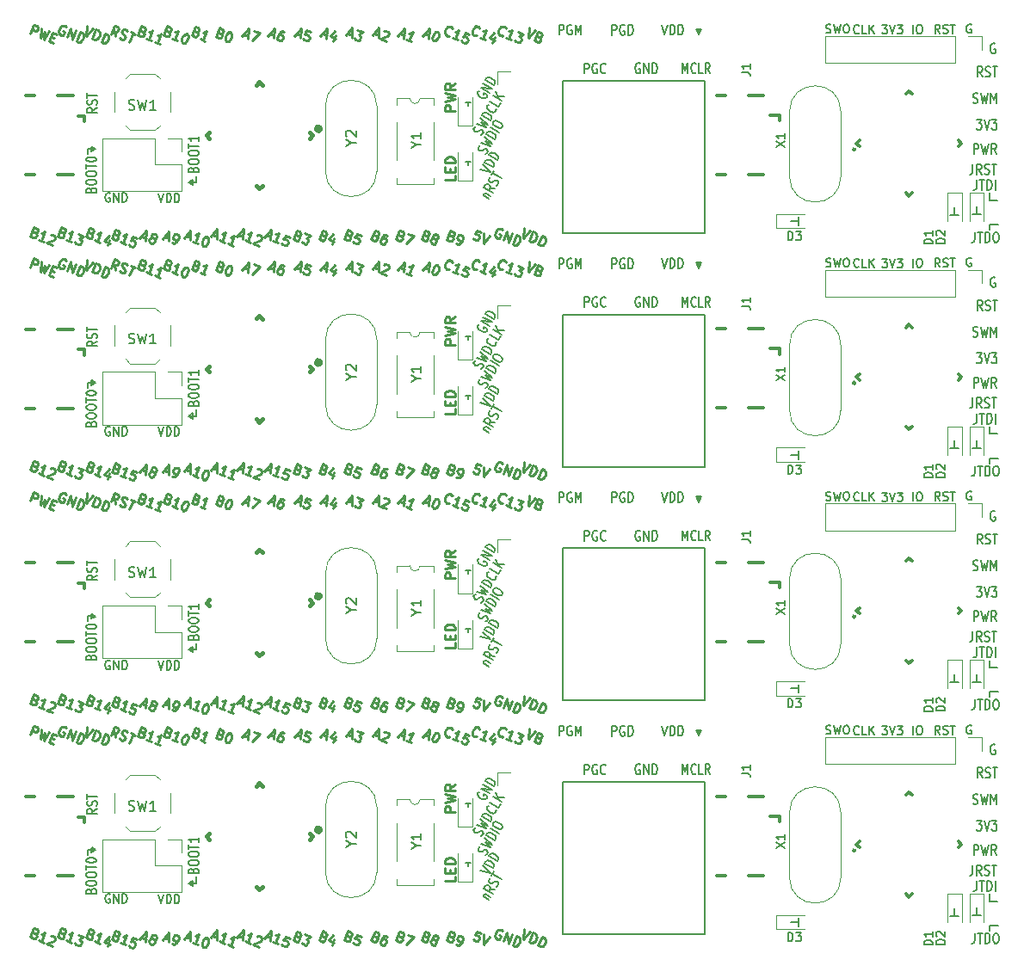
<source format=gto>
%MOIN*%
%OFA0B0*%
%FSLAX46Y46*%
%IPPOS*%
%LPD*%
%ADD10C,0.0039370078740157488*%
%ADD11C,0.0078740157480314977*%
%ADD12C,0.0047244094488188976*%
%ADD13C,0.005905511811023622*%
%ADD14C,0.011811023622047244*%
%ADD25C,0.0039370078740157488*%
%ADD26C,0.0078740157480314977*%
%ADD27C,0.0047244094488188976*%
%ADD28C,0.005905511811023622*%
%ADD29C,0.011811023622047244*%
%ADD30C,0.0039370078740157488*%
%ADD31C,0.0078740157480314977*%
%ADD32C,0.0047244094488188976*%
%ADD33C,0.005905511811023622*%
%ADD34C,0.011811023622047244*%
%ADD35C,0.0039370078740157488*%
%ADD36C,0.0078740157480314977*%
%ADD37C,0.0047244094488188976*%
%ADD38C,0.005905511811023622*%
%ADD39C,0.011811023622047244*%
%ADD40C,0.0039370078740157488*%
%ADD41C,0.00984251968503937*%
%ADD42C,0.0078740157480314977*%
%ADD43C,0.0093503937007874023*%
%ADD44C,0.011811023622047244*%
%ADD45C,0.015748031496062995*%
%ADD46C,0.029527559055118113*%
%ADD47C,0.0047244094488188976*%
%ADD48C,0.0039370078740157488*%
%ADD49C,0.00984251968503937*%
%ADD50C,0.0078740157480314977*%
%ADD51C,0.0093503937007874023*%
%ADD52C,0.011811023622047244*%
%ADD53C,0.015748031496062995*%
%ADD54C,0.029527559055118113*%
%ADD55C,0.0047244094488188976*%
%ADD56C,0.0039370078740157488*%
%ADD57C,0.00984251968503937*%
%ADD58C,0.0078740157480314977*%
%ADD59C,0.0093503937007874023*%
%ADD60C,0.011811023622047244*%
%ADD61C,0.015748031496062995*%
%ADD62C,0.029527559055118113*%
%ADD63C,0.0047244094488188976*%
%ADD64C,0.0039370078740157488*%
%ADD65C,0.00984251968503937*%
%ADD66C,0.0078740157480314977*%
%ADD67C,0.0093503937007874023*%
%ADD68C,0.011811023622047244*%
%ADD69C,0.015748031496062995*%
%ADD70C,0.029527559055118113*%
%ADD71C,0.0047244094488188976*%
%ADD72C,0.0039370078740157488*%
%ADD73C,0.0078740157480314977*%
%ADD74C,0.0073818897637795283*%
%ADD75C,0.005905511811023622*%
%ADD76C,0.0039370078740157488*%
%ADD77C,0.0078740157480314977*%
%ADD78C,0.0073818897637795283*%
%ADD79C,0.005905511811023622*%
%ADD80C,0.0039370078740157488*%
%ADD81C,0.0078740157480314977*%
%ADD82C,0.0073818897637795283*%
%ADD83C,0.005905511811023622*%
%ADD84C,0.0039370078740157488*%
%ADD85C,0.0078740157480314977*%
%ADD86C,0.0073818897637795283*%
%ADD87C,0.005905511811023622*%
G01G01*
D10*
D11*
X0003740157Y0000202755D02*
X0003767716Y0000202755D01*
X0003740157Y0000230314D02*
X0003740157Y0000202755D01*
X0003740157Y0000108267D02*
X0003771653Y0000108267D01*
X0003740157Y0000088582D02*
X0003740157Y0000108267D01*
X0003232752Y0000851237D02*
X0003231214Y0000849643D01*
X0003226602Y0000848050D01*
X0003223528Y0000848050D01*
X0003218916Y0000849643D01*
X0003215841Y0000852830D01*
X0003214304Y0000856017D01*
X0003212767Y0000862392D01*
X0003212767Y0000867172D01*
X0003214304Y0000873547D01*
X0003215841Y0000876734D01*
X0003218916Y0000879921D01*
X0003223528Y0000881514D01*
X0003226602Y0000881514D01*
X0003231214Y0000879921D01*
X0003232752Y0000878327D01*
X0003261960Y0000848050D02*
X0003246587Y0000848050D01*
X0003246587Y0000881514D01*
X0003272722Y0000848050D02*
X0003272722Y0000881514D01*
X0003291169Y0000848050D02*
X0003277334Y0000867172D01*
X0003291169Y0000881514D02*
X0003272722Y0000862392D01*
X0003105024Y0000851612D02*
X0003109636Y0000850018D01*
X0003117322Y0000850018D01*
X0003120397Y0000851612D01*
X0003121934Y0000853205D01*
X0003123472Y0000856392D01*
X0003123472Y0000859580D01*
X0003121934Y0000862767D01*
X0003120397Y0000864360D01*
X0003117322Y0000865954D01*
X0003111173Y0000867547D01*
X0003108099Y0000869141D01*
X0003106561Y0000870734D01*
X0003105024Y0000873922D01*
X0003105024Y0000877109D01*
X0003106561Y0000880296D01*
X0003108099Y0000881889D01*
X0003111173Y0000883483D01*
X0003118860Y0000883483D01*
X0003123472Y0000881889D01*
X0003134233Y0000883483D02*
X0003141919Y0000850018D01*
X0003148068Y0000873922D01*
X0003154218Y0000850018D01*
X0003161904Y0000883483D01*
X0003180352Y0000883483D02*
X0003186501Y0000883483D01*
X0003189576Y0000881889D01*
X0003192650Y0000878702D01*
X0003194188Y0000872328D01*
X0003194188Y0000861173D01*
X0003192650Y0000854799D01*
X0003189576Y0000851612D01*
X0003186501Y0000850018D01*
X0003180352Y0000850018D01*
X0003177277Y0000851612D01*
X0003174203Y0000854799D01*
X0003172665Y0000861173D01*
X0003172665Y0000872328D01*
X0003174203Y0000878702D01*
X0003177277Y0000881889D01*
X0003180352Y0000883483D01*
X0003322234Y0000880530D02*
X0003342219Y0000880530D01*
X0003331458Y0000867782D01*
X0003336070Y0000867782D01*
X0003339145Y0000866188D01*
X0003340682Y0000864595D01*
X0003342219Y0000861407D01*
X0003342219Y0000853440D01*
X0003340682Y0000850253D01*
X0003339145Y0000848659D01*
X0003336070Y0000847065D01*
X0003326846Y0000847065D01*
X0003323772Y0000848659D01*
X0003322234Y0000850253D01*
X0003351443Y0000880530D02*
X0003362204Y0000847065D01*
X0003372965Y0000880530D01*
X0003380652Y0000880530D02*
X0003400637Y0000880530D01*
X0003389876Y0000867782D01*
X0003394488Y0000867782D01*
X0003397562Y0000866188D01*
X0003399100Y0000864595D01*
X0003400637Y0000861407D01*
X0003400637Y0000853440D01*
X0003399100Y0000850253D01*
X0003397562Y0000848659D01*
X0003394488Y0000847065D01*
X0003385264Y0000847065D01*
X0003382189Y0000848659D01*
X0003380652Y0000850253D01*
X0003441751Y0000848050D02*
X0003441751Y0000881514D01*
X0003463273Y0000881514D02*
X0003469422Y0000881514D01*
X0003472497Y0000879921D01*
X0003475571Y0000876734D01*
X0003477109Y0000870359D01*
X0003477109Y0000859205D01*
X0003475571Y0000852830D01*
X0003472497Y0000849643D01*
X0003469422Y0000848050D01*
X0003463273Y0000848050D01*
X0003460198Y0000849643D01*
X0003457124Y0000852830D01*
X0003455586Y0000859205D01*
X0003455586Y0000870359D01*
X0003457124Y0000876734D01*
X0003460198Y0000879921D01*
X0003463273Y0000881514D01*
X0003546297Y0000849034D02*
X0003535536Y0000864970D01*
X0003527849Y0000849034D02*
X0003527849Y0000882499D01*
X0003540148Y0000882499D01*
X0003543222Y0000880905D01*
X0003544760Y0000879311D01*
X0003546297Y0000876124D01*
X0003546297Y0000871344D01*
X0003544760Y0000868157D01*
X0003543222Y0000866563D01*
X0003540148Y0000864970D01*
X0003527849Y0000864970D01*
X0003558595Y0000850628D02*
X0003563207Y0000849034D01*
X0003570894Y0000849034D01*
X0003573968Y0000850628D01*
X0003575506Y0000852221D01*
X0003577043Y0000855408D01*
X0003577043Y0000858595D01*
X0003575506Y0000861782D01*
X0003573968Y0000863376D01*
X0003570894Y0000864970D01*
X0003564745Y0000866563D01*
X0003561670Y0000868157D01*
X0003560133Y0000869750D01*
X0003558595Y0000872937D01*
X0003558595Y0000876124D01*
X0003560133Y0000879311D01*
X0003561670Y0000880905D01*
X0003564745Y0000882499D01*
X0003572431Y0000882499D01*
X0003577043Y0000880905D01*
X0003586267Y0000882499D02*
X0003604715Y0000882499D01*
X0003595491Y0000849034D02*
X0003595491Y0000882499D01*
X0003666919Y0000882874D02*
X0003663845Y0000884467D01*
X0003659233Y0000884467D01*
X0003654621Y0000882874D01*
X0003651546Y0000879686D01*
X0003650009Y0000876499D01*
X0003648472Y0000870125D01*
X0003648472Y0000865344D01*
X0003650009Y0000858970D01*
X0003651546Y0000855783D01*
X0003654621Y0000852596D01*
X0003659233Y0000851002D01*
X0003662307Y0000851002D01*
X0003666919Y0000852596D01*
X0003668457Y0000854190D01*
X0003668457Y0000865344D01*
X0003662307Y0000865344D01*
X0003759439Y0000808070D02*
X0003756364Y0000809945D01*
X0003751752Y0000809945D01*
X0003747140Y0000808070D01*
X0003744066Y0000804321D01*
X0003742529Y0000800571D01*
X0003740991Y0000793072D01*
X0003740991Y0000787448D01*
X0003742529Y0000779949D01*
X0003744066Y0000776199D01*
X0003747140Y0000772450D01*
X0003751752Y0000770575D01*
X0003754827Y0000770575D01*
X0003759439Y0000772450D01*
X0003760976Y0000774325D01*
X0003760976Y0000787448D01*
X0003754827Y0000787448D01*
X0003681702Y0000078646D02*
X0003681702Y0000050524D01*
X0003680164Y0000044900D01*
X0003677090Y0000041151D01*
X0003672478Y0000039276D01*
X0003669403Y0000039276D01*
X0003692463Y0000078646D02*
X0003710911Y0000078646D01*
X0003701687Y0000039276D02*
X0003701687Y0000078646D01*
X0003721672Y0000039276D02*
X0003721672Y0000078646D01*
X0003729358Y0000078646D01*
X0003733970Y0000076771D01*
X0003737045Y0000073022D01*
X0003738582Y0000069272D01*
X0003740120Y0000061773D01*
X0003740120Y0000056149D01*
X0003738582Y0000048650D01*
X0003737045Y0000044900D01*
X0003733970Y0000041151D01*
X0003729358Y0000039276D01*
X0003721672Y0000039276D01*
X0003760105Y0000078646D02*
X0003766254Y0000078646D01*
X0003769328Y0000076771D01*
X0003772403Y0000073022D01*
X0003773940Y0000065523D01*
X0003773940Y0000052399D01*
X0003772403Y0000044900D01*
X0003769328Y0000041151D01*
X0003766254Y0000039276D01*
X0003760105Y0000039276D01*
X0003757030Y0000041151D01*
X0003753955Y0000044900D01*
X0003752418Y0000052399D01*
X0003752418Y0000065523D01*
X0003753955Y0000073022D01*
X0003757030Y0000076771D01*
X0003760105Y0000078646D01*
X0003688957Y0000281402D02*
X0003688957Y0000253280D01*
X0003687420Y0000247656D01*
X0003684345Y0000243907D01*
X0003679733Y0000242032D01*
X0003676659Y0000242032D01*
X0003699718Y0000281402D02*
X0003718166Y0000281402D01*
X0003708942Y0000242032D02*
X0003708942Y0000281402D01*
X0003728927Y0000242032D02*
X0003728927Y0000281402D01*
X0003736614Y0000281402D01*
X0003741226Y0000279527D01*
X0003744300Y0000275777D01*
X0003745838Y0000272028D01*
X0003747375Y0000264529D01*
X0003747375Y0000258905D01*
X0003745838Y0000251406D01*
X0003744300Y0000247656D01*
X0003741226Y0000243907D01*
X0003736614Y0000242032D01*
X0003728927Y0000242032D01*
X0003761211Y0000242032D02*
X0003761211Y0000281402D01*
X0003673397Y0000342425D02*
X0003673397Y0000314304D01*
X0003671859Y0000308680D01*
X0003668785Y0000304930D01*
X0003664173Y0000303055D01*
X0003661098Y0000303055D01*
X0003707217Y0000303055D02*
X0003696456Y0000321803D01*
X0003688770Y0000303055D02*
X0003688770Y0000342425D01*
X0003701068Y0000342425D01*
X0003704143Y0000340551D01*
X0003705680Y0000338676D01*
X0003707217Y0000334926D01*
X0003707217Y0000329302D01*
X0003705680Y0000325553D01*
X0003704143Y0000323678D01*
X0003701068Y0000321803D01*
X0003688770Y0000321803D01*
X0003719516Y0000304930D02*
X0003724128Y0000303055D01*
X0003731814Y0000303055D01*
X0003734889Y0000304930D01*
X0003736426Y0000306805D01*
X0003737964Y0000310554D01*
X0003737964Y0000314304D01*
X0003736426Y0000318053D01*
X0003734889Y0000319928D01*
X0003731814Y0000321803D01*
X0003725665Y0000323678D01*
X0003722590Y0000325553D01*
X0003721053Y0000327427D01*
X0003719516Y0000331177D01*
X0003719516Y0000334926D01*
X0003721053Y0000338676D01*
X0003722590Y0000340551D01*
X0003725665Y0000342425D01*
X0003733352Y0000342425D01*
X0003737964Y0000340551D01*
X0003747187Y0000342425D02*
X0003765635Y0000342425D01*
X0003756411Y0000303055D02*
X0003756411Y0000342425D01*
X0003677427Y0000381796D02*
X0003677427Y0000421166D01*
X0003689726Y0000421166D01*
X0003692800Y0000419291D01*
X0003694338Y0000417416D01*
X0003695875Y0000413667D01*
X0003695875Y0000408042D01*
X0003694338Y0000404293D01*
X0003692800Y0000402418D01*
X0003689726Y0000400543D01*
X0003677427Y0000400543D01*
X0003706636Y0000421166D02*
X0003714323Y0000381796D01*
X0003720472Y0000409917D01*
X0003726621Y0000381796D01*
X0003734308Y0000421166D01*
X0003765054Y0000381796D02*
X0003754293Y0000400543D01*
X0003746606Y0000381796D02*
X0003746606Y0000421166D01*
X0003758905Y0000421166D01*
X0003761979Y0000419291D01*
X0003763517Y0000417416D01*
X0003765054Y0000413667D01*
X0003765054Y0000408042D01*
X0003763517Y0000404293D01*
X0003761979Y0000402418D01*
X0003758905Y0000400543D01*
X0003746606Y0000400543D01*
X0003688376Y0000515654D02*
X0003708361Y0000515654D01*
X0003697600Y0000500656D01*
X0003702212Y0000500656D01*
X0003705286Y0000498781D01*
X0003706824Y0000496906D01*
X0003708361Y0000493157D01*
X0003708361Y0000483783D01*
X0003706824Y0000480033D01*
X0003705286Y0000478158D01*
X0003702212Y0000476284D01*
X0003692988Y0000476284D01*
X0003689913Y0000478158D01*
X0003688376Y0000480033D01*
X0003717585Y0000515654D02*
X0003728346Y0000476284D01*
X0003739107Y0000515654D01*
X0003746794Y0000515654D02*
X0003766779Y0000515654D01*
X0003756018Y0000500656D01*
X0003760629Y0000500656D01*
X0003763704Y0000498781D01*
X0003765241Y0000496906D01*
X0003766779Y0000493157D01*
X0003766779Y0000483783D01*
X0003765241Y0000480033D01*
X0003763704Y0000478158D01*
X0003760629Y0000476284D01*
X0003751406Y0000476284D01*
X0003748331Y0000478158D01*
X0003746794Y0000480033D01*
X0003674353Y0000580521D02*
X0003678965Y0000578646D01*
X0003686651Y0000578646D01*
X0003689726Y0000580521D01*
X0003691263Y0000582395D01*
X0003692800Y0000586145D01*
X0003692800Y0000589895D01*
X0003691263Y0000593644D01*
X0003689726Y0000595519D01*
X0003686651Y0000597394D01*
X0003680502Y0000599268D01*
X0003677427Y0000601143D01*
X0003675890Y0000603018D01*
X0003674353Y0000606767D01*
X0003674353Y0000610517D01*
X0003675890Y0000614266D01*
X0003677427Y0000616141D01*
X0003680502Y0000618016D01*
X0003688188Y0000618016D01*
X0003692800Y0000616141D01*
X0003703562Y0000618016D02*
X0003711248Y0000578646D01*
X0003717397Y0000606767D01*
X0003723547Y0000578646D01*
X0003731233Y0000618016D01*
X0003743532Y0000578646D02*
X0003743532Y0000618016D01*
X0003754293Y0000589895D01*
X0003765054Y0000618016D01*
X0003765054Y0000578646D01*
X0003710667Y0000681008D02*
X0003699906Y0000699756D01*
X0003692219Y0000681008D02*
X0003692219Y0000720378D01*
X0003704518Y0000720378D01*
X0003707592Y0000718503D01*
X0003709130Y0000716629D01*
X0003710667Y0000712879D01*
X0003710667Y0000707255D01*
X0003709130Y0000703505D01*
X0003707592Y0000701631D01*
X0003704518Y0000699756D01*
X0003692219Y0000699756D01*
X0003722965Y0000682883D02*
X0003727577Y0000681008D01*
X0003735264Y0000681008D01*
X0003738338Y0000682883D01*
X0003739876Y0000684758D01*
X0003741413Y0000688507D01*
X0003741413Y0000692257D01*
X0003739876Y0000696006D01*
X0003738338Y0000697881D01*
X0003735264Y0000699756D01*
X0003729115Y0000701631D01*
X0003726040Y0000703505D01*
X0003724503Y0000705380D01*
X0003722965Y0000709130D01*
X0003722965Y0000712879D01*
X0003724503Y0000716629D01*
X0003726040Y0000718503D01*
X0003729115Y0000720378D01*
X0003736801Y0000720378D01*
X0003741413Y0000718503D01*
X0003750637Y0000720378D02*
X0003769085Y0000720378D01*
X0003759861Y0000681008D02*
X0003759861Y0000720378D01*
D12*
X0003604937Y0000838677D02*
X0003102574Y0000838677D01*
X0003102574Y0000838677D02*
X0003102574Y0000733952D01*
X0003102574Y0000733952D02*
X0003604937Y0000733952D01*
X0003604937Y0000733952D02*
X0003604937Y0000838677D01*
X0003654937Y0000838677D02*
X0003707299Y0000838677D01*
X0003707299Y0000838677D02*
X0003707299Y0000786314D01*
X0002963527Y0000294393D02*
X0002963527Y0000546362D01*
X0003162346Y0000294393D02*
X0003162346Y0000546362D01*
X0003162346Y0000294393D02*
G75*
G02G02X0002963527Y0000294393I-0000099409D01X0002963527Y0000294393I-0000099409D01*
G01G01*
X0003162346Y0000546362D02*
G75*
G03G03X0002963527Y0000546362I-0000099409D01X0002963527Y0000546362I-0000099409D01*
G01G01*
D13*
X0002968188Y0000121314D02*
X0002998503Y0000121314D01*
X0002998503Y0000137062D02*
X0002998503Y0000104385D01*
D12*
X0002913070Y0000148874D02*
X0002913070Y0000093755D01*
X0002913070Y0000093755D02*
X0003023307Y0000093755D01*
X0002913070Y0000148874D02*
X0003023307Y0000148874D01*
D13*
X0003688224Y0000176923D02*
X0003688224Y0000146608D01*
X0003703972Y0000146608D02*
X0003671295Y0000146608D01*
D12*
X0003715783Y0000232041D02*
X0003660665Y0000232041D01*
X0003660665Y0000232041D02*
X0003660665Y0000121805D01*
X0003715783Y0000232041D02*
X0003715783Y0000121805D01*
D13*
X0003603291Y0000176102D02*
X0003603291Y0000145787D01*
X0003619039Y0000145787D02*
X0003586362Y0000145787D01*
D12*
X0003630850Y0000231220D02*
X0003575732Y0000231220D01*
X0003575732Y0000231220D02*
X0003575732Y0000120984D01*
X0003630850Y0000231220D02*
X0003630850Y0000120984D01*
D14*
X0003425834Y0000219307D02*
X0003414698Y0000230443D01*
X0003425834Y0000219307D02*
X0003436969Y0000230443D01*
X0003222610Y0000422531D02*
X0003233746Y0000411395D01*
X0003222610Y0000422531D02*
X0003233746Y0000433666D01*
X0003629058Y0000422531D02*
X0003617922Y0000411395D01*
X0003629058Y0000422531D02*
X0003617922Y0000433666D01*
X0003425834Y0000625754D02*
X0003414698Y0000614619D01*
X0003425834Y0000625754D02*
X0003436969Y0000614619D01*
X0003216568Y0000399703D02*
G75*
G03G03X0003216568Y0000399703I-0000002866D01X0003216568Y0000399703I-0000002866D01*
G01G01*
X0002804330Y0000609645D02*
X0002862968Y0000609480D01*
X0002924409Y0000532874D02*
X0002924409Y0000511220D01*
X0002924409Y0000532874D02*
X0002887992Y0000532874D01*
X0002713779Y0000609645D02*
X0002680314Y0000609645D01*
X0002713779Y0000302559D02*
X0002680314Y0000302559D01*
X0002862968Y0000302393D02*
X0002804330Y0000302559D01*
D11*
X0002911989Y0000408736D02*
X0002945453Y0000431046D01*
X0002911989Y0000431046D02*
X0002945453Y0000408736D01*
X0002945453Y0000461323D02*
X0002945453Y0000442200D01*
X0002945453Y0000451762D02*
X0002911989Y0000451762D01*
X0002916769Y0000448575D01*
X0002919956Y0000445388D01*
X0002921550Y0000442200D01*
X0002957583Y0000047853D02*
X0002957583Y0000081317D01*
X0002965551Y0000081317D01*
X0002970331Y0000079724D01*
X0002973518Y0000076537D01*
X0002975112Y0000073350D01*
X0002976706Y0000066975D01*
X0002976706Y0000062195D01*
X0002975112Y0000055821D01*
X0002973518Y0000052634D01*
X0002970331Y0000049446D01*
X0002965551Y0000047853D01*
X0002957583Y0000047853D01*
X0002987860Y0000081317D02*
X0003008577Y0000081317D01*
X0002997422Y0000068569D01*
X0003002202Y0000068569D01*
X0003005389Y0000066975D01*
X0003006983Y0000065382D01*
X0003008577Y0000062195D01*
X0003008577Y0000054227D01*
X0003006983Y0000051040D01*
X0003005389Y0000049446D01*
X0003002202Y0000047853D01*
X0002992641Y0000047853D01*
X0002989454Y0000049446D01*
X0002987860Y0000051040D01*
X0003565335Y0000034355D02*
X0003531871Y0000034355D01*
X0003531871Y0000042322D01*
X0003533464Y0000047103D01*
X0003536651Y0000050290D01*
X0003539838Y0000051884D01*
X0003546212Y0000053477D01*
X0003550993Y0000053477D01*
X0003557367Y0000051884D01*
X0003560554Y0000050290D01*
X0003563742Y0000047103D01*
X0003565335Y0000042322D01*
X0003565335Y0000034355D01*
X0003535058Y0000066226D02*
X0003533464Y0000067819D01*
X0003531871Y0000071006D01*
X0003531871Y0000078974D01*
X0003533464Y0000082161D01*
X0003535058Y0000083755D01*
X0003538245Y0000085348D01*
X0003541432Y0000085348D01*
X0003546212Y0000083755D01*
X0003565335Y0000064632D01*
X0003565335Y0000085348D01*
X0003517107Y0000033370D02*
X0003483642Y0000033370D01*
X0003483642Y0000041338D01*
X0003485236Y0000046119D01*
X0003488423Y0000049306D01*
X0003491610Y0000050899D01*
X0003497984Y0000052493D01*
X0003502765Y0000052493D01*
X0003509139Y0000050899D01*
X0003512326Y0000049306D01*
X0003515513Y0000046119D01*
X0003517107Y0000041338D01*
X0003517107Y0000033370D01*
X0003517107Y0000084364D02*
X0003517107Y0000065241D01*
X0003517107Y0000074803D02*
X0003483642Y0000074803D01*
X0003488423Y0000071616D01*
X0003491610Y0000068428D01*
X0003493203Y0000065241D01*
X0002776949Y0000697900D02*
X0002800853Y0000697900D01*
X0002805633Y0000696306D01*
X0002808820Y0000693119D01*
X0002810414Y0000688338D01*
X0002810414Y0000685151D01*
X0002810414Y0000731364D02*
X0002810414Y0000712242D01*
X0002810414Y0000721803D02*
X0002776949Y0000721803D01*
X0002781730Y0000718616D01*
X0002784917Y0000715429D01*
X0002786511Y0000712242D01*
G04 next file*
G04 Gerber Fmt 4.6, Leading zero omitted, Abs format (unit mm)*
G04 Created by KiCad (PCBNEW 4.0.7) date 11/22/17 20:23:04*
G01G01*
G04 APERTURE LIST*
G04 APERTURE END LIST*
D25*
D26*
X0003740157Y0001108267D02*
X0003767716Y0001108267D01*
X0003740157Y0001135826D02*
X0003740157Y0001108267D01*
X0003740157Y0001013779D02*
X0003771653Y0001013779D01*
X0003740157Y0000994094D02*
X0003740157Y0001013779D01*
X0003232752Y0001756749D02*
X0003231214Y0001755155D01*
X0003226602Y0001753562D01*
X0003223528Y0001753562D01*
X0003218916Y0001755155D01*
X0003215841Y0001758342D01*
X0003214304Y0001761529D01*
X0003212767Y0001767904D01*
X0003212767Y0001772684D01*
X0003214304Y0001779058D01*
X0003215841Y0001782245D01*
X0003218916Y0001785433D01*
X0003223528Y0001787026D01*
X0003226602Y0001787026D01*
X0003231214Y0001785433D01*
X0003232752Y0001783839D01*
X0003261960Y0001753562D02*
X0003246587Y0001753562D01*
X0003246587Y0001787026D01*
X0003272722Y0001753562D02*
X0003272722Y0001787026D01*
X0003291169Y0001753562D02*
X0003277334Y0001772684D01*
X0003291169Y0001787026D02*
X0003272722Y0001767904D01*
X0003105024Y0001757124D02*
X0003109636Y0001755530D01*
X0003117322Y0001755530D01*
X0003120397Y0001757124D01*
X0003121934Y0001758717D01*
X0003123472Y0001761904D01*
X0003123472Y0001765091D01*
X0003121934Y0001768278D01*
X0003120397Y0001769872D01*
X0003117322Y0001771466D01*
X0003111173Y0001773059D01*
X0003108099Y0001774653D01*
X0003106561Y0001776246D01*
X0003105024Y0001779433D01*
X0003105024Y0001782620D01*
X0003106561Y0001785808D01*
X0003108099Y0001787401D01*
X0003111173Y0001788995D01*
X0003118860Y0001788995D01*
X0003123472Y0001787401D01*
X0003134233Y0001788995D02*
X0003141919Y0001755530D01*
X0003148068Y0001779433D01*
X0003154218Y0001755530D01*
X0003161904Y0001788995D01*
X0003180352Y0001788995D02*
X0003186501Y0001788995D01*
X0003189576Y0001787401D01*
X0003192650Y0001784214D01*
X0003194188Y0001777840D01*
X0003194188Y0001766685D01*
X0003192650Y0001760311D01*
X0003189576Y0001757124D01*
X0003186501Y0001755530D01*
X0003180352Y0001755530D01*
X0003177277Y0001757124D01*
X0003174203Y0001760311D01*
X0003172665Y0001766685D01*
X0003172665Y0001777840D01*
X0003174203Y0001784214D01*
X0003177277Y0001787401D01*
X0003180352Y0001788995D01*
X0003322234Y0001786042D02*
X0003342219Y0001786042D01*
X0003331458Y0001773293D01*
X0003336070Y0001773293D01*
X0003339145Y0001771700D01*
X0003340682Y0001770106D01*
X0003342219Y0001766919D01*
X0003342219Y0001758952D01*
X0003340682Y0001755764D01*
X0003339145Y0001754171D01*
X0003336070Y0001752577D01*
X0003326846Y0001752577D01*
X0003323772Y0001754171D01*
X0003322234Y0001755764D01*
X0003351443Y0001786042D02*
X0003362204Y0001752577D01*
X0003372965Y0001786042D01*
X0003380652Y0001786042D02*
X0003400637Y0001786042D01*
X0003389876Y0001773293D01*
X0003394488Y0001773293D01*
X0003397562Y0001771700D01*
X0003399100Y0001770106D01*
X0003400637Y0001766919D01*
X0003400637Y0001758952D01*
X0003399100Y0001755764D01*
X0003397562Y0001754171D01*
X0003394488Y0001752577D01*
X0003385264Y0001752577D01*
X0003382189Y0001754171D01*
X0003380652Y0001755764D01*
X0003441751Y0001753562D02*
X0003441751Y0001787026D01*
X0003463273Y0001787026D02*
X0003469422Y0001787026D01*
X0003472497Y0001785433D01*
X0003475571Y0001782245D01*
X0003477109Y0001775871D01*
X0003477109Y0001764716D01*
X0003475571Y0001758342D01*
X0003472497Y0001755155D01*
X0003469422Y0001753562D01*
X0003463273Y0001753562D01*
X0003460198Y0001755155D01*
X0003457124Y0001758342D01*
X0003455586Y0001764716D01*
X0003455586Y0001775871D01*
X0003457124Y0001782245D01*
X0003460198Y0001785433D01*
X0003463273Y0001787026D01*
X0003546297Y0001754546D02*
X0003535536Y0001770481D01*
X0003527849Y0001754546D02*
X0003527849Y0001788010D01*
X0003540148Y0001788010D01*
X0003543222Y0001786417D01*
X0003544760Y0001784823D01*
X0003546297Y0001781636D01*
X0003546297Y0001776856D01*
X0003544760Y0001773668D01*
X0003543222Y0001772075D01*
X0003540148Y0001770481D01*
X0003527849Y0001770481D01*
X0003558595Y0001756139D02*
X0003563207Y0001754546D01*
X0003570894Y0001754546D01*
X0003573968Y0001756139D01*
X0003575506Y0001757733D01*
X0003577043Y0001760920D01*
X0003577043Y0001764107D01*
X0003575506Y0001767294D01*
X0003573968Y0001768888D01*
X0003570894Y0001770481D01*
X0003564745Y0001772075D01*
X0003561670Y0001773668D01*
X0003560133Y0001775262D01*
X0003558595Y0001778449D01*
X0003558595Y0001781636D01*
X0003560133Y0001784823D01*
X0003561670Y0001786417D01*
X0003564745Y0001788010D01*
X0003572431Y0001788010D01*
X0003577043Y0001786417D01*
X0003586267Y0001788010D02*
X0003604715Y0001788010D01*
X0003595491Y0001754546D02*
X0003595491Y0001788010D01*
X0003666919Y0001788385D02*
X0003663845Y0001789979D01*
X0003659233Y0001789979D01*
X0003654621Y0001788385D01*
X0003651546Y0001785198D01*
X0003650009Y0001782011D01*
X0003648472Y0001775637D01*
X0003648472Y0001770856D01*
X0003650009Y0001764482D01*
X0003651546Y0001761295D01*
X0003654621Y0001758108D01*
X0003659233Y0001756514D01*
X0003662307Y0001756514D01*
X0003666919Y0001758108D01*
X0003668457Y0001759701D01*
X0003668457Y0001770856D01*
X0003662307Y0001770856D01*
X0003759439Y0001713582D02*
X0003756364Y0001715457D01*
X0003751752Y0001715457D01*
X0003747140Y0001713582D01*
X0003744066Y0001709833D01*
X0003742529Y0001706083D01*
X0003740991Y0001698584D01*
X0003740991Y0001692960D01*
X0003742529Y0001685461D01*
X0003744066Y0001681711D01*
X0003747140Y0001677962D01*
X0003751752Y0001676087D01*
X0003754827Y0001676087D01*
X0003759439Y0001677962D01*
X0003760976Y0001679836D01*
X0003760976Y0001692960D01*
X0003754827Y0001692960D01*
X0003681702Y0000984158D02*
X0003681702Y0000956036D01*
X0003680164Y0000950412D01*
X0003677090Y0000946662D01*
X0003672478Y0000944788D01*
X0003669403Y0000944788D01*
X0003692463Y0000984158D02*
X0003710911Y0000984158D01*
X0003701687Y0000944788D02*
X0003701687Y0000984158D01*
X0003721672Y0000944788D02*
X0003721672Y0000984158D01*
X0003729358Y0000984158D01*
X0003733970Y0000982283D01*
X0003737045Y0000978533D01*
X0003738582Y0000974784D01*
X0003740120Y0000967285D01*
X0003740120Y0000961661D01*
X0003738582Y0000954161D01*
X0003737045Y0000950412D01*
X0003733970Y0000946662D01*
X0003729358Y0000944788D01*
X0003721672Y0000944788D01*
X0003760105Y0000984158D02*
X0003766254Y0000984158D01*
X0003769328Y0000982283D01*
X0003772403Y0000978533D01*
X0003773940Y0000971034D01*
X0003773940Y0000957911D01*
X0003772403Y0000950412D01*
X0003769328Y0000946662D01*
X0003766254Y0000944788D01*
X0003760105Y0000944788D01*
X0003757030Y0000946662D01*
X0003753955Y0000950412D01*
X0003752418Y0000957911D01*
X0003752418Y0000971034D01*
X0003753955Y0000978533D01*
X0003757030Y0000982283D01*
X0003760105Y0000984158D01*
X0003688957Y0001186914D02*
X0003688957Y0001158792D01*
X0003687420Y0001153168D01*
X0003684345Y0001149418D01*
X0003679733Y0001147544D01*
X0003676659Y0001147544D01*
X0003699718Y0001186914D02*
X0003718166Y0001186914D01*
X0003708942Y0001147544D02*
X0003708942Y0001186914D01*
X0003728927Y0001147544D02*
X0003728927Y0001186914D01*
X0003736614Y0001186914D01*
X0003741226Y0001185039D01*
X0003744300Y0001181289D01*
X0003745838Y0001177540D01*
X0003747375Y0001170041D01*
X0003747375Y0001164416D01*
X0003745838Y0001156917D01*
X0003744300Y0001153168D01*
X0003741226Y0001149418D01*
X0003736614Y0001147544D01*
X0003728927Y0001147544D01*
X0003761211Y0001147544D02*
X0003761211Y0001186914D01*
X0003673397Y0001247937D02*
X0003673397Y0001219816D01*
X0003671859Y0001214191D01*
X0003668785Y0001210442D01*
X0003664173Y0001208567D01*
X0003661098Y0001208567D01*
X0003707217Y0001208567D02*
X0003696456Y0001227315D01*
X0003688770Y0001208567D02*
X0003688770Y0001247937D01*
X0003701068Y0001247937D01*
X0003704143Y0001246062D01*
X0003705680Y0001244188D01*
X0003707217Y0001240438D01*
X0003707217Y0001234814D01*
X0003705680Y0001231064D01*
X0003704143Y0001229190D01*
X0003701068Y0001227315D01*
X0003688770Y0001227315D01*
X0003719516Y0001210442D02*
X0003724128Y0001208567D01*
X0003731814Y0001208567D01*
X0003734889Y0001210442D01*
X0003736426Y0001212317D01*
X0003737964Y0001216066D01*
X0003737964Y0001219816D01*
X0003736426Y0001223565D01*
X0003734889Y0001225440D01*
X0003731814Y0001227315D01*
X0003725665Y0001229190D01*
X0003722590Y0001231064D01*
X0003721053Y0001232939D01*
X0003719516Y0001236689D01*
X0003719516Y0001240438D01*
X0003721053Y0001244188D01*
X0003722590Y0001246062D01*
X0003725665Y0001247937D01*
X0003733352Y0001247937D01*
X0003737964Y0001246062D01*
X0003747187Y0001247937D02*
X0003765635Y0001247937D01*
X0003756411Y0001208567D02*
X0003756411Y0001247937D01*
X0003677427Y0001287307D02*
X0003677427Y0001326677D01*
X0003689726Y0001326677D01*
X0003692800Y0001324803D01*
X0003694338Y0001322928D01*
X0003695875Y0001319178D01*
X0003695875Y0001313554D01*
X0003694338Y0001309805D01*
X0003692800Y0001307930D01*
X0003689726Y0001306055D01*
X0003677427Y0001306055D01*
X0003706636Y0001326677D02*
X0003714323Y0001287307D01*
X0003720472Y0001315429D01*
X0003726621Y0001287307D01*
X0003734308Y0001326677D01*
X0003765054Y0001287307D02*
X0003754293Y0001306055D01*
X0003746606Y0001287307D02*
X0003746606Y0001326677D01*
X0003758905Y0001326677D01*
X0003761979Y0001324803D01*
X0003763517Y0001322928D01*
X0003765054Y0001319178D01*
X0003765054Y0001313554D01*
X0003763517Y0001309805D01*
X0003761979Y0001307930D01*
X0003758905Y0001306055D01*
X0003746606Y0001306055D01*
X0003688376Y0001421166D02*
X0003708361Y0001421166D01*
X0003697600Y0001406167D01*
X0003702212Y0001406167D01*
X0003705286Y0001404293D01*
X0003706824Y0001402418D01*
X0003708361Y0001398668D01*
X0003708361Y0001389295D01*
X0003706824Y0001385545D01*
X0003705286Y0001383670D01*
X0003702212Y0001381796D01*
X0003692988Y0001381796D01*
X0003689913Y0001383670D01*
X0003688376Y0001385545D01*
X0003717585Y0001421166D02*
X0003728346Y0001381796D01*
X0003739107Y0001421166D01*
X0003746794Y0001421166D02*
X0003766779Y0001421166D01*
X0003756018Y0001406167D01*
X0003760629Y0001406167D01*
X0003763704Y0001404293D01*
X0003765241Y0001402418D01*
X0003766779Y0001398668D01*
X0003766779Y0001389295D01*
X0003765241Y0001385545D01*
X0003763704Y0001383670D01*
X0003760629Y0001381796D01*
X0003751406Y0001381796D01*
X0003748331Y0001383670D01*
X0003746794Y0001385545D01*
X0003674353Y0001486032D02*
X0003678965Y0001484158D01*
X0003686651Y0001484158D01*
X0003689726Y0001486032D01*
X0003691263Y0001487907D01*
X0003692800Y0001491657D01*
X0003692800Y0001495406D01*
X0003691263Y0001499156D01*
X0003689726Y0001501031D01*
X0003686651Y0001502905D01*
X0003680502Y0001504780D01*
X0003677427Y0001506655D01*
X0003675890Y0001508530D01*
X0003674353Y0001512279D01*
X0003674353Y0001516029D01*
X0003675890Y0001519778D01*
X0003677427Y0001521653D01*
X0003680502Y0001523528D01*
X0003688188Y0001523528D01*
X0003692800Y0001521653D01*
X0003703562Y0001523528D02*
X0003711248Y0001484158D01*
X0003717397Y0001512279D01*
X0003723547Y0001484158D01*
X0003731233Y0001523528D01*
X0003743532Y0001484158D02*
X0003743532Y0001523528D01*
X0003754293Y0001495406D01*
X0003765054Y0001523528D01*
X0003765054Y0001484158D01*
X0003710667Y0001586520D02*
X0003699906Y0001605268D01*
X0003692219Y0001586520D02*
X0003692219Y0001625890D01*
X0003704518Y0001625890D01*
X0003707592Y0001624015D01*
X0003709130Y0001622140D01*
X0003710667Y0001618391D01*
X0003710667Y0001612767D01*
X0003709130Y0001609017D01*
X0003707592Y0001607142D01*
X0003704518Y0001605268D01*
X0003692219Y0001605268D01*
X0003722965Y0001588395D02*
X0003727577Y0001586520D01*
X0003735264Y0001586520D01*
X0003738338Y0001588395D01*
X0003739876Y0001590269D01*
X0003741413Y0001594019D01*
X0003741413Y0001597768D01*
X0003739876Y0001601518D01*
X0003738338Y0001603393D01*
X0003735264Y0001605268D01*
X0003729115Y0001607142D01*
X0003726040Y0001609017D01*
X0003724503Y0001610892D01*
X0003722965Y0001614641D01*
X0003722965Y0001618391D01*
X0003724503Y0001622140D01*
X0003726040Y0001624015D01*
X0003729115Y0001625890D01*
X0003736801Y0001625890D01*
X0003741413Y0001624015D01*
X0003750637Y0001625890D02*
X0003769085Y0001625890D01*
X0003759861Y0001586520D02*
X0003759861Y0001625890D01*
D27*
X0003604937Y0001744188D02*
X0003102574Y0001744188D01*
X0003102574Y0001744188D02*
X0003102574Y0001639464D01*
X0003102574Y0001639464D02*
X0003604937Y0001639464D01*
X0003604937Y0001639464D02*
X0003604937Y0001744188D01*
X0003654937Y0001744188D02*
X0003707299Y0001744188D01*
X0003707299Y0001744188D02*
X0003707299Y0001691826D01*
X0002963527Y0001199905D02*
X0002963527Y0001451874D01*
X0003162346Y0001199905D02*
X0003162346Y0001451874D01*
X0003162346Y0001199905D02*
G75*
G02G02X0002963527Y0001199905I-0000099409D01X0002963527Y0001199905I-0000099409D01*
G01G01*
X0003162346Y0001451874D02*
G75*
G03G03X0002963527Y0001451874I-0000099409D01X0002963527Y0001451874I-0000099409D01*
G01G01*
D28*
X0002968188Y0001026826D02*
X0002998503Y0001026826D01*
X0002998503Y0001042574D02*
X0002998503Y0001009897D01*
D27*
X0002913070Y0001054385D02*
X0002913070Y0000999267D01*
X0002913070Y0000999267D02*
X0003023307Y0000999267D01*
X0002913070Y0001054385D02*
X0003023307Y0001054385D01*
D28*
X0003688224Y0001082435D02*
X0003688224Y0001052120D01*
X0003703972Y0001052120D02*
X0003671295Y0001052120D01*
D27*
X0003715783Y0001137553D02*
X0003660665Y0001137553D01*
X0003660665Y0001137553D02*
X0003660665Y0001027316D01*
X0003715783Y0001137553D02*
X0003715783Y0001027316D01*
D28*
X0003603291Y0001081614D02*
X0003603291Y0001051299D01*
X0003619039Y0001051299D02*
X0003586362Y0001051299D01*
D27*
X0003630850Y0001136732D02*
X0003575732Y0001136732D01*
X0003575732Y0001136732D02*
X0003575732Y0001026496D01*
X0003630850Y0001136732D02*
X0003630850Y0001026496D01*
D29*
X0003425834Y0001124819D02*
X0003414698Y0001135954D01*
X0003425834Y0001124819D02*
X0003436969Y0001135954D01*
X0003222610Y0001328043D02*
X0003233746Y0001316907D01*
X0003222610Y0001328043D02*
X0003233746Y0001339178D01*
X0003629058Y0001328043D02*
X0003617922Y0001316907D01*
X0003629058Y0001328043D02*
X0003617922Y0001339178D01*
X0003425834Y0001531266D02*
X0003414698Y0001520131D01*
X0003425834Y0001531266D02*
X0003436969Y0001520131D01*
X0003216568Y0001305215D02*
G75*
G03G03X0003216568Y0001305215I-0000002866D01X0003216568Y0001305215I-0000002866D01*
G01G01*
X0002804330Y0001515157D02*
X0002862968Y0001514991D01*
X0002924409Y0001438385D02*
X0002924409Y0001416732D01*
X0002924409Y0001438385D02*
X0002887992Y0001438385D01*
X0002713779Y0001515157D02*
X0002680314Y0001515157D01*
X0002713779Y0001208070D02*
X0002680314Y0001208070D01*
X0002862968Y0001207905D02*
X0002804330Y0001208070D01*
D26*
X0002911989Y0001314248D02*
X0002945453Y0001336557D01*
X0002911989Y0001336557D02*
X0002945453Y0001314248D01*
X0002945453Y0001366835D02*
X0002945453Y0001347712D01*
X0002945453Y0001357274D02*
X0002911989Y0001357274D01*
X0002916769Y0001354087D01*
X0002919956Y0001350899D01*
X0002921550Y0001347712D01*
X0002957583Y0000953365D02*
X0002957583Y0000986829D01*
X0002965551Y0000986829D01*
X0002970331Y0000985236D01*
X0002973518Y0000982049D01*
X0002975112Y0000978862D01*
X0002976706Y0000972487D01*
X0002976706Y0000967707D01*
X0002975112Y0000961332D01*
X0002973518Y0000958145D01*
X0002970331Y0000954958D01*
X0002965551Y0000953365D01*
X0002957583Y0000953365D01*
X0002987860Y0000986829D02*
X0003008577Y0000986829D01*
X0002997422Y0000974081D01*
X0003002202Y0000974081D01*
X0003005389Y0000972487D01*
X0003006983Y0000970894D01*
X0003008577Y0000967707D01*
X0003008577Y0000959739D01*
X0003006983Y0000956552D01*
X0003005389Y0000954958D01*
X0003002202Y0000953365D01*
X0002992641Y0000953365D01*
X0002989454Y0000954958D01*
X0002987860Y0000956552D01*
X0003565335Y0000939866D02*
X0003531871Y0000939866D01*
X0003531871Y0000947834D01*
X0003533464Y0000952615D01*
X0003536651Y0000955802D01*
X0003539838Y0000957395D01*
X0003546212Y0000958989D01*
X0003550993Y0000958989D01*
X0003557367Y0000957395D01*
X0003560554Y0000955802D01*
X0003563742Y0000952615D01*
X0003565335Y0000947834D01*
X0003565335Y0000939866D01*
X0003535058Y0000971737D02*
X0003533464Y0000973331D01*
X0003531871Y0000976518D01*
X0003531871Y0000984486D01*
X0003533464Y0000987673D01*
X0003535058Y0000989266D01*
X0003538245Y0000990860D01*
X0003541432Y0000990860D01*
X0003546212Y0000989266D01*
X0003565335Y0000970144D01*
X0003565335Y0000990860D01*
X0003517107Y0000938882D02*
X0003483642Y0000938882D01*
X0003483642Y0000946850D01*
X0003485236Y0000951631D01*
X0003488423Y0000954818D01*
X0003491610Y0000956411D01*
X0003497984Y0000958005D01*
X0003502765Y0000958005D01*
X0003509139Y0000956411D01*
X0003512326Y0000954818D01*
X0003515513Y0000951631D01*
X0003517107Y0000946850D01*
X0003517107Y0000938882D01*
X0003517107Y0000989876D02*
X0003517107Y0000970753D01*
X0003517107Y0000980314D02*
X0003483642Y0000980314D01*
X0003488423Y0000977127D01*
X0003491610Y0000973940D01*
X0003493203Y0000970753D01*
X0002776949Y0001603412D02*
X0002800853Y0001603412D01*
X0002805633Y0001601818D01*
X0002808820Y0001598631D01*
X0002810414Y0001593850D01*
X0002810414Y0001590663D01*
X0002810414Y0001636876D02*
X0002810414Y0001617754D01*
X0002810414Y0001627315D02*
X0002776949Y0001627315D01*
X0002781730Y0001624128D01*
X0002784917Y0001620941D01*
X0002786511Y0001617754D01*
G04 next file*
G04 Gerber Fmt 4.6, Leading zero omitted, Abs format (unit mm)*
G04 Created by KiCad (PCBNEW 4.0.7) date 11/22/17 20:23:04*
G01G01*
G04 APERTURE LIST*
G04 APERTURE END LIST*
D30*
D31*
X0003740157Y0002013779D02*
X0003767716Y0002013779D01*
X0003740157Y0002041338D02*
X0003740157Y0002013779D01*
X0003740157Y0001919291D02*
X0003771653Y0001919291D01*
X0003740157Y0001899606D02*
X0003740157Y0001919291D01*
X0003232752Y0002662260D02*
X0003231214Y0002660667D01*
X0003226602Y0002659073D01*
X0003223528Y0002659073D01*
X0003218916Y0002660667D01*
X0003215841Y0002663854D01*
X0003214304Y0002667041D01*
X0003212767Y0002673415D01*
X0003212767Y0002678196D01*
X0003214304Y0002684570D01*
X0003215841Y0002687757D01*
X0003218916Y0002690944D01*
X0003223528Y0002692538D01*
X0003226602Y0002692538D01*
X0003231214Y0002690944D01*
X0003232752Y0002689351D01*
X0003261960Y0002659073D02*
X0003246587Y0002659073D01*
X0003246587Y0002692538D01*
X0003272722Y0002659073D02*
X0003272722Y0002692538D01*
X0003291169Y0002659073D02*
X0003277334Y0002678196D01*
X0003291169Y0002692538D02*
X0003272722Y0002673415D01*
X0003105024Y0002662635D02*
X0003109636Y0002661042D01*
X0003117322Y0002661042D01*
X0003120397Y0002662635D01*
X0003121934Y0002664229D01*
X0003123472Y0002667416D01*
X0003123472Y0002670603D01*
X0003121934Y0002673790D01*
X0003120397Y0002675384D01*
X0003117322Y0002676977D01*
X0003111173Y0002678571D01*
X0003108099Y0002680164D01*
X0003106561Y0002681758D01*
X0003105024Y0002684945D01*
X0003105024Y0002688132D01*
X0003106561Y0002691319D01*
X0003108099Y0002692913D01*
X0003111173Y0002694506D01*
X0003118860Y0002694506D01*
X0003123472Y0002692913D01*
X0003134233Y0002694506D02*
X0003141919Y0002661042D01*
X0003148068Y0002684945D01*
X0003154218Y0002661042D01*
X0003161904Y0002694506D01*
X0003180352Y0002694506D02*
X0003186501Y0002694506D01*
X0003189576Y0002692913D01*
X0003192650Y0002689726D01*
X0003194188Y0002683352D01*
X0003194188Y0002672197D01*
X0003192650Y0002665823D01*
X0003189576Y0002662635D01*
X0003186501Y0002661042D01*
X0003180352Y0002661042D01*
X0003177277Y0002662635D01*
X0003174203Y0002665823D01*
X0003172665Y0002672197D01*
X0003172665Y0002683352D01*
X0003174203Y0002689726D01*
X0003177277Y0002692913D01*
X0003180352Y0002694506D01*
X0003322234Y0002691554D02*
X0003342219Y0002691554D01*
X0003331458Y0002678805D01*
X0003336070Y0002678805D01*
X0003339145Y0002677212D01*
X0003340682Y0002675618D01*
X0003342219Y0002672431D01*
X0003342219Y0002664463D01*
X0003340682Y0002661276D01*
X0003339145Y0002659683D01*
X0003336070Y0002658089D01*
X0003326846Y0002658089D01*
X0003323772Y0002659683D01*
X0003322234Y0002661276D01*
X0003351443Y0002691554D02*
X0003362204Y0002658089D01*
X0003372965Y0002691554D01*
X0003380652Y0002691554D02*
X0003400637Y0002691554D01*
X0003389876Y0002678805D01*
X0003394488Y0002678805D01*
X0003397562Y0002677212D01*
X0003399100Y0002675618D01*
X0003400637Y0002672431D01*
X0003400637Y0002664463D01*
X0003399100Y0002661276D01*
X0003397562Y0002659683D01*
X0003394488Y0002658089D01*
X0003385264Y0002658089D01*
X0003382189Y0002659683D01*
X0003380652Y0002661276D01*
X0003441751Y0002659073D02*
X0003441751Y0002692538D01*
X0003463273Y0002692538D02*
X0003469422Y0002692538D01*
X0003472497Y0002690944D01*
X0003475571Y0002687757D01*
X0003477109Y0002681383D01*
X0003477109Y0002670228D01*
X0003475571Y0002663854D01*
X0003472497Y0002660667D01*
X0003469422Y0002659073D01*
X0003463273Y0002659073D01*
X0003460198Y0002660667D01*
X0003457124Y0002663854D01*
X0003455586Y0002670228D01*
X0003455586Y0002681383D01*
X0003457124Y0002687757D01*
X0003460198Y0002690944D01*
X0003463273Y0002692538D01*
X0003546297Y0002660058D02*
X0003535536Y0002675993D01*
X0003527849Y0002660058D02*
X0003527849Y0002693522D01*
X0003540148Y0002693522D01*
X0003543222Y0002691929D01*
X0003544760Y0002690335D01*
X0003546297Y0002687148D01*
X0003546297Y0002682367D01*
X0003544760Y0002679180D01*
X0003543222Y0002677587D01*
X0003540148Y0002675993D01*
X0003527849Y0002675993D01*
X0003558595Y0002661651D02*
X0003563207Y0002660058D01*
X0003570894Y0002660058D01*
X0003573968Y0002661651D01*
X0003575506Y0002663245D01*
X0003577043Y0002666432D01*
X0003577043Y0002669619D01*
X0003575506Y0002672806D01*
X0003573968Y0002674400D01*
X0003570894Y0002675993D01*
X0003564745Y0002677587D01*
X0003561670Y0002679180D01*
X0003560133Y0002680774D01*
X0003558595Y0002683961D01*
X0003558595Y0002687148D01*
X0003560133Y0002690335D01*
X0003561670Y0002691929D01*
X0003564745Y0002693522D01*
X0003572431Y0002693522D01*
X0003577043Y0002691929D01*
X0003586267Y0002693522D02*
X0003604715Y0002693522D01*
X0003595491Y0002660058D02*
X0003595491Y0002693522D01*
X0003666919Y0002693897D02*
X0003663845Y0002695491D01*
X0003659233Y0002695491D01*
X0003654621Y0002693897D01*
X0003651546Y0002690710D01*
X0003650009Y0002687523D01*
X0003648472Y0002681149D01*
X0003648472Y0002676368D01*
X0003650009Y0002669994D01*
X0003651546Y0002666807D01*
X0003654621Y0002663620D01*
X0003659233Y0002662026D01*
X0003662307Y0002662026D01*
X0003666919Y0002663620D01*
X0003668457Y0002665213D01*
X0003668457Y0002676368D01*
X0003662307Y0002676368D01*
X0003759439Y0002619094D02*
X0003756364Y0002620969D01*
X0003751752Y0002620969D01*
X0003747140Y0002619094D01*
X0003744066Y0002615344D01*
X0003742529Y0002611595D01*
X0003740991Y0002604096D01*
X0003740991Y0002598472D01*
X0003742529Y0002590972D01*
X0003744066Y0002587223D01*
X0003747140Y0002583473D01*
X0003751752Y0002581599D01*
X0003754827Y0002581599D01*
X0003759439Y0002583473D01*
X0003760976Y0002585348D01*
X0003760976Y0002598472D01*
X0003754827Y0002598472D01*
X0003681702Y0001889670D02*
X0003681702Y0001861548D01*
X0003680164Y0001855924D01*
X0003677090Y0001852174D01*
X0003672478Y0001850299D01*
X0003669403Y0001850299D01*
X0003692463Y0001889670D02*
X0003710911Y0001889670D01*
X0003701687Y0001850299D02*
X0003701687Y0001889670D01*
X0003721672Y0001850299D02*
X0003721672Y0001889670D01*
X0003729358Y0001889670D01*
X0003733970Y0001887795D01*
X0003737045Y0001884045D01*
X0003738582Y0001880296D01*
X0003740120Y0001872797D01*
X0003740120Y0001867172D01*
X0003738582Y0001859673D01*
X0003737045Y0001855924D01*
X0003733970Y0001852174D01*
X0003729358Y0001850299D01*
X0003721672Y0001850299D01*
X0003760105Y0001889670D02*
X0003766254Y0001889670D01*
X0003769328Y0001887795D01*
X0003772403Y0001884045D01*
X0003773940Y0001876546D01*
X0003773940Y0001863423D01*
X0003772403Y0001855924D01*
X0003769328Y0001852174D01*
X0003766254Y0001850299D01*
X0003760105Y0001850299D01*
X0003757030Y0001852174D01*
X0003753955Y0001855924D01*
X0003752418Y0001863423D01*
X0003752418Y0001876546D01*
X0003753955Y0001884045D01*
X0003757030Y0001887795D01*
X0003760105Y0001889670D01*
X0003688957Y0002092425D02*
X0003688957Y0002064304D01*
X0003687420Y0002058680D01*
X0003684345Y0002054930D01*
X0003679733Y0002053055D01*
X0003676659Y0002053055D01*
X0003699718Y0002092425D02*
X0003718166Y0002092425D01*
X0003708942Y0002053055D02*
X0003708942Y0002092425D01*
X0003728927Y0002053055D02*
X0003728927Y0002092425D01*
X0003736614Y0002092425D01*
X0003741226Y0002090551D01*
X0003744300Y0002086801D01*
X0003745838Y0002083052D01*
X0003747375Y0002075553D01*
X0003747375Y0002069928D01*
X0003745838Y0002062429D01*
X0003744300Y0002058680D01*
X0003741226Y0002054930D01*
X0003736614Y0002053055D01*
X0003728927Y0002053055D01*
X0003761211Y0002053055D02*
X0003761211Y0002092425D01*
X0003673397Y0002153449D02*
X0003673397Y0002125328D01*
X0003671859Y0002119703D01*
X0003668785Y0002115954D01*
X0003664173Y0002114079D01*
X0003661098Y0002114079D01*
X0003707217Y0002114079D02*
X0003696456Y0002132827D01*
X0003688770Y0002114079D02*
X0003688770Y0002153449D01*
X0003701068Y0002153449D01*
X0003704143Y0002151574D01*
X0003705680Y0002149700D01*
X0003707217Y0002145950D01*
X0003707217Y0002140326D01*
X0003705680Y0002136576D01*
X0003704143Y0002134701D01*
X0003701068Y0002132827D01*
X0003688770Y0002132827D01*
X0003719516Y0002115954D02*
X0003724128Y0002114079D01*
X0003731814Y0002114079D01*
X0003734889Y0002115954D01*
X0003736426Y0002117829D01*
X0003737964Y0002121578D01*
X0003737964Y0002125328D01*
X0003736426Y0002129077D01*
X0003734889Y0002130952D01*
X0003731814Y0002132827D01*
X0003725665Y0002134701D01*
X0003722590Y0002136576D01*
X0003721053Y0002138451D01*
X0003719516Y0002142200D01*
X0003719516Y0002145950D01*
X0003721053Y0002149700D01*
X0003722590Y0002151574D01*
X0003725665Y0002153449D01*
X0003733352Y0002153449D01*
X0003737964Y0002151574D01*
X0003747187Y0002153449D02*
X0003765635Y0002153449D01*
X0003756411Y0002114079D02*
X0003756411Y0002153449D01*
X0003677427Y0002192819D02*
X0003677427Y0002232189D01*
X0003689726Y0002232189D01*
X0003692800Y0002230314D01*
X0003694338Y0002228440D01*
X0003695875Y0002224690D01*
X0003695875Y0002219066D01*
X0003694338Y0002215316D01*
X0003692800Y0002213442D01*
X0003689726Y0002211567D01*
X0003677427Y0002211567D01*
X0003706636Y0002232189D02*
X0003714323Y0002192819D01*
X0003720472Y0002220941D01*
X0003726621Y0002192819D01*
X0003734308Y0002232189D01*
X0003765054Y0002192819D02*
X0003754293Y0002211567D01*
X0003746606Y0002192819D02*
X0003746606Y0002232189D01*
X0003758905Y0002232189D01*
X0003761979Y0002230314D01*
X0003763517Y0002228440D01*
X0003765054Y0002224690D01*
X0003765054Y0002219066D01*
X0003763517Y0002215316D01*
X0003761979Y0002213442D01*
X0003758905Y0002211567D01*
X0003746606Y0002211567D01*
X0003688376Y0002326677D02*
X0003708361Y0002326677D01*
X0003697600Y0002311679D01*
X0003702212Y0002311679D01*
X0003705286Y0002309805D01*
X0003706824Y0002307930D01*
X0003708361Y0002304180D01*
X0003708361Y0002294806D01*
X0003706824Y0002291057D01*
X0003705286Y0002289182D01*
X0003702212Y0002287307D01*
X0003692988Y0002287307D01*
X0003689913Y0002289182D01*
X0003688376Y0002291057D01*
X0003717585Y0002326677D02*
X0003728346Y0002287307D01*
X0003739107Y0002326677D01*
X0003746794Y0002326677D02*
X0003766779Y0002326677D01*
X0003756018Y0002311679D01*
X0003760629Y0002311679D01*
X0003763704Y0002309805D01*
X0003765241Y0002307930D01*
X0003766779Y0002304180D01*
X0003766779Y0002294806D01*
X0003765241Y0002291057D01*
X0003763704Y0002289182D01*
X0003760629Y0002287307D01*
X0003751406Y0002287307D01*
X0003748331Y0002289182D01*
X0003746794Y0002291057D01*
X0003674353Y0002391544D02*
X0003678965Y0002389670D01*
X0003686651Y0002389670D01*
X0003689726Y0002391544D01*
X0003691263Y0002393419D01*
X0003692800Y0002397169D01*
X0003692800Y0002400918D01*
X0003691263Y0002404668D01*
X0003689726Y0002406542D01*
X0003686651Y0002408417D01*
X0003680502Y0002410292D01*
X0003677427Y0002412167D01*
X0003675890Y0002414042D01*
X0003674353Y0002417791D01*
X0003674353Y0002421541D01*
X0003675890Y0002425290D01*
X0003677427Y0002427165D01*
X0003680502Y0002429040D01*
X0003688188Y0002429040D01*
X0003692800Y0002427165D01*
X0003703562Y0002429040D02*
X0003711248Y0002389670D01*
X0003717397Y0002417791D01*
X0003723547Y0002389670D01*
X0003731233Y0002429040D01*
X0003743532Y0002389670D02*
X0003743532Y0002429040D01*
X0003754293Y0002400918D01*
X0003765054Y0002429040D01*
X0003765054Y0002389670D01*
X0003710667Y0002492032D02*
X0003699906Y0002510779D01*
X0003692219Y0002492032D02*
X0003692219Y0002531402D01*
X0003704518Y0002531402D01*
X0003707592Y0002529527D01*
X0003709130Y0002527652D01*
X0003710667Y0002523903D01*
X0003710667Y0002518278D01*
X0003709130Y0002514529D01*
X0003707592Y0002512654D01*
X0003704518Y0002510779D01*
X0003692219Y0002510779D01*
X0003722965Y0002493907D02*
X0003727577Y0002492032D01*
X0003735264Y0002492032D01*
X0003738338Y0002493907D01*
X0003739876Y0002495781D01*
X0003741413Y0002499531D01*
X0003741413Y0002503280D01*
X0003739876Y0002507030D01*
X0003738338Y0002508905D01*
X0003735264Y0002510779D01*
X0003729115Y0002512654D01*
X0003726040Y0002514529D01*
X0003724503Y0002516404D01*
X0003722965Y0002520153D01*
X0003722965Y0002523903D01*
X0003724503Y0002527652D01*
X0003726040Y0002529527D01*
X0003729115Y0002531402D01*
X0003736801Y0002531402D01*
X0003741413Y0002529527D01*
X0003750637Y0002531402D02*
X0003769085Y0002531402D01*
X0003759861Y0002492032D02*
X0003759861Y0002531402D01*
D32*
X0003604937Y0002649700D02*
X0003102574Y0002649700D01*
X0003102574Y0002649700D02*
X0003102574Y0002544976D01*
X0003102574Y0002544976D02*
X0003604937Y0002544976D01*
X0003604937Y0002544976D02*
X0003604937Y0002649700D01*
X0003654937Y0002649700D02*
X0003707299Y0002649700D01*
X0003707299Y0002649700D02*
X0003707299Y0002597338D01*
X0002963527Y0002105417D02*
X0002963527Y0002357385D01*
X0003162346Y0002105417D02*
X0003162346Y0002357385D01*
X0003162346Y0002105417D02*
G75*
G02G02X0002963527Y0002105417I-0000099409D01X0002963527Y0002105417I-0000099409D01*
G01G01*
X0003162346Y0002357385D02*
G75*
G03G03X0002963527Y0002357385I-0000099409D01X0002963527Y0002357385I-0000099409D01*
G01G01*
D33*
X0002968188Y0001932338D02*
X0002998503Y0001932338D01*
X0002998503Y0001948086D02*
X0002998503Y0001915409D01*
D32*
X0002913070Y0001959897D02*
X0002913070Y0001904779D01*
X0002913070Y0001904779D02*
X0003023307Y0001904779D01*
X0002913070Y0001959897D02*
X0003023307Y0001959897D01*
D33*
X0003688224Y0001987946D02*
X0003688224Y0001957631D01*
X0003703972Y0001957631D02*
X0003671295Y0001957631D01*
D32*
X0003715783Y0002043064D02*
X0003660665Y0002043064D01*
X0003660665Y0002043064D02*
X0003660665Y0001932828D01*
X0003715783Y0002043064D02*
X0003715783Y0001932828D01*
D33*
X0003603291Y0001987125D02*
X0003603291Y0001956811D01*
X0003619039Y0001956811D02*
X0003586362Y0001956811D01*
D32*
X0003630850Y0002042244D02*
X0003575732Y0002042244D01*
X0003575732Y0002042244D02*
X0003575732Y0001932007D01*
X0003630850Y0002042244D02*
X0003630850Y0001932007D01*
D34*
X0003425834Y0002030331D02*
X0003414698Y0002041466D01*
X0003425834Y0002030331D02*
X0003436969Y0002041466D01*
X0003222610Y0002233554D02*
X0003233746Y0002222419D01*
X0003222610Y0002233554D02*
X0003233746Y0002244690D01*
X0003629058Y0002233554D02*
X0003617922Y0002222419D01*
X0003629058Y0002233554D02*
X0003617922Y0002244690D01*
X0003425834Y0002436778D02*
X0003414698Y0002425642D01*
X0003425834Y0002436778D02*
X0003436969Y0002425642D01*
X0003216568Y0002210726D02*
G75*
G03G03X0003216568Y0002210726I-0000002866D01X0003216568Y0002210726I-0000002866D01*
G01G01*
X0002804330Y0002420669D02*
X0002862968Y0002420503D01*
X0002924409Y0002343897D02*
X0002924409Y0002322244D01*
X0002924409Y0002343897D02*
X0002887992Y0002343897D01*
X0002713779Y0002420669D02*
X0002680314Y0002420669D01*
X0002713779Y0002113582D02*
X0002680314Y0002113582D01*
X0002862968Y0002113417D02*
X0002804330Y0002113582D01*
D31*
X0002911989Y0002219760D02*
X0002945453Y0002242069D01*
X0002911989Y0002242069D02*
X0002945453Y0002219760D01*
X0002945453Y0002272347D02*
X0002945453Y0002253224D01*
X0002945453Y0002262785D02*
X0002911989Y0002262785D01*
X0002916769Y0002259598D01*
X0002919956Y0002256411D01*
X0002921550Y0002253224D01*
X0002957583Y0001858876D02*
X0002957583Y0001892341D01*
X0002965551Y0001892341D01*
X0002970331Y0001890748D01*
X0002973518Y0001887560D01*
X0002975112Y0001884373D01*
X0002976706Y0001877999D01*
X0002976706Y0001873218D01*
X0002975112Y0001866844D01*
X0002973518Y0001863657D01*
X0002970331Y0001860470D01*
X0002965551Y0001858876D01*
X0002957583Y0001858876D01*
X0002987860Y0001892341D02*
X0003008577Y0001892341D01*
X0002997422Y0001879593D01*
X0003002202Y0001879593D01*
X0003005389Y0001877999D01*
X0003006983Y0001876406D01*
X0003008577Y0001873218D01*
X0003008577Y0001865251D01*
X0003006983Y0001862064D01*
X0003005389Y0001860470D01*
X0003002202Y0001858876D01*
X0002992641Y0001858876D01*
X0002989454Y0001860470D01*
X0002987860Y0001862064D01*
X0003565335Y0001845378D02*
X0003531871Y0001845378D01*
X0003531871Y0001853346D01*
X0003533464Y0001858127D01*
X0003536651Y0001861314D01*
X0003539838Y0001862907D01*
X0003546212Y0001864501D01*
X0003550993Y0001864501D01*
X0003557367Y0001862907D01*
X0003560554Y0001861314D01*
X0003563742Y0001858127D01*
X0003565335Y0001853346D01*
X0003565335Y0001845378D01*
X0003535058Y0001877249D02*
X0003533464Y0001878843D01*
X0003531871Y0001882030D01*
X0003531871Y0001889998D01*
X0003533464Y0001893185D01*
X0003535058Y0001894778D01*
X0003538245Y0001896372D01*
X0003541432Y0001896372D01*
X0003546212Y0001894778D01*
X0003565335Y0001875656D01*
X0003565335Y0001896372D01*
X0003517107Y0001844394D02*
X0003483642Y0001844394D01*
X0003483642Y0001852362D01*
X0003485236Y0001857142D01*
X0003488423Y0001860329D01*
X0003491610Y0001861923D01*
X0003497984Y0001863517D01*
X0003502765Y0001863517D01*
X0003509139Y0001861923D01*
X0003512326Y0001860329D01*
X0003515513Y0001857142D01*
X0003517107Y0001852362D01*
X0003517107Y0001844394D01*
X0003517107Y0001895388D02*
X0003517107Y0001876265D01*
X0003517107Y0001885826D02*
X0003483642Y0001885826D01*
X0003488423Y0001882639D01*
X0003491610Y0001879452D01*
X0003493203Y0001876265D01*
X0002776949Y0002508923D02*
X0002800853Y0002508923D01*
X0002805633Y0002507330D01*
X0002808820Y0002504143D01*
X0002810414Y0002499362D01*
X0002810414Y0002496175D01*
X0002810414Y0002542388D02*
X0002810414Y0002523265D01*
X0002810414Y0002532827D02*
X0002776949Y0002532827D01*
X0002781730Y0002529640D01*
X0002784917Y0002526452D01*
X0002786511Y0002523265D01*
G04 next file*
G04 Gerber Fmt 4.6, Leading zero omitted, Abs format (unit mm)*
G04 Created by KiCad (PCBNEW 4.0.7) date 11/22/17 20:23:04*
G01G01*
G04 APERTURE LIST*
G04 APERTURE END LIST*
D35*
D36*
X0003740157Y0002919291D02*
X0003767716Y0002919291D01*
X0003740157Y0002946850D02*
X0003740157Y0002919291D01*
X0003740157Y0002824803D02*
X0003771653Y0002824803D01*
X0003740157Y0002805118D02*
X0003740157Y0002824803D01*
X0003232752Y0003567772D02*
X0003231214Y0003566179D01*
X0003226602Y0003564585D01*
X0003223528Y0003564585D01*
X0003218916Y0003566179D01*
X0003215841Y0003569366D01*
X0003214304Y0003572553D01*
X0003212767Y0003578927D01*
X0003212767Y0003583708D01*
X0003214304Y0003590082D01*
X0003215841Y0003593269D01*
X0003218916Y0003596456D01*
X0003223528Y0003598050D01*
X0003226602Y0003598050D01*
X0003231214Y0003596456D01*
X0003232752Y0003594863D01*
X0003261960Y0003564585D02*
X0003246587Y0003564585D01*
X0003246587Y0003598050D01*
X0003272722Y0003564585D02*
X0003272722Y0003598050D01*
X0003291169Y0003564585D02*
X0003277334Y0003583708D01*
X0003291169Y0003598050D02*
X0003272722Y0003578927D01*
X0003105024Y0003568147D02*
X0003109636Y0003566554D01*
X0003117322Y0003566554D01*
X0003120397Y0003568147D01*
X0003121934Y0003569741D01*
X0003123472Y0003572928D01*
X0003123472Y0003576115D01*
X0003121934Y0003579302D01*
X0003120397Y0003580896D01*
X0003117322Y0003582489D01*
X0003111173Y0003584083D01*
X0003108099Y0003585676D01*
X0003106561Y0003587270D01*
X0003105024Y0003590457D01*
X0003105024Y0003593644D01*
X0003106561Y0003596831D01*
X0003108099Y0003598425D01*
X0003111173Y0003600018D01*
X0003118860Y0003600018D01*
X0003123472Y0003598425D01*
X0003134233Y0003600018D02*
X0003141919Y0003566554D01*
X0003148068Y0003590457D01*
X0003154218Y0003566554D01*
X0003161904Y0003600018D01*
X0003180352Y0003600018D02*
X0003186501Y0003600018D01*
X0003189576Y0003598425D01*
X0003192650Y0003595238D01*
X0003194188Y0003588863D01*
X0003194188Y0003577709D01*
X0003192650Y0003571334D01*
X0003189576Y0003568147D01*
X0003186501Y0003566554D01*
X0003180352Y0003566554D01*
X0003177277Y0003568147D01*
X0003174203Y0003571334D01*
X0003172665Y0003577709D01*
X0003172665Y0003588863D01*
X0003174203Y0003595238D01*
X0003177277Y0003598425D01*
X0003180352Y0003600018D01*
X0003322234Y0003597065D02*
X0003342219Y0003597065D01*
X0003331458Y0003584317D01*
X0003336070Y0003584317D01*
X0003339145Y0003582724D01*
X0003340682Y0003581130D01*
X0003342219Y0003577943D01*
X0003342219Y0003569975D01*
X0003340682Y0003566788D01*
X0003339145Y0003565194D01*
X0003336070Y0003563601D01*
X0003326846Y0003563601D01*
X0003323772Y0003565194D01*
X0003322234Y0003566788D01*
X0003351443Y0003597065D02*
X0003362204Y0003563601D01*
X0003372965Y0003597065D01*
X0003380652Y0003597065D02*
X0003400637Y0003597065D01*
X0003389876Y0003584317D01*
X0003394488Y0003584317D01*
X0003397562Y0003582724D01*
X0003399100Y0003581130D01*
X0003400637Y0003577943D01*
X0003400637Y0003569975D01*
X0003399100Y0003566788D01*
X0003397562Y0003565194D01*
X0003394488Y0003563601D01*
X0003385264Y0003563601D01*
X0003382189Y0003565194D01*
X0003380652Y0003566788D01*
X0003441751Y0003564585D02*
X0003441751Y0003598050D01*
X0003463273Y0003598050D02*
X0003469422Y0003598050D01*
X0003472497Y0003596456D01*
X0003475571Y0003593269D01*
X0003477109Y0003586895D01*
X0003477109Y0003575740D01*
X0003475571Y0003569366D01*
X0003472497Y0003566179D01*
X0003469422Y0003564585D01*
X0003463273Y0003564585D01*
X0003460198Y0003566179D01*
X0003457124Y0003569366D01*
X0003455586Y0003575740D01*
X0003455586Y0003586895D01*
X0003457124Y0003593269D01*
X0003460198Y0003596456D01*
X0003463273Y0003598050D01*
X0003546297Y0003565569D02*
X0003535536Y0003581505D01*
X0003527849Y0003565569D02*
X0003527849Y0003599034D01*
X0003540148Y0003599034D01*
X0003543222Y0003597440D01*
X0003544760Y0003595847D01*
X0003546297Y0003592660D01*
X0003546297Y0003587879D01*
X0003544760Y0003584692D01*
X0003543222Y0003583098D01*
X0003540148Y0003581505D01*
X0003527849Y0003581505D01*
X0003558595Y0003567163D02*
X0003563207Y0003565569D01*
X0003570894Y0003565569D01*
X0003573968Y0003567163D01*
X0003575506Y0003568757D01*
X0003577043Y0003571944D01*
X0003577043Y0003575131D01*
X0003575506Y0003578318D01*
X0003573968Y0003579911D01*
X0003570894Y0003581505D01*
X0003564745Y0003583098D01*
X0003561670Y0003584692D01*
X0003560133Y0003586286D01*
X0003558595Y0003589473D01*
X0003558595Y0003592660D01*
X0003560133Y0003595847D01*
X0003561670Y0003597440D01*
X0003564745Y0003599034D01*
X0003572431Y0003599034D01*
X0003577043Y0003597440D01*
X0003586267Y0003599034D02*
X0003604715Y0003599034D01*
X0003595491Y0003565569D02*
X0003595491Y0003599034D01*
X0003666919Y0003599409D02*
X0003663845Y0003601002D01*
X0003659233Y0003601002D01*
X0003654621Y0003599409D01*
X0003651546Y0003596222D01*
X0003650009Y0003593035D01*
X0003648472Y0003586661D01*
X0003648472Y0003581880D01*
X0003650009Y0003575506D01*
X0003651546Y0003572319D01*
X0003654621Y0003569131D01*
X0003659233Y0003567538D01*
X0003662307Y0003567538D01*
X0003666919Y0003569131D01*
X0003668457Y0003570725D01*
X0003668457Y0003581880D01*
X0003662307Y0003581880D01*
X0003759439Y0003524606D02*
X0003756364Y0003526481D01*
X0003751752Y0003526481D01*
X0003747140Y0003524606D01*
X0003744066Y0003520856D01*
X0003742529Y0003517107D01*
X0003740991Y0003509608D01*
X0003740991Y0003503983D01*
X0003742529Y0003496484D01*
X0003744066Y0003492735D01*
X0003747140Y0003488985D01*
X0003751752Y0003487110D01*
X0003754827Y0003487110D01*
X0003759439Y0003488985D01*
X0003760976Y0003490860D01*
X0003760976Y0003503983D01*
X0003754827Y0003503983D01*
X0003681702Y0002795181D02*
X0003681702Y0002767060D01*
X0003680164Y0002761436D01*
X0003677090Y0002757686D01*
X0003672478Y0002755811D01*
X0003669403Y0002755811D01*
X0003692463Y0002795181D02*
X0003710911Y0002795181D01*
X0003701687Y0002755811D02*
X0003701687Y0002795181D01*
X0003721672Y0002755811D02*
X0003721672Y0002795181D01*
X0003729358Y0002795181D01*
X0003733970Y0002793307D01*
X0003737045Y0002789557D01*
X0003738582Y0002785808D01*
X0003740120Y0002778308D01*
X0003740120Y0002772684D01*
X0003738582Y0002765185D01*
X0003737045Y0002761436D01*
X0003733970Y0002757686D01*
X0003729358Y0002755811D01*
X0003721672Y0002755811D01*
X0003760105Y0002795181D02*
X0003766254Y0002795181D01*
X0003769328Y0002793307D01*
X0003772403Y0002789557D01*
X0003773940Y0002782058D01*
X0003773940Y0002768935D01*
X0003772403Y0002761436D01*
X0003769328Y0002757686D01*
X0003766254Y0002755811D01*
X0003760105Y0002755811D01*
X0003757030Y0002757686D01*
X0003753955Y0002761436D01*
X0003752418Y0002768935D01*
X0003752418Y0002782058D01*
X0003753955Y0002789557D01*
X0003757030Y0002793307D01*
X0003760105Y0002795181D01*
X0003688957Y0002997937D02*
X0003688957Y0002969816D01*
X0003687420Y0002964191D01*
X0003684345Y0002960442D01*
X0003679733Y0002958567D01*
X0003676659Y0002958567D01*
X0003699718Y0002997937D02*
X0003718166Y0002997937D01*
X0003708942Y0002958567D02*
X0003708942Y0002997937D01*
X0003728927Y0002958567D02*
X0003728927Y0002997937D01*
X0003736614Y0002997937D01*
X0003741226Y0002996062D01*
X0003744300Y0002992313D01*
X0003745838Y0002988563D01*
X0003747375Y0002981064D01*
X0003747375Y0002975440D01*
X0003745838Y0002967941D01*
X0003744300Y0002964191D01*
X0003741226Y0002960442D01*
X0003736614Y0002958567D01*
X0003728927Y0002958567D01*
X0003761211Y0002958567D02*
X0003761211Y0002997937D01*
X0003673397Y0003058961D02*
X0003673397Y0003030839D01*
X0003671859Y0003025215D01*
X0003668785Y0003021466D01*
X0003664173Y0003019591D01*
X0003661098Y0003019591D01*
X0003707217Y0003019591D02*
X0003696456Y0003038338D01*
X0003688770Y0003019591D02*
X0003688770Y0003058961D01*
X0003701068Y0003058961D01*
X0003704143Y0003057086D01*
X0003705680Y0003055211D01*
X0003707217Y0003051462D01*
X0003707217Y0003045838D01*
X0003705680Y0003042088D01*
X0003704143Y0003040213D01*
X0003701068Y0003038338D01*
X0003688770Y0003038338D01*
X0003719516Y0003021466D02*
X0003724128Y0003019591D01*
X0003731814Y0003019591D01*
X0003734889Y0003021466D01*
X0003736426Y0003023340D01*
X0003737964Y0003027090D01*
X0003737964Y0003030839D01*
X0003736426Y0003034589D01*
X0003734889Y0003036464D01*
X0003731814Y0003038338D01*
X0003725665Y0003040213D01*
X0003722590Y0003042088D01*
X0003721053Y0003043963D01*
X0003719516Y0003047712D01*
X0003719516Y0003051462D01*
X0003721053Y0003055211D01*
X0003722590Y0003057086D01*
X0003725665Y0003058961D01*
X0003733352Y0003058961D01*
X0003737964Y0003057086D01*
X0003747187Y0003058961D02*
X0003765635Y0003058961D01*
X0003756411Y0003019591D02*
X0003756411Y0003058961D01*
X0003677427Y0003098331D02*
X0003677427Y0003137701D01*
X0003689726Y0003137701D01*
X0003692800Y0003135826D01*
X0003694338Y0003133952D01*
X0003695875Y0003130202D01*
X0003695875Y0003124578D01*
X0003694338Y0003120828D01*
X0003692800Y0003118953D01*
X0003689726Y0003117079D01*
X0003677427Y0003117079D01*
X0003706636Y0003137701D02*
X0003714323Y0003098331D01*
X0003720472Y0003126452D01*
X0003726621Y0003098331D01*
X0003734308Y0003137701D01*
X0003765054Y0003098331D02*
X0003754293Y0003117079D01*
X0003746606Y0003098331D02*
X0003746606Y0003137701D01*
X0003758905Y0003137701D01*
X0003761979Y0003135826D01*
X0003763517Y0003133952D01*
X0003765054Y0003130202D01*
X0003765054Y0003124578D01*
X0003763517Y0003120828D01*
X0003761979Y0003118953D01*
X0003758905Y0003117079D01*
X0003746606Y0003117079D01*
X0003688376Y0003232189D02*
X0003708361Y0003232189D01*
X0003697600Y0003217191D01*
X0003702212Y0003217191D01*
X0003705286Y0003215316D01*
X0003706824Y0003213442D01*
X0003708361Y0003209692D01*
X0003708361Y0003200318D01*
X0003706824Y0003196569D01*
X0003705286Y0003194694D01*
X0003702212Y0003192819D01*
X0003692988Y0003192819D01*
X0003689913Y0003194694D01*
X0003688376Y0003196569D01*
X0003717585Y0003232189D02*
X0003728346Y0003192819D01*
X0003739107Y0003232189D01*
X0003746794Y0003232189D02*
X0003766779Y0003232189D01*
X0003756018Y0003217191D01*
X0003760629Y0003217191D01*
X0003763704Y0003215316D01*
X0003765241Y0003213442D01*
X0003766779Y0003209692D01*
X0003766779Y0003200318D01*
X0003765241Y0003196569D01*
X0003763704Y0003194694D01*
X0003760629Y0003192819D01*
X0003751406Y0003192819D01*
X0003748331Y0003194694D01*
X0003746794Y0003196569D01*
X0003674353Y0003297056D02*
X0003678965Y0003295181D01*
X0003686651Y0003295181D01*
X0003689726Y0003297056D01*
X0003691263Y0003298931D01*
X0003692800Y0003302680D01*
X0003692800Y0003306430D01*
X0003691263Y0003310179D01*
X0003689726Y0003312054D01*
X0003686651Y0003313929D01*
X0003680502Y0003315804D01*
X0003677427Y0003317679D01*
X0003675890Y0003319553D01*
X0003674353Y0003323303D01*
X0003674353Y0003327052D01*
X0003675890Y0003330802D01*
X0003677427Y0003332677D01*
X0003680502Y0003334551D01*
X0003688188Y0003334551D01*
X0003692800Y0003332677D01*
X0003703562Y0003334551D02*
X0003711248Y0003295181D01*
X0003717397Y0003323303D01*
X0003723547Y0003295181D01*
X0003731233Y0003334551D01*
X0003743532Y0003295181D02*
X0003743532Y0003334551D01*
X0003754293Y0003306430D01*
X0003765054Y0003334551D01*
X0003765054Y0003295181D01*
X0003710667Y0003397544D02*
X0003699906Y0003416291D01*
X0003692219Y0003397544D02*
X0003692219Y0003436914D01*
X0003704518Y0003436914D01*
X0003707592Y0003435039D01*
X0003709130Y0003433164D01*
X0003710667Y0003429415D01*
X0003710667Y0003423790D01*
X0003709130Y0003420041D01*
X0003707592Y0003418166D01*
X0003704518Y0003416291D01*
X0003692219Y0003416291D01*
X0003722965Y0003399418D02*
X0003727577Y0003397544D01*
X0003735264Y0003397544D01*
X0003738338Y0003399418D01*
X0003739876Y0003401293D01*
X0003741413Y0003405043D01*
X0003741413Y0003408792D01*
X0003739876Y0003412542D01*
X0003738338Y0003414416D01*
X0003735264Y0003416291D01*
X0003729115Y0003418166D01*
X0003726040Y0003420041D01*
X0003724503Y0003421916D01*
X0003722965Y0003425665D01*
X0003722965Y0003429415D01*
X0003724503Y0003433164D01*
X0003726040Y0003435039D01*
X0003729115Y0003436914D01*
X0003736801Y0003436914D01*
X0003741413Y0003435039D01*
X0003750637Y0003436914D02*
X0003769085Y0003436914D01*
X0003759861Y0003397544D02*
X0003759861Y0003436914D01*
D37*
X0003604937Y0003555212D02*
X0003102574Y0003555212D01*
X0003102574Y0003555212D02*
X0003102574Y0003450488D01*
X0003102574Y0003450488D02*
X0003604937Y0003450488D01*
X0003604937Y0003450488D02*
X0003604937Y0003555212D01*
X0003654937Y0003555212D02*
X0003707299Y0003555212D01*
X0003707299Y0003555212D02*
X0003707299Y0003502850D01*
X0002963527Y0003010929D02*
X0002963527Y0003262897D01*
X0003162346Y0003010929D02*
X0003162346Y0003262897D01*
X0003162346Y0003010929D02*
G75*
G02G02X0002963527Y0003010929I-0000099409D01X0002963527Y0003010929I-0000099409D01*
G01G01*
X0003162346Y0003262897D02*
G75*
G03G03X0002963527Y0003262897I-0000099409D01X0002963527Y0003262897I-0000099409D01*
G01G01*
D38*
X0002968188Y0002837850D02*
X0002998503Y0002837850D01*
X0002998503Y0002853598D02*
X0002998503Y0002820921D01*
D37*
X0002913070Y0002865409D02*
X0002913070Y0002810291D01*
X0002913070Y0002810291D02*
X0003023307Y0002810291D01*
X0002913070Y0002865409D02*
X0003023307Y0002865409D01*
D38*
X0003688224Y0002893458D02*
X0003688224Y0002863143D01*
X0003703972Y0002863143D02*
X0003671295Y0002863143D01*
D37*
X0003715783Y0002948576D02*
X0003660665Y0002948576D01*
X0003660665Y0002948576D02*
X0003660665Y0002838340D01*
X0003715783Y0002948576D02*
X0003715783Y0002838340D01*
D38*
X0003603291Y0002892637D02*
X0003603291Y0002862322D01*
X0003619039Y0002862322D02*
X0003586362Y0002862322D01*
D37*
X0003630850Y0002947755D02*
X0003575732Y0002947755D01*
X0003575732Y0002947755D02*
X0003575732Y0002837519D01*
X0003630850Y0002947755D02*
X0003630850Y0002837519D01*
D39*
X0003425834Y0002935843D02*
X0003414698Y0002946978D01*
X0003425834Y0002935843D02*
X0003436969Y0002946978D01*
X0003222610Y0003139066D02*
X0003233746Y0003127931D01*
X0003222610Y0003139066D02*
X0003233746Y0003150202D01*
X0003629058Y0003139066D02*
X0003617922Y0003127931D01*
X0003629058Y0003139066D02*
X0003617922Y0003150202D01*
X0003425834Y0003342290D02*
X0003414698Y0003331154D01*
X0003425834Y0003342290D02*
X0003436969Y0003331154D01*
X0003216568Y0003116238D02*
G75*
G03G03X0003216568Y0003116238I-0000002866D01X0003216568Y0003116238I-0000002866D01*
G01G01*
X0002804330Y0003326181D02*
X0002862968Y0003326015D01*
X0002924409Y0003249409D02*
X0002924409Y0003227755D01*
X0002924409Y0003249409D02*
X0002887992Y0003249409D01*
X0002713779Y0003326181D02*
X0002680314Y0003326181D01*
X0002713779Y0003019094D02*
X0002680314Y0003019094D01*
X0002862968Y0003018928D02*
X0002804330Y0003019094D01*
D36*
X0002911989Y0003125271D02*
X0002945453Y0003147581D01*
X0002911989Y0003147581D02*
X0002945453Y0003125271D01*
X0002945453Y0003177859D02*
X0002945453Y0003158736D01*
X0002945453Y0003168297D02*
X0002911989Y0003168297D01*
X0002916769Y0003165110D01*
X0002919956Y0003161923D01*
X0002921550Y0003158736D01*
X0002957583Y0002764388D02*
X0002957583Y0002797853D01*
X0002965551Y0002797853D01*
X0002970331Y0002796259D01*
X0002973518Y0002793072D01*
X0002975112Y0002789885D01*
X0002976706Y0002783511D01*
X0002976706Y0002778730D01*
X0002975112Y0002772356D01*
X0002973518Y0002769169D01*
X0002970331Y0002765982D01*
X0002965551Y0002764388D01*
X0002957583Y0002764388D01*
X0002987860Y0002797853D02*
X0003008577Y0002797853D01*
X0002997422Y0002785105D01*
X0003002202Y0002785105D01*
X0003005389Y0002783511D01*
X0003006983Y0002781917D01*
X0003008577Y0002778730D01*
X0003008577Y0002770763D01*
X0003006983Y0002767575D01*
X0003005389Y0002765982D01*
X0003002202Y0002764388D01*
X0002992641Y0002764388D01*
X0002989454Y0002765982D01*
X0002987860Y0002767575D01*
X0003565335Y0002750890D02*
X0003531871Y0002750890D01*
X0003531871Y0002758858D01*
X0003533464Y0002763638D01*
X0003536651Y0002766825D01*
X0003539838Y0002768419D01*
X0003546212Y0002770013D01*
X0003550993Y0002770013D01*
X0003557367Y0002768419D01*
X0003560554Y0002766825D01*
X0003563742Y0002763638D01*
X0003565335Y0002758858D01*
X0003565335Y0002750890D01*
X0003535058Y0002782761D02*
X0003533464Y0002784355D01*
X0003531871Y0002787542D01*
X0003531871Y0002795509D01*
X0003533464Y0002798697D01*
X0003535058Y0002800290D01*
X0003538245Y0002801884D01*
X0003541432Y0002801884D01*
X0003546212Y0002800290D01*
X0003565335Y0002781167D01*
X0003565335Y0002801884D01*
X0003517107Y0002749906D02*
X0003483642Y0002749906D01*
X0003483642Y0002757874D01*
X0003485236Y0002762654D01*
X0003488423Y0002765841D01*
X0003491610Y0002767435D01*
X0003497984Y0002769028D01*
X0003502765Y0002769028D01*
X0003509139Y0002767435D01*
X0003512326Y0002765841D01*
X0003515513Y0002762654D01*
X0003517107Y0002757874D01*
X0003517107Y0002749906D01*
X0003517107Y0002800899D02*
X0003517107Y0002781777D01*
X0003517107Y0002791338D02*
X0003483642Y0002791338D01*
X0003488423Y0002788151D01*
X0003491610Y0002784964D01*
X0003493203Y0002781777D01*
X0002776949Y0003414435D02*
X0002800853Y0003414435D01*
X0002805633Y0003412842D01*
X0002808820Y0003409655D01*
X0002810414Y0003404874D01*
X0002810414Y0003401687D01*
X0002810414Y0003447900D02*
X0002810414Y0003428777D01*
X0002810414Y0003438338D02*
X0002776949Y0003438338D01*
X0002781730Y0003435151D01*
X0002784917Y0003431964D01*
X0002786511Y0003428777D01*
G04 next file*
G04 Gerber Fmt 4.6, Leading zero omitted, Abs format (unit mm)*
G04 Created by KiCad (PCBNEW 4.0.7) date 11/22/17 20:15:40*
G01G01*
G04 APERTURE LIST*
G04 APERTURE END LIST*
D40*
D41*
X0001667495Y0001204533D02*
X0001667495Y0001185785D01*
X0001628125Y0001185785D01*
X0001646872Y0001217656D02*
X0001646872Y0001230779D01*
X0001667495Y0001236404D02*
X0001667495Y0001217656D01*
X0001628125Y0001217656D01*
X0001628125Y0001236404D01*
X0001667495Y0001253277D02*
X0001628125Y0001253277D01*
X0001628125Y0001262650D01*
X0001630000Y0001268275D01*
X0001633749Y0001272024D01*
X0001637499Y0001273899D01*
X0001644998Y0001275774D01*
X0001650622Y0001275774D01*
X0001658121Y0001273899D01*
X0001661871Y0001272024D01*
X0001665620Y0001268275D01*
X0001667495Y0001262650D01*
X0001667495Y0001253277D01*
X0001668282Y0001454120D02*
X0001628912Y0001454120D01*
X0001628912Y0001469118D01*
X0001630787Y0001472868D01*
X0001632662Y0001474743D01*
X0001636411Y0001476617D01*
X0001642035Y0001476617D01*
X0001645785Y0001474743D01*
X0001647660Y0001472868D01*
X0001649535Y0001469118D01*
X0001649535Y0001454120D01*
X0001628912Y0001489741D02*
X0001668282Y0001499115D01*
X0001640161Y0001506614D01*
X0001668282Y0001514113D01*
X0001628912Y0001523487D01*
X0001668282Y0001560982D02*
X0001649535Y0001547859D01*
X0001668282Y0001538485D02*
X0001628912Y0001538485D01*
X0001628912Y0001553483D01*
X0001630787Y0001557232D01*
X0001632662Y0001559107D01*
X0001636411Y0001560982D01*
X0001642035Y0001560982D01*
X0001645785Y0001559107D01*
X0001647660Y0001557232D01*
X0001649535Y0001553483D01*
X0001649535Y0001538485D01*
D42*
X0001717007Y0001472755D02*
X0001717007Y0001486141D01*
X0001707559Y0001486141D02*
X0001727244Y0001486141D01*
X0001717401Y0001243228D02*
X0001717401Y0001256614D01*
X0001707559Y0001256614D02*
X0001727244Y0001256614D01*
X0001769597Y0001359532D02*
X0001773470Y0001362491D01*
X0001777220Y0001368985D01*
X0001777096Y0001372520D01*
X0001776222Y0001374757D01*
X0001773725Y0001377930D01*
X0001770478Y0001379805D01*
X0001766481Y0001380381D01*
X0001764107Y0001380019D01*
X0001760984Y0001378359D01*
X0001756360Y0001374101D01*
X0001753237Y0001372441D01*
X0001750864Y0001372079D01*
X0001746867Y0001372655D01*
X0001743619Y0001374530D01*
X0001741122Y0001377703D01*
X0001740248Y0001379940D01*
X0001740125Y0001383475D01*
X0001743874Y0001389969D01*
X0001747747Y0001392928D01*
X0001751373Y0001402958D02*
X0001789218Y0001389767D01*
X0001767864Y0001409023D01*
X0001795217Y0001400158D01*
X0001764871Y0001426338D01*
X0001804966Y0001417044D02*
X0001770871Y0001436729D01*
X0001774620Y0001443223D01*
X0001778494Y0001446182D01*
X0001783241Y0001446905D01*
X0001787238Y0001446329D01*
X0001794482Y0001443879D01*
X0001799353Y0001441067D01*
X0001805097Y0001436018D01*
X0001807595Y0001432845D01*
X0001809342Y0001428372D01*
X0001808716Y0001423538D01*
X0001804966Y0001417044D01*
X0001826466Y0001461781D02*
X0001827340Y0001459545D01*
X0001826713Y0001454711D01*
X0001825214Y0001452113D01*
X0001821340Y0001449154D01*
X0001816593Y0001448431D01*
X0001812596Y0001449007D01*
X0001805352Y0001451458D01*
X0001800481Y0001454270D01*
X0001794737Y0001459318D01*
X0001792239Y0001462492D01*
X0001790492Y0001466964D01*
X0001791118Y0001471798D01*
X0001792618Y0001474396D01*
X0001796491Y0001477355D01*
X0001798865Y0001477717D01*
X0001843961Y0001484585D02*
X0001836462Y0001471596D01*
X0001802367Y0001491281D01*
X0001849211Y0001493677D02*
X0001815115Y0001513362D01*
X0001858210Y0001509264D02*
X0001831977Y0001508823D01*
X0001824114Y0001528949D02*
X0001834598Y0001502114D01*
X0000331199Y0001134566D02*
X0000328200Y0001136254D01*
X0000323700Y0001136254D01*
X0000319201Y0001134566D01*
X0000316201Y0001131192D01*
X0000314701Y0001127817D01*
X0000313202Y0001121068D01*
X0000313202Y0001116006D01*
X0000314701Y0001109257D01*
X0000316201Y0001105883D01*
X0000319201Y0001102508D01*
X0000323700Y0001100821D01*
X0000326700Y0001100821D01*
X0000331199Y0001102508D01*
X0000332699Y0001104195D01*
X0000332699Y0001116006D01*
X0000326700Y0001116006D01*
X0000346197Y0001100821D02*
X0000346197Y0001136254D01*
X0000364195Y0001100821D01*
X0000364195Y0001136254D01*
X0000379193Y0001100821D02*
X0000379193Y0001136254D01*
X0000386692Y0001136254D01*
X0000391192Y0001134566D01*
X0000394192Y0001131192D01*
X0000395691Y0001127817D01*
X0000397191Y0001121068D01*
X0000397191Y0001116006D01*
X0000395691Y0001109257D01*
X0000394192Y0001105883D01*
X0000391192Y0001102508D01*
X0000386692Y0001100821D01*
X0000379193Y0001100821D01*
X0000653880Y0001226902D02*
X0000655755Y0001231402D01*
X0000657630Y0001232902D01*
X0000661379Y0001234401D01*
X0000667004Y0001234401D01*
X0000670753Y0001232902D01*
X0000672628Y0001231402D01*
X0000674503Y0001228402D01*
X0000674503Y0001216404D01*
X0000635133Y0001216404D01*
X0000635133Y0001226902D01*
X0000637007Y0001229902D01*
X0000638882Y0001231402D01*
X0000642632Y0001232902D01*
X0000646381Y0001232902D01*
X0000650131Y0001231402D01*
X0000652005Y0001229902D01*
X0000653880Y0001226902D01*
X0000653880Y0001216404D01*
X0000635133Y0001253899D02*
X0000635133Y0001259898D01*
X0000637007Y0001262898D01*
X0000640757Y0001265898D01*
X0000648256Y0001267397D01*
X0000661379Y0001267397D01*
X0000668878Y0001265898D01*
X0000672628Y0001262898D01*
X0000674503Y0001259898D01*
X0000674503Y0001253899D01*
X0000672628Y0001250899D01*
X0000668878Y0001247900D01*
X0000661379Y0001246400D01*
X0000648256Y0001246400D01*
X0000640757Y0001247900D01*
X0000637007Y0001250899D01*
X0000635133Y0001253899D01*
X0000635133Y0001286895D02*
X0000635133Y0001292894D01*
X0000637007Y0001295894D01*
X0000640757Y0001298893D01*
X0000648256Y0001300393D01*
X0000661379Y0001300393D01*
X0000668878Y0001298893D01*
X0000672628Y0001295894D01*
X0000674503Y0001292894D01*
X0000674503Y0001286895D01*
X0000672628Y0001283895D01*
X0000668878Y0001280896D01*
X0000661379Y0001279396D01*
X0000648256Y0001279396D01*
X0000640757Y0001280896D01*
X0000637007Y0001283895D01*
X0000635133Y0001286895D01*
X0000635133Y0001309392D02*
X0000635133Y0001327390D01*
X0000674503Y0001318391D02*
X0000635133Y0001318391D01*
X0000674503Y0001354386D02*
X0000674503Y0001336389D01*
X0000674503Y0001345388D02*
X0000635133Y0001345388D01*
X0000640757Y0001342388D01*
X0000644506Y0001339388D01*
X0000646381Y0001336389D01*
X0000281274Y0001465744D02*
X0000262527Y0001455245D01*
X0000281274Y0001447746D02*
X0000241904Y0001447746D01*
X0000241904Y0001459745D01*
X0000243779Y0001462744D01*
X0000245654Y0001464244D01*
X0000249403Y0001465744D01*
X0000255028Y0001465744D01*
X0000258777Y0001464244D01*
X0000260652Y0001462744D01*
X0000262527Y0001459745D01*
X0000262527Y0001447746D01*
X0000279400Y0001477742D02*
X0000281274Y0001482242D01*
X0000281274Y0001489741D01*
X0000279400Y0001492740D01*
X0000277525Y0001494240D01*
X0000273775Y0001495740D01*
X0000270026Y0001495740D01*
X0000266276Y0001494240D01*
X0000264401Y0001492740D01*
X0000262527Y0001489741D01*
X0000260652Y0001483742D01*
X0000258777Y0001480742D01*
X0000256902Y0001479242D01*
X0000253153Y0001477742D01*
X0000249403Y0001477742D01*
X0000245654Y0001479242D01*
X0000243779Y0001480742D01*
X0000241904Y0001483742D01*
X0000241904Y0001491241D01*
X0000243779Y0001495740D01*
X0000241904Y0001504739D02*
X0000241904Y0001522737D01*
X0000281274Y0001513738D02*
X0000241904Y0001513738D01*
X0000246850Y0001293700D02*
X0000246850Y0001287007D01*
X0000651181Y0001166535D02*
X0000635826Y0001177165D01*
X0000651181Y0001187795D02*
X0000651181Y0001166535D01*
X0000635826Y0001177165D02*
X0000651181Y0001187795D01*
X0000665354Y0001177165D02*
X0000635826Y0001177165D01*
X0000666141Y0001201968D02*
X0000665354Y0001177165D01*
X0000276771Y0001306299D02*
X0000260236Y0001315354D01*
X0000259842Y0001296850D02*
X0000276771Y0001306299D01*
X0000259842Y0001314960D02*
X0000259842Y0001296850D01*
X0000272440Y0001307480D02*
X0000259842Y0001314960D01*
X0000246850Y0001307086D02*
X0000272440Y0001307480D01*
X0000246850Y0001294094D02*
X0000246850Y0001307086D01*
X0000257817Y0001147769D02*
X0000259692Y0001152268D01*
X0000261567Y0001153768D01*
X0000265316Y0001155268D01*
X0000270941Y0001155268D01*
X0000274690Y0001153768D01*
X0000276565Y0001152268D01*
X0000278440Y0001149268D01*
X0000278440Y0001137270D01*
X0000239070Y0001137270D01*
X0000239070Y0001147769D01*
X0000240944Y0001150768D01*
X0000242819Y0001152268D01*
X0000246569Y0001153768D01*
X0000250318Y0001153768D01*
X0000254068Y0001152268D01*
X0000255942Y0001150768D01*
X0000257817Y0001147769D01*
X0000257817Y0001137270D01*
X0000239070Y0001174765D02*
X0000239070Y0001180764D01*
X0000240944Y0001183764D01*
X0000244694Y0001186764D01*
X0000252193Y0001188263D01*
X0000265316Y0001188263D01*
X0000272815Y0001186764D01*
X0000276565Y0001183764D01*
X0000278440Y0001180764D01*
X0000278440Y0001174765D01*
X0000276565Y0001171766D01*
X0000272815Y0001168766D01*
X0000265316Y0001167266D01*
X0000252193Y0001167266D01*
X0000244694Y0001168766D01*
X0000240944Y0001171766D01*
X0000239070Y0001174765D01*
X0000239070Y0001207761D02*
X0000239070Y0001213760D01*
X0000240944Y0001216760D01*
X0000244694Y0001219760D01*
X0000252193Y0001221259D01*
X0000265316Y0001221259D01*
X0000272815Y0001219760D01*
X0000276565Y0001216760D01*
X0000278440Y0001213760D01*
X0000278440Y0001207761D01*
X0000276565Y0001204761D01*
X0000272815Y0001201762D01*
X0000265316Y0001200262D01*
X0000252193Y0001200262D01*
X0000244694Y0001201762D01*
X0000240944Y0001204761D01*
X0000239070Y0001207761D01*
X0000239070Y0001230258D02*
X0000239070Y0001248256D01*
X0000278440Y0001239257D02*
X0000239070Y0001239257D01*
X0000239070Y0001264754D02*
X0000239070Y0001267754D01*
X0000240944Y0001270753D01*
X0000242819Y0001272253D01*
X0000246569Y0001273753D01*
X0000254068Y0001275253D01*
X0000263442Y0001275253D01*
X0000270941Y0001273753D01*
X0000274690Y0001272253D01*
X0000276565Y0001270753D01*
X0000278440Y0001267754D01*
X0000278440Y0001264754D01*
X0000276565Y0001261754D01*
X0000274690Y0001260254D01*
X0000270941Y0001258755D01*
X0000263442Y0001257255D01*
X0000254068Y0001257255D01*
X0000246569Y0001258755D01*
X0000242819Y0001260254D01*
X0000240944Y0001261754D01*
X0000239070Y0001264754D01*
X0000518713Y0001135073D02*
X0000529212Y0001099640D01*
X0000539711Y0001135073D01*
X0000550209Y0001099640D02*
X0000550209Y0001135073D01*
X0000557709Y0001135073D01*
X0000562208Y0001133385D01*
X0000565208Y0001130011D01*
X0000566707Y0001126636D01*
X0000568207Y0001119887D01*
X0000568207Y0001114825D01*
X0000566707Y0001108076D01*
X0000565208Y0001104701D01*
X0000562208Y0001101327D01*
X0000557709Y0001099640D01*
X0000550209Y0001099640D01*
X0000581706Y0001099640D02*
X0000581706Y0001135073D01*
X0000589205Y0001135073D01*
X0000593704Y0001133385D01*
X0000596704Y0001130011D01*
X0000598203Y0001126636D01*
X0000599703Y0001119887D01*
X0000599703Y0001114825D01*
X0000598203Y0001108076D01*
X0000596704Y0001104701D01*
X0000593704Y0001101327D01*
X0000589205Y0001099640D01*
X0000581706Y0001099640D01*
X0001765528Y0001227875D02*
X0001804872Y0001217283D01*
X0001776026Y0001246060D01*
X0001815371Y0001235467D02*
X0001781276Y0001255152D01*
X0001785025Y0001261646D01*
X0001788899Y0001264605D01*
X0001793646Y0001265328D01*
X0001797643Y0001264753D01*
X0001804887Y0001262302D01*
X0001809758Y0001259490D01*
X0001815502Y0001254441D01*
X0001817999Y0001251268D01*
X0001819747Y0001246795D01*
X0001819121Y0001241961D01*
X0001815371Y0001235467D01*
X0001831119Y0001262743D02*
X0001797024Y0001282428D01*
X0001800773Y0001288923D01*
X0001804647Y0001291882D01*
X0001809394Y0001292605D01*
X0001813391Y0001292029D01*
X0001820635Y0001289578D01*
X0001825506Y0001286766D01*
X0001831250Y0001281718D01*
X0001833747Y0001278544D01*
X0001835495Y0001274072D01*
X0001834869Y0001269238D01*
X0001831119Y0001262743D01*
X0001777080Y0001125843D02*
X0001799811Y0001112720D01*
X0001780327Y0001123968D02*
X0001779454Y0001126205D01*
X0001779330Y0001129740D01*
X0001781580Y0001133636D01*
X0001784703Y0001135297D01*
X0001788700Y0001134721D01*
X0001806560Y0001124410D01*
X0001823058Y0001152985D02*
X0001801572Y0001153267D01*
X0001814059Y0001137398D02*
X0001779963Y0001157083D01*
X0001785963Y0001167474D01*
X0001789086Y0001169135D01*
X0001791460Y0001169496D01*
X0001795457Y0001168920D01*
X0001800327Y0001166108D01*
X0001802825Y0001162935D01*
X0001803698Y0001160698D01*
X0001803822Y0001157163D01*
X0001797823Y0001146772D01*
X0001827433Y0001164313D02*
X0001831307Y0001167272D01*
X0001835056Y0001173767D01*
X0001834932Y0001177302D01*
X0001834059Y0001179538D01*
X0001831561Y0001182712D01*
X0001828314Y0001184587D01*
X0001824317Y0001185163D01*
X0001821944Y0001184801D01*
X0001818820Y0001183141D01*
X0001814197Y0001178883D01*
X0001811074Y0001177222D01*
X0001808700Y0001176861D01*
X0001804703Y0001177437D01*
X0001801456Y0001179311D01*
X0001798959Y0001182485D01*
X0001798085Y0001184721D01*
X0001797961Y0001188256D01*
X0001801711Y0001194751D01*
X0001805584Y0001197710D01*
X0001808460Y0001206441D02*
X0001817459Y0001222027D01*
X0001847055Y0001194549D02*
X0001812959Y0001214234D01*
X0001786807Y0001286515D02*
X0001790680Y0001289475D01*
X0001794430Y0001295969D01*
X0001794306Y0001299504D01*
X0001793433Y0001301740D01*
X0001790935Y0001304914D01*
X0001787688Y0001306789D01*
X0001783691Y0001307365D01*
X0001781317Y0001307003D01*
X0001778194Y0001305343D01*
X0001773571Y0001301085D01*
X0001770447Y0001299424D01*
X0001768074Y0001299063D01*
X0001764077Y0001299639D01*
X0001760830Y0001301513D01*
X0001758332Y0001304687D01*
X0001757459Y0001306923D01*
X0001757335Y0001310458D01*
X0001761084Y0001316953D01*
X0001764958Y0001319912D01*
X0001768584Y0001329942D02*
X0001806429Y0001316751D01*
X0001785074Y0001336007D01*
X0001812428Y0001327142D01*
X0001782082Y0001353321D01*
X0001822177Y0001344027D02*
X0001788081Y0001363712D01*
X0001791831Y0001370207D01*
X0001795704Y0001373166D01*
X0001800451Y0001373889D01*
X0001804448Y0001373313D01*
X0001811692Y0001370862D01*
X0001816563Y0001368050D01*
X0001822308Y0001363002D01*
X0001824805Y0001359828D01*
X0001826552Y0001355356D01*
X0001825926Y0001350522D01*
X0001822177Y0001344027D01*
X0001837925Y0001371304D02*
X0001803829Y0001390989D01*
X0001814328Y0001409173D02*
X0001817327Y0001414368D01*
X0001820451Y0001416029D01*
X0001825198Y0001416752D01*
X0001832442Y0001414301D01*
X0001843807Y0001407739D01*
X0001849552Y0001402691D01*
X0001851299Y0001398219D01*
X0001851423Y0001394683D01*
X0001848423Y0001389488D01*
X0001845300Y0001387828D01*
X0001840553Y0001387105D01*
X0001833309Y0001389555D01*
X0001821943Y0001396117D01*
X0001816199Y0001401165D01*
X0001814452Y0001405638D01*
X0001814328Y0001409173D01*
X0001761583Y0001531107D02*
X0001758460Y0001529447D01*
X0001756210Y0001525550D01*
X0001755584Y0001520716D01*
X0001757331Y0001516244D01*
X0001759829Y0001513070D01*
X0001765573Y0001508022D01*
X0001770444Y0001505210D01*
X0001777688Y0001502759D01*
X0001781685Y0001502183D01*
X0001786432Y0001502906D01*
X0001790306Y0001505865D01*
X0001791805Y0001508463D01*
X0001792432Y0001513297D01*
X0001791558Y0001515533D01*
X0001780193Y0001522095D01*
X0001777193Y0001516899D01*
X0001801554Y0001525348D02*
X0001767459Y0001545033D01*
X0001810553Y0001540935D01*
X0001776458Y0001560620D01*
X0001818052Y0001553924D02*
X0001783957Y0001573609D01*
X0001787706Y0001580103D01*
X0001791579Y0001583062D01*
X0001796326Y0001583785D01*
X0001800324Y0001583209D01*
X0001807568Y0001580759D01*
X0001812439Y0001577947D01*
X0001818183Y0001572898D01*
X0001820680Y0001569725D01*
X0001822428Y0001565252D01*
X0001821802Y0001560418D01*
X0001818052Y0001553924D01*
D43*
X0000021122Y0001753113D02*
X0000035133Y0001787791D01*
X0000048344Y0001782454D01*
X0000050979Y0001779468D01*
X0000051964Y0001777150D01*
X0000052281Y0001773180D01*
X0000050279Y0001768226D01*
X0000047293Y0001765590D01*
X0000044975Y0001764606D01*
X0000041005Y0001764289D01*
X0000027794Y0001769627D01*
X0000066509Y0001775115D02*
X0000060754Y0001737101D01*
X0000077368Y0001759202D01*
X0000073965Y0001731763D01*
X0000096233Y0001763105D01*
X0000102772Y0001741255D02*
X0000114331Y0001736584D01*
X0000111946Y0001716418D02*
X0000095433Y0001723090D01*
X0000109443Y0001757768D01*
X0000125957Y0001751096D01*
X0000161292Y0001779588D02*
X0000158657Y0001782574D01*
X0000153703Y0001784576D01*
X0000148081Y0001784926D01*
X0000143444Y0001782957D01*
X0000140459Y0001780322D01*
X0000136139Y0001774384D01*
X0000134137Y0001769430D01*
X0000133120Y0001762157D01*
X0000133437Y0001758187D01*
X0000135405Y0001753550D01*
X0000139692Y0001749897D01*
X0000142994Y0001748563D01*
X0000148616Y0001748213D01*
X0000150934Y0001749197D01*
X0000155605Y0001760756D01*
X0000148999Y0001763425D01*
X0000164462Y0001739890D02*
X0000178473Y0001774568D01*
X0000184278Y0001731883D01*
X0000198289Y0001766562D01*
X0000200791Y0001725212D02*
X0000214802Y0001759890D01*
X0000223059Y0001756554D01*
X0000227346Y0001752901D01*
X0000229314Y0001748264D01*
X0000229631Y0001744294D01*
X0000228614Y0001737021D01*
X0000226612Y0001732067D01*
X0000222292Y0001726129D01*
X0000219306Y0001723494D01*
X0000214669Y0001721525D01*
X0000209048Y0001721876D01*
X0000200791Y0001725212D01*
X0000241750Y0001783340D02*
X0000239298Y0001743992D01*
X0000264868Y0001774000D01*
X0000262417Y0001734651D02*
X0000276428Y0001769330D01*
X0000284684Y0001765994D01*
X0000288971Y0001762341D01*
X0000290940Y0001757704D01*
X0000291257Y0001753734D01*
X0000290239Y0001746461D01*
X0000288238Y0001741507D01*
X0000283918Y0001735569D01*
X0000280932Y0001732934D01*
X0000276295Y0001730965D01*
X0000270674Y0001731315D01*
X0000262417Y0001734651D01*
X0000297095Y0001720640D02*
X0000311106Y0001755319D01*
X0000319363Y0001751983D01*
X0000323649Y0001748330D01*
X0000325618Y0001743693D01*
X0000325935Y0001739723D01*
X0000324917Y0001732450D01*
X0000322916Y0001727496D01*
X0000318596Y0001721558D01*
X0000315610Y0001718923D01*
X0000310973Y0001716954D01*
X0000305352Y0001717305D01*
X0000297095Y0001720640D01*
X0000353411Y0001742378D02*
X0000348523Y0001763562D01*
X0000333595Y0001750384D02*
X0000347606Y0001785062D01*
X0000360817Y0001779725D01*
X0000363452Y0001776739D01*
X0000364436Y0001774421D01*
X0000364753Y0001770451D01*
X0000362752Y0001765497D01*
X0000359766Y0001762861D01*
X0000357447Y0001761877D01*
X0000353477Y0001761560D01*
X0000340267Y0001766898D01*
X0000367289Y0001738692D02*
X0000371576Y0001735039D01*
X0000379832Y0001731703D01*
X0000383802Y0001732020D01*
X0000386121Y0001733004D01*
X0000389107Y0001735640D01*
X0000390441Y0001738942D01*
X0000390124Y0001742912D01*
X0000389140Y0001745231D01*
X0000386504Y0001748217D01*
X0000380566Y0001752537D01*
X0000377931Y0001755522D01*
X0000376946Y0001757841D01*
X0000376629Y0001761811D01*
X0000377964Y0001765113D01*
X0000380950Y0001767749D01*
X0000383268Y0001768733D01*
X0000387238Y0001769050D01*
X0000395495Y0001765714D01*
X0000399782Y0001762061D01*
X0000410357Y0001759709D02*
X0000430173Y0001751703D01*
X0000406254Y0001721028D02*
X0000420265Y0001755706D01*
X0000458246Y0001761670D02*
X0000462533Y0001758017D01*
X0000463517Y0001755698D01*
X0000463834Y0001751729D01*
X0000461832Y0001746775D01*
X0000458846Y0001744139D01*
X0000456528Y0001743155D01*
X0000452558Y0001742838D01*
X0000439347Y0001748175D01*
X0000453358Y0001782854D01*
X0000464918Y0001778183D01*
X0000467553Y0001775198D01*
X0000468537Y0001772879D01*
X0000468854Y0001768909D01*
X0000467520Y0001765606D01*
X0000464534Y0001762971D01*
X0000462216Y0001761987D01*
X0000458246Y0001761670D01*
X0000446686Y0001766340D01*
X0000492190Y0001726825D02*
X0000472374Y0001734832D01*
X0000482282Y0001730829D02*
X0000496293Y0001765507D01*
X0000490989Y0001761887D01*
X0000486352Y0001759919D01*
X0000482382Y0001759602D01*
X0000525217Y0001713482D02*
X0000505401Y0001721488D01*
X0000515309Y0001717485D02*
X0000529320Y0001752163D01*
X0000524016Y0001748543D01*
X0000519379Y0001746575D01*
X0000515409Y0001746258D01*
X0000557537Y0001761197D02*
X0000561824Y0001757545D01*
X0000562808Y0001755226D01*
X0000563125Y0001751256D01*
X0000561124Y0001746302D01*
X0000558138Y0001743667D01*
X0000555819Y0001742682D01*
X0000551849Y0001742365D01*
X0000538639Y0001747703D01*
X0000552650Y0001782381D01*
X0000564209Y0001777711D01*
X0000566844Y0001774725D01*
X0000567829Y0001772407D01*
X0000568146Y0001768437D01*
X0000566811Y0001765134D01*
X0000563825Y0001762499D01*
X0000561507Y0001761514D01*
X0000557537Y0001761197D01*
X0000545978Y0001765868D01*
X0000591482Y0001726353D02*
X0000571665Y0001734359D01*
X0000581574Y0001730356D02*
X0000595584Y0001765034D01*
X0000590280Y0001761415D01*
X0000585643Y0001759446D01*
X0000581673Y0001759129D01*
X0000626960Y0001752358D02*
X0000630263Y0001751023D01*
X0000632898Y0001748038D01*
X0000633882Y0001745719D01*
X0000634199Y0001741749D01*
X0000633182Y0001734477D01*
X0000629846Y0001726220D01*
X0000625526Y0001720282D01*
X0000622540Y0001717646D01*
X0000620222Y0001716662D01*
X0000616252Y0001716345D01*
X0000612949Y0001717680D01*
X0000610314Y0001720665D01*
X0000609329Y0001722984D01*
X0000609012Y0001726954D01*
X0000610030Y0001734226D01*
X0000613366Y0001742483D01*
X0000617686Y0001748421D01*
X0000620672Y0001751057D01*
X0000622990Y0001752041D01*
X0000626960Y0001752358D01*
X0000666176Y0001759644D02*
X0000670463Y0001755991D01*
X0000671447Y0001753672D01*
X0000671764Y0001749702D01*
X0000669763Y0001744748D01*
X0000666777Y0001742113D01*
X0000664459Y0001741129D01*
X0000660489Y0001740812D01*
X0000647278Y0001746149D01*
X0000661289Y0001780827D01*
X0000672848Y0001776157D01*
X0000675484Y0001773171D01*
X0000676468Y0001770853D01*
X0000676785Y0001766883D01*
X0000675451Y0001763580D01*
X0000672465Y0001760945D01*
X0000670146Y0001759961D01*
X0000666176Y0001759644D01*
X0000654617Y0001764314D01*
X0000700121Y0001724799D02*
X0000680305Y0001732806D01*
X0000690213Y0001728802D02*
X0000704224Y0001763481D01*
X0000698920Y0001759861D01*
X0000694283Y0001757893D01*
X0000690313Y0001757576D01*
X0000759877Y0001754919D02*
X0000764164Y0001751266D01*
X0000765148Y0001748948D01*
X0000765465Y0001744978D01*
X0000763464Y0001740024D01*
X0000760478Y0001737388D01*
X0000758159Y0001736404D01*
X0000754190Y0001736087D01*
X0000740979Y0001741425D01*
X0000754990Y0001776103D01*
X0000766549Y0001771433D01*
X0000769185Y0001768447D01*
X0000770169Y0001766128D01*
X0000770486Y0001762159D01*
X0000769151Y0001758856D01*
X0000766166Y0001756220D01*
X0000763847Y0001755236D01*
X0000759877Y0001754919D01*
X0000748318Y0001759590D01*
X0000796273Y0001759423D02*
X0000799576Y0001758089D01*
X0000802211Y0001755103D01*
X0000803196Y0001752785D01*
X0000803513Y0001748815D01*
X0000802495Y0001741542D01*
X0000799159Y0001733286D01*
X0000794839Y0001727347D01*
X0000791853Y0001724712D01*
X0000789535Y0001723728D01*
X0000785565Y0001723411D01*
X0000782262Y0001724745D01*
X0000779627Y0001727731D01*
X0000778643Y0001730049D01*
X0000778326Y0001734019D01*
X0000779343Y0001741292D01*
X0000782679Y0001749549D01*
X0000786999Y0001755487D01*
X0000789985Y0001758122D01*
X0000792303Y0001759106D01*
X0000796273Y0001759423D01*
X0000849351Y0001751393D02*
X0000865864Y0001744721D01*
X0000842045Y0001742819D02*
X0000867615Y0001772827D01*
X0000865164Y0001733479D01*
X0000887431Y0001764821D02*
X0000910550Y0001755480D01*
X0000881677Y0001726807D01*
X0000950138Y0001753361D02*
X0000966652Y0001746690D01*
X0000942833Y0001744788D02*
X0000968403Y0001774796D01*
X0000965951Y0001735447D01*
X0001006384Y0001759450D02*
X0000999778Y0001762119D01*
X0000995808Y0001761802D01*
X0000993490Y0001760818D01*
X0000988186Y0001757198D01*
X0000983866Y0001751260D01*
X0000978528Y0001738049D01*
X0000978845Y0001734080D01*
X0000979829Y0001731761D01*
X0000982465Y0001728775D01*
X0000989070Y0001726107D01*
X0000993040Y0001726424D01*
X0000995358Y0001727408D01*
X0000998344Y0001730043D01*
X0001001680Y0001738300D01*
X0001001363Y0001742270D01*
X0001000379Y0001744588D01*
X0000997743Y0001747574D01*
X0000991138Y0001750243D01*
X0000987168Y0001749926D01*
X0000984850Y0001748942D01*
X0000981864Y0001746306D01*
X0001052107Y0001753361D02*
X0001068620Y0001746690D01*
X0001044801Y0001744788D02*
X0001070371Y0001774796D01*
X0001067920Y0001735447D01*
X0001110003Y0001758783D02*
X0001093490Y0001765455D01*
X0001085167Y0001749609D01*
X0001087485Y0001750593D01*
X0001091455Y0001750910D01*
X0001099712Y0001747574D01*
X0001102347Y0001744588D01*
X0001103332Y0001742270D01*
X0001103649Y0001738300D01*
X0001100313Y0001730043D01*
X0001097327Y0001727408D01*
X0001095008Y0001726424D01*
X0001091039Y0001726107D01*
X0001082782Y0001729443D01*
X0001080146Y0001732428D01*
X0001079162Y0001734747D01*
X0001154075Y0001752574D02*
X0001170589Y0001745902D01*
X0001146770Y0001744000D02*
X0001172340Y0001774008D01*
X0001169888Y0001734660D01*
X0001205650Y0001747104D02*
X0001196310Y0001723985D01*
X0001202731Y0001763650D02*
X0001184467Y0001742216D01*
X0001205934Y0001733543D01*
X0001251713Y0001754149D02*
X0001268227Y0001747477D01*
X0001244407Y0001745575D02*
X0001269978Y0001775583D01*
X0001267526Y0001736235D01*
X0001289794Y0001767577D02*
X0001311261Y0001758903D01*
X0001294364Y0001750363D01*
X0001299318Y0001748361D01*
X0001301954Y0001745376D01*
X0001302938Y0001743057D01*
X0001303255Y0001739087D01*
X0001299919Y0001730831D01*
X0001296933Y0001728195D01*
X0001294615Y0001727211D01*
X0001290645Y0001726894D01*
X0001280737Y0001730897D01*
X0001278101Y0001733883D01*
X0001277117Y0001736201D01*
X0001354863Y0001754149D02*
X0001371376Y0001747477D01*
X0001347557Y0001745575D02*
X0001373127Y0001775583D01*
X0001370676Y0001736235D01*
X0001393260Y0001763607D02*
X0001395579Y0001764591D01*
X0001399549Y0001764908D01*
X0001407805Y0001761572D01*
X0001410441Y0001758586D01*
X0001411425Y0001756268D01*
X0001411742Y0001752298D01*
X0001410408Y0001748995D01*
X0001406755Y0001744709D01*
X0001378932Y0001732899D01*
X0001400400Y0001724225D01*
X0001454075Y0001752180D02*
X0001470589Y0001745509D01*
X0001446770Y0001743607D02*
X0001472340Y0001773615D01*
X0001469888Y0001734266D01*
X0001499612Y0001722257D02*
X0001479796Y0001730263D01*
X0001489704Y0001726260D02*
X0001503715Y0001760938D01*
X0001498411Y0001757318D01*
X0001493774Y0001755350D01*
X0001489804Y0001755033D01*
X0001549351Y0001752180D02*
X0001565864Y0001745509D01*
X0001542045Y0001743607D02*
X0001567615Y0001773615D01*
X0001565164Y0001734266D01*
X0001597340Y0001761605D02*
X0001600642Y0001760271D01*
X0001603278Y0001757285D01*
X0001604262Y0001754967D01*
X0001604579Y0001750997D01*
X0001603561Y0001743724D01*
X0001600226Y0001735467D01*
X0001595905Y0001729529D01*
X0001592920Y0001726894D01*
X0001590601Y0001725910D01*
X0001586631Y0001725593D01*
X0001583329Y0001726927D01*
X0001580693Y0001729913D01*
X0001579709Y0001732231D01*
X0001579392Y0001736201D01*
X0001580409Y0001743474D01*
X0001583745Y0001751730D01*
X0001588065Y0001757669D01*
X0001591051Y0001760304D01*
X0001593370Y0001761288D01*
X0001597340Y0001761605D01*
X0001646403Y0001745362D02*
X0001644085Y0001744377D01*
X0001638464Y0001744728D01*
X0001635161Y0001746062D01*
X0001630874Y0001749715D01*
X0001628906Y0001754352D01*
X0001628589Y0001758322D01*
X0001629606Y0001765594D01*
X0001631608Y0001770548D01*
X0001635928Y0001776487D01*
X0001638914Y0001779122D01*
X0001643551Y0001781090D01*
X0001649172Y0001780740D01*
X0001652474Y0001779406D01*
X0001656761Y0001775753D01*
X0001657745Y0001773434D01*
X0001678096Y0001728715D02*
X0001658280Y0001736721D01*
X0001668188Y0001732718D02*
X0001682199Y0001767396D01*
X0001676894Y0001763777D01*
X0001672257Y0001761809D01*
X0001668287Y0001761492D01*
X0001723482Y0001750717D02*
X0001706969Y0001757389D01*
X0001698645Y0001741542D01*
X0001700964Y0001742527D01*
X0001704934Y0001742844D01*
X0001713191Y0001739508D01*
X0001715826Y0001736522D01*
X0001716810Y0001734203D01*
X0001717127Y0001730234D01*
X0001713791Y0001721977D01*
X0001710806Y0001719341D01*
X0001708487Y0001718357D01*
X0001704517Y0001718040D01*
X0001696260Y0001721376D01*
X0001693625Y0001724362D01*
X0001692641Y0001726680D01*
X0001751915Y0001746543D02*
X0001749597Y0001745559D01*
X0001743975Y0001745909D01*
X0001740673Y0001747243D01*
X0001736386Y0001750896D01*
X0001734418Y0001755533D01*
X0001734101Y0001759503D01*
X0001735118Y0001766775D01*
X0001737120Y0001771730D01*
X0001741440Y0001777668D01*
X0001744425Y0001780303D01*
X0001749062Y0001782271D01*
X0001754684Y0001781921D01*
X0001757986Y0001780587D01*
X0001762273Y0001776934D01*
X0001763257Y0001774615D01*
X0001783608Y0001729896D02*
X0001763791Y0001737903D01*
X0001773700Y0001733899D02*
X0001787710Y0001768578D01*
X0001782406Y0001764958D01*
X0001777769Y0001762990D01*
X0001773799Y0001762673D01*
X0001822672Y0001741006D02*
X0001813332Y0001717887D01*
X0001819753Y0001757552D02*
X0001801489Y0001736118D01*
X0001822956Y0001727445D01*
X0001853490Y0001746149D02*
X0001851171Y0001745165D01*
X0001845550Y0001745515D01*
X0001842248Y0001746849D01*
X0001837961Y0001750502D01*
X0001835992Y0001755139D01*
X0001835675Y0001759109D01*
X0001836693Y0001766382D01*
X0001838694Y0001771336D01*
X0001843014Y0001777274D01*
X0001846000Y0001779909D01*
X0001850637Y0001781878D01*
X0001856258Y0001781528D01*
X0001859561Y0001780193D01*
X0001863848Y0001776540D01*
X0001864832Y0001774222D01*
X0001885182Y0001729503D02*
X0001865366Y0001737509D01*
X0001875274Y0001733506D02*
X0001889285Y0001768184D01*
X0001883981Y0001764564D01*
X0001879344Y0001762596D01*
X0001875374Y0001762279D01*
X0001910753Y0001759510D02*
X0001932220Y0001750837D01*
X0001915323Y0001742297D01*
X0001920277Y0001740295D01*
X0001922913Y0001737309D01*
X0001923897Y0001734991D01*
X0001924214Y0001731021D01*
X0001920878Y0001722764D01*
X0001917892Y0001720129D01*
X0001915574Y0001719145D01*
X0001911604Y0001718828D01*
X0001901696Y0001722831D01*
X0001899060Y0001725817D01*
X0001898076Y0001728135D01*
X0001954049Y0001775469D02*
X0001951598Y0001736120D01*
X0001977168Y0001766128D01*
X0001993615Y0001740274D02*
X0001997902Y0001736621D01*
X0001998886Y0001734303D01*
X0001999203Y0001730333D01*
X0001997201Y0001725379D01*
X0001994216Y0001722743D01*
X0001991897Y0001721759D01*
X0001987927Y0001721442D01*
X0001974717Y0001726780D01*
X0001988727Y0001761458D01*
X0002000287Y0001756788D01*
X0002002922Y0001753802D01*
X0002003906Y0001751483D01*
X0002004223Y0001747514D01*
X0002002889Y0001744211D01*
X0001999903Y0001741575D01*
X0001997585Y0001740591D01*
X0001993615Y0001740274D01*
X0001982056Y0001744945D01*
X0000041317Y0000982142D02*
X0000045603Y0000978489D01*
X0000046588Y0000976171D01*
X0000046905Y0000972201D01*
X0000044903Y0000967247D01*
X0000041917Y0000964611D01*
X0000039599Y0000963627D01*
X0000035629Y0000963310D01*
X0000022418Y0000968648D01*
X0000036429Y0001003326D01*
X0000047988Y0000998656D01*
X0000050624Y0000995670D01*
X0000051608Y0000993351D01*
X0000051925Y0000989382D01*
X0000050591Y0000986079D01*
X0000047605Y0000983443D01*
X0000045286Y0000982459D01*
X0000041317Y0000982142D01*
X0000029757Y0000986813D01*
X0000075261Y0000947298D02*
X0000055445Y0000955304D01*
X0000065353Y0000951301D02*
X0000079364Y0000985979D01*
X0000074060Y0000982360D01*
X0000069423Y0000980391D01*
X0000065453Y0000980074D01*
X0000101148Y0000973336D02*
X0000103467Y0000974320D01*
X0000107437Y0000974637D01*
X0000115693Y0000971301D01*
X0000118329Y0000968315D01*
X0000119313Y0000965997D01*
X0000119630Y0000962027D01*
X0000118296Y0000958724D01*
X0000114643Y0000954437D01*
X0000086820Y0000942628D01*
X0000108288Y0000933954D01*
X0000147616Y0000982142D02*
X0000151903Y0000978489D01*
X0000152887Y0000976171D01*
X0000153204Y0000972201D01*
X0000151202Y0000967247D01*
X0000148217Y0000964611D01*
X0000145898Y0000963627D01*
X0000141928Y0000963310D01*
X0000128717Y0000968648D01*
X0000142728Y0001003326D01*
X0000154288Y0000998656D01*
X0000156923Y0000995670D01*
X0000157907Y0000993351D01*
X0000158224Y0000989382D01*
X0000156890Y0000986079D01*
X0000153904Y0000983443D01*
X0000151586Y0000982459D01*
X0000147616Y0000982142D01*
X0000136056Y0000986813D01*
X0000181560Y0000947298D02*
X0000161744Y0000955304D01*
X0000171652Y0000951301D02*
X0000185663Y0000985979D01*
X0000180359Y0000982360D01*
X0000175722Y0000980391D01*
X0000171752Y0000980074D01*
X0000207131Y0000977306D02*
X0000228598Y0000968632D01*
X0000211701Y0000960092D01*
X0000216655Y0000958090D01*
X0000219291Y0000955105D01*
X0000220275Y0000952786D01*
X0000220592Y0000948816D01*
X0000217256Y0000940560D01*
X0000214270Y0000937924D01*
X0000211952Y0000936940D01*
X0000207982Y0000936623D01*
X0000198074Y0000940626D01*
X0000195438Y0000943612D01*
X0000194454Y0000945930D01*
X0000257065Y0000978993D02*
X0000261351Y0000975340D01*
X0000262336Y0000973021D01*
X0000262653Y0000969051D01*
X0000260651Y0000964097D01*
X0000257665Y0000961462D01*
X0000255347Y0000960478D01*
X0000251377Y0000960161D01*
X0000238166Y0000965498D01*
X0000252177Y0001000176D01*
X0000263737Y0000995506D01*
X0000266372Y0000992520D01*
X0000267356Y0000990202D01*
X0000267673Y0000986232D01*
X0000266339Y0000982929D01*
X0000263353Y0000980294D01*
X0000261035Y0000979310D01*
X0000257065Y0000978993D01*
X0000245505Y0000983663D01*
X0000291009Y0000944148D02*
X0000271193Y0000952155D01*
X0000281101Y0000948151D02*
X0000295112Y0000982830D01*
X0000289808Y0000979210D01*
X0000285171Y0000977242D01*
X0000281201Y0000976925D01*
X0000330074Y0000955258D02*
X0000320733Y0000932139D01*
X0000327155Y0000971804D02*
X0000308890Y0000950370D01*
X0000330358Y0000941697D01*
X0000356671Y0000973481D02*
X0000360958Y0000969828D01*
X0000361942Y0000967509D01*
X0000362259Y0000963540D01*
X0000360257Y0000958586D01*
X0000357272Y0000955950D01*
X0000354953Y0000954966D01*
X0000350983Y0000954649D01*
X0000337773Y0000959986D01*
X0000351783Y0000994665D01*
X0000363343Y0000989994D01*
X0000365978Y0000987009D01*
X0000366962Y0000984690D01*
X0000367279Y0000980720D01*
X0000365945Y0000977417D01*
X0000362959Y0000974782D01*
X0000360641Y0000973798D01*
X0000356671Y0000973481D01*
X0000345112Y0000978151D01*
X0000390615Y0000938636D02*
X0000370799Y0000946643D01*
X0000380707Y0000942640D02*
X0000394718Y0000977318D01*
X0000389414Y0000973698D01*
X0000384777Y0000971730D01*
X0000380807Y0000971413D01*
X0000436002Y0000960638D02*
X0000419488Y0000967310D01*
X0000411165Y0000951464D01*
X0000413484Y0000952448D01*
X0000417454Y0000952765D01*
X0000425710Y0000949429D01*
X0000428346Y0000946443D01*
X0000429330Y0000944125D01*
X0000429647Y0000940155D01*
X0000426311Y0000931898D01*
X0000423325Y0000929263D01*
X0000421007Y0000928279D01*
X0000417037Y0000927962D01*
X0000408780Y0000931297D01*
X0000406145Y0000934283D01*
X0000405160Y0000936602D01*
X0000453997Y0000968007D02*
X0000470510Y0000961335D01*
X0000446691Y0000959433D02*
X0000472261Y0000989441D01*
X0000469810Y0000950093D01*
X0000494329Y0000963237D02*
X0000491694Y0000966223D01*
X0000490710Y0000968541D01*
X0000490393Y0000972511D01*
X0000491060Y0000974163D01*
X0000494045Y0000976798D01*
X0000496364Y0000977782D01*
X0000500334Y0000978099D01*
X0000506939Y0000975430D01*
X0000509575Y0000972445D01*
X0000510559Y0000970126D01*
X0000510876Y0000966156D01*
X0000510209Y0000964505D01*
X0000507223Y0000961869D01*
X0000504904Y0000960885D01*
X0000500935Y0000960568D01*
X0000494329Y0000963237D01*
X0000490359Y0000962920D01*
X0000488041Y0000961936D01*
X0000485055Y0000959300D01*
X0000482386Y0000952695D01*
X0000482703Y0000948725D01*
X0000483687Y0000946407D01*
X0000486323Y0000943421D01*
X0000492928Y0000940752D01*
X0000496898Y0000941069D01*
X0000499217Y0000942053D01*
X0000502202Y0000944689D01*
X0000504871Y0000951294D01*
X0000504554Y0000955264D01*
X0000503570Y0000957583D01*
X0000500935Y0000960568D01*
X0000541398Y0000966826D02*
X0000557912Y0000960154D01*
X0000534092Y0000958252D02*
X0000559663Y0000988260D01*
X0000557211Y0000948912D01*
X0000570422Y0000943574D02*
X0000577027Y0000940906D01*
X0000580997Y0000941222D01*
X0000583316Y0000942207D01*
X0000588620Y0000945826D01*
X0000592940Y0000951764D01*
X0000598277Y0000964975D01*
X0000597960Y0000968945D01*
X0000596976Y0000971264D01*
X0000594341Y0000974249D01*
X0000587735Y0000976918D01*
X0000583766Y0000976601D01*
X0000581447Y0000975617D01*
X0000578461Y0000972981D01*
X0000575125Y0000964725D01*
X0000575442Y0000960755D01*
X0000576427Y0000958436D01*
X0000579062Y0000955451D01*
X0000585667Y0000952782D01*
X0000589637Y0000953099D01*
X0000591956Y0000954083D01*
X0000594942Y0000956718D01*
X0000624964Y0000970348D02*
X0000641477Y0000963676D01*
X0000617658Y0000961775D02*
X0000643228Y0000991782D01*
X0000640776Y0000952434D01*
X0000670501Y0000940425D02*
X0000650685Y0000948431D01*
X0000660593Y0000944428D02*
X0000674603Y0000979106D01*
X0000669299Y0000975486D01*
X0000664662Y0000973518D01*
X0000660692Y0000973201D01*
X0000705979Y0000966429D02*
X0000709282Y0000965095D01*
X0000711917Y0000962109D01*
X0000712901Y0000959791D01*
X0000713218Y0000955821D01*
X0000712201Y0000948548D01*
X0000708865Y0000940292D01*
X0000704545Y0000934354D01*
X0000701559Y0000931718D01*
X0000699241Y0000930734D01*
X0000695271Y0000930417D01*
X0000691968Y0000931751D01*
X0000689333Y0000934737D01*
X0000688348Y0000937055D01*
X0000688031Y0000941025D01*
X0000689049Y0000948298D01*
X0000692385Y0000956555D01*
X0000696705Y0000962493D01*
X0000699691Y0000965128D01*
X0000702009Y0000966112D01*
X0000705979Y0000966429D01*
X0000728428Y0000974285D02*
X0000744941Y0000967613D01*
X0000721122Y0000965712D02*
X0000746693Y0000995719D01*
X0000744241Y0000956371D01*
X0000773965Y0000944362D02*
X0000754149Y0000952368D01*
X0000764057Y0000948365D02*
X0000778068Y0000983043D01*
X0000772764Y0000979423D01*
X0000768127Y0000977455D01*
X0000764157Y0000977138D01*
X0000806992Y0000931018D02*
X0000787176Y0000939024D01*
X0000797084Y0000935021D02*
X0000811095Y0000969699D01*
X0000805791Y0000966080D01*
X0000801154Y0000964111D01*
X0000797184Y0000963794D01*
X0000829688Y0000975073D02*
X0000846201Y0000968401D01*
X0000822382Y0000966499D02*
X0000847952Y0000996507D01*
X0000845501Y0000957158D01*
X0000875225Y0000945149D02*
X0000855409Y0000953155D01*
X0000865317Y0000949152D02*
X0000879328Y0000983830D01*
X0000874024Y0000980211D01*
X0000869387Y0000978242D01*
X0000865417Y0000977925D01*
X0000901112Y0000971187D02*
X0000903431Y0000972171D01*
X0000907401Y0000972488D01*
X0000915657Y0000969152D01*
X0000918293Y0000966167D01*
X0000919277Y0000963848D01*
X0000919594Y0000959878D01*
X0000918260Y0000956575D01*
X0000914607Y0000952289D01*
X0000886784Y0000940479D01*
X0000908252Y0000931805D01*
X0000936302Y0000972710D02*
X0000952815Y0000966039D01*
X0000928996Y0000964137D02*
X0000954567Y0000994145D01*
X0000952115Y0000954796D01*
X0000981839Y0000942787D02*
X0000962023Y0000950793D01*
X0000971931Y0000946790D02*
X0000985942Y0000981468D01*
X0000980638Y0000977848D01*
X0000976001Y0000975880D01*
X0000972031Y0000975563D01*
X0001027226Y0000964789D02*
X0001010712Y0000971460D01*
X0001002389Y0000955614D01*
X0001004707Y0000956598D01*
X0001008677Y0000956915D01*
X0001016934Y0000953579D01*
X0001019570Y0000950594D01*
X0001020554Y0000948275D01*
X0001020871Y0000944305D01*
X0001017535Y0000936049D01*
X0001014549Y0000933413D01*
X0001012230Y0000932429D01*
X0001008261Y0000932112D01*
X0001000004Y0000935448D01*
X0000997368Y0000938434D01*
X0000996384Y0000940752D01*
X0001059799Y0000970352D02*
X0001064085Y0000966699D01*
X0001065070Y0000964381D01*
X0001065387Y0000960411D01*
X0001063385Y0000955457D01*
X0001060399Y0000952822D01*
X0001058081Y0000951837D01*
X0001054111Y0000951520D01*
X0001040900Y0000956858D01*
X0001054911Y0000991536D01*
X0001066470Y0000986866D01*
X0001069106Y0000983880D01*
X0001070090Y0000981561D01*
X0001070407Y0000977592D01*
X0001069073Y0000974289D01*
X0001066087Y0000971653D01*
X0001063768Y0000970669D01*
X0001059799Y0000970352D01*
X0001048239Y0000975023D01*
X0001086286Y0000978860D02*
X0001107754Y0000970186D01*
X0001090857Y0000961646D01*
X0001095811Y0000959644D01*
X0001098447Y0000956658D01*
X0001099431Y0000954340D01*
X0001099748Y0000950370D01*
X0001096412Y0000942113D01*
X0001093426Y0000939478D01*
X0001091107Y0000938494D01*
X0001087138Y0000938177D01*
X0001077230Y0000942180D01*
X0001074594Y0000945166D01*
X0001073610Y0000947484D01*
X0001159799Y0000970746D02*
X0001164085Y0000967093D01*
X0001165070Y0000964775D01*
X0001165387Y0000960805D01*
X0001163385Y0000955851D01*
X0001160399Y0000953215D01*
X0001158081Y0000952231D01*
X0001154111Y0000951914D01*
X0001140900Y0000957252D01*
X0001154911Y0000991930D01*
X0001166470Y0000987259D01*
X0001169106Y0000984274D01*
X0001170090Y0000981955D01*
X0001170407Y0000977985D01*
X0001169073Y0000974683D01*
X0001166087Y0000972047D01*
X0001163768Y0000971063D01*
X0001159799Y0000970746D01*
X0001148239Y0000975416D01*
X0001199781Y0000960355D02*
X0001190440Y0000937236D01*
X0001196862Y0000976901D02*
X0001178597Y0000955467D01*
X0001200065Y0000946794D01*
X0001257436Y0000971140D02*
X0001261723Y0000967487D01*
X0001262707Y0000965168D01*
X0001263024Y0000961198D01*
X0001261023Y0000956244D01*
X0001258037Y0000953609D01*
X0001255718Y0000952625D01*
X0001251749Y0000952308D01*
X0001238538Y0000957645D01*
X0001252549Y0000992323D01*
X0001264108Y0000987653D01*
X0001266744Y0000984667D01*
X0001267728Y0000982349D01*
X0001268045Y0000978379D01*
X0001266710Y0000975076D01*
X0001263725Y0000972441D01*
X0001261406Y0000971457D01*
X0001257436Y0000971140D01*
X0001245877Y0000975810D01*
X0001303740Y0000971641D02*
X0001287227Y0000978313D01*
X0001278904Y0000962466D01*
X0001281222Y0000963450D01*
X0001285192Y0000963767D01*
X0001293449Y0000960432D01*
X0001296084Y0000957446D01*
X0001297068Y0000955127D01*
X0001297385Y0000951157D01*
X0001294050Y0000942901D01*
X0001291064Y0000940265D01*
X0001288745Y0000939281D01*
X0001284775Y0000938964D01*
X0001276519Y0000942300D01*
X0001273883Y0000945286D01*
X0001272899Y0000947604D01*
X0001361767Y0000970352D02*
X0001366054Y0000966699D01*
X0001367038Y0000964381D01*
X0001367355Y0000960411D01*
X0001365353Y0000955457D01*
X0001362368Y0000952822D01*
X0001360049Y0000951837D01*
X0001356079Y0000951520D01*
X0001342869Y0000956858D01*
X0001356879Y0000991536D01*
X0001368439Y0000986866D01*
X0001371074Y0000983880D01*
X0001372059Y0000981561D01*
X0001372376Y0000977592D01*
X0001371041Y0000974289D01*
X0001368055Y0000971653D01*
X0001365737Y0000970669D01*
X0001361767Y0000970352D01*
X0001350208Y0000975023D01*
X0001406420Y0000971520D02*
X0001399814Y0000974189D01*
X0001395845Y0000973872D01*
X0001393526Y0000972888D01*
X0001388222Y0000969268D01*
X0001383902Y0000963330D01*
X0001378564Y0000950120D01*
X0001378881Y0000946150D01*
X0001379865Y0000943831D01*
X0001382501Y0000940845D01*
X0001389106Y0000938177D01*
X0001393076Y0000938494D01*
X0001395395Y0000939478D01*
X0001398380Y0000942113D01*
X0001401716Y0000950370D01*
X0001401399Y0000954340D01*
X0001400415Y0000956658D01*
X0001397780Y0000959644D01*
X0001391174Y0000962313D01*
X0001387204Y0000961996D01*
X0001384886Y0000961012D01*
X0001381900Y0000958376D01*
X0001458224Y0000969959D02*
X0001462511Y0000966306D01*
X0001463495Y0000963987D01*
X0001463812Y0000960017D01*
X0001461810Y0000955063D01*
X0001458824Y0000952428D01*
X0001456506Y0000951444D01*
X0001452536Y0000951127D01*
X0001439325Y0000956464D01*
X0001453336Y0000991142D01*
X0001464896Y0000986472D01*
X0001467531Y0000983486D01*
X0001468515Y0000981168D01*
X0001468832Y0000977198D01*
X0001467498Y0000973895D01*
X0001464512Y0000971260D01*
X0001462194Y0000970276D01*
X0001458224Y0000969959D01*
X0001446664Y0000974629D01*
X0001484712Y0000978466D02*
X0001507830Y0000969125D01*
X0001478957Y0000940452D01*
X0001556649Y0000970352D02*
X0001560936Y0000966699D01*
X0001561920Y0000964381D01*
X0001562237Y0000960411D01*
X0001560235Y0000955457D01*
X0001557250Y0000952822D01*
X0001554931Y0000951837D01*
X0001550961Y0000951520D01*
X0001537750Y0000956858D01*
X0001551761Y0000991536D01*
X0001563321Y0000986866D01*
X0001565956Y0000983880D01*
X0001566940Y0000981561D01*
X0001567257Y0000977592D01*
X0001565923Y0000974289D01*
X0001562937Y0000971653D01*
X0001560619Y0000970669D01*
X0001556649Y0000970352D01*
X0001545090Y0000975023D01*
X0001585389Y0000960662D02*
X0001582753Y0000963647D01*
X0001581769Y0000965966D01*
X0001581452Y0000969936D01*
X0001582119Y0000971587D01*
X0001585105Y0000974222D01*
X0001587424Y0000975207D01*
X0001591394Y0000975524D01*
X0001597999Y0000972855D01*
X0001600634Y0000969869D01*
X0001601619Y0000967551D01*
X0001601936Y0000963581D01*
X0001601268Y0000961929D01*
X0001598283Y0000959294D01*
X0001595964Y0000958310D01*
X0001591994Y0000957993D01*
X0001585389Y0000960662D01*
X0001581419Y0000960345D01*
X0001579100Y0000959360D01*
X0001576115Y0000956725D01*
X0001573446Y0000950120D01*
X0001573763Y0000946150D01*
X0001574747Y0000943831D01*
X0001577383Y0000940845D01*
X0001583988Y0000938177D01*
X0001587958Y0000938494D01*
X0001590276Y0000939478D01*
X0001593262Y0000942113D01*
X0001595931Y0000948719D01*
X0001595614Y0000952689D01*
X0001594630Y0000955007D01*
X0001591994Y0000957993D01*
X0001654680Y0000968777D02*
X0001658967Y0000965125D01*
X0001659951Y0000962806D01*
X0001660268Y0000958836D01*
X0001658267Y0000953882D01*
X0001655281Y0000951247D01*
X0001652963Y0000950263D01*
X0001648993Y0000949946D01*
X0001635782Y0000955283D01*
X0001649793Y0000989961D01*
X0001661352Y0000985291D01*
X0001663988Y0000982305D01*
X0001664972Y0000979987D01*
X0001665289Y0000976017D01*
X0001663955Y0000972714D01*
X0001660969Y0000970079D01*
X0001658650Y0000969094D01*
X0001654680Y0000968777D01*
X0001643121Y0000973448D01*
X0001672112Y0000940605D02*
X0001678717Y0000937936D01*
X0001682687Y0000938253D01*
X0001685005Y0000939237D01*
X0001690309Y0000942857D01*
X0001694630Y0000948795D01*
X0001699967Y0000962006D01*
X0001699650Y0000965976D01*
X0001698666Y0000968294D01*
X0001696030Y0000971280D01*
X0001689425Y0000973949D01*
X0001685455Y0000973632D01*
X0001683137Y0000972648D01*
X0001680151Y0000970012D01*
X0001676815Y0000961755D01*
X0001677132Y0000957786D01*
X0001678116Y0000955467D01*
X0001680752Y0000952481D01*
X0001687357Y0000949813D01*
X0001691327Y0000950130D01*
X0001693645Y0000951114D01*
X0001696631Y0000953749D01*
X0001768390Y0000985044D02*
X0001751876Y0000991716D01*
X0001743553Y0000975870D01*
X0001745872Y0000976854D01*
X0001749841Y0000977171D01*
X0001758098Y0000973835D01*
X0001760734Y0000970850D01*
X0001761718Y0000968531D01*
X0001762035Y0000964561D01*
X0001758699Y0000956305D01*
X0001755713Y0000953669D01*
X0001753395Y0000952685D01*
X0001749425Y0000952368D01*
X0001741168Y0000955704D01*
X0001738532Y0000958690D01*
X0001737548Y0000961008D01*
X0001779949Y0000980374D02*
X0001777497Y0000941026D01*
X0001803068Y0000971034D01*
X0001934269Y0000999482D02*
X0001931818Y0000960134D01*
X0001957388Y0000990142D01*
X0001954937Y0000950793D02*
X0001968947Y0000985471D01*
X0001977204Y0000982135D01*
X0001981491Y0000978482D01*
X0001983459Y0000973845D01*
X0001983776Y0000969875D01*
X0001982759Y0000962603D01*
X0001980757Y0000957649D01*
X0001976437Y0000951711D01*
X0001973451Y0000949075D01*
X0001968814Y0000947107D01*
X0001963193Y0000947457D01*
X0001954937Y0000950793D01*
X0001989615Y0000936782D02*
X0002003626Y0000971460D01*
X0002011882Y0000968124D01*
X0002016169Y0000964472D01*
X0002018137Y0000959835D01*
X0002018454Y0000955865D01*
X0002017437Y0000948592D01*
X0002015435Y0000943638D01*
X0002011115Y0000937700D01*
X0002008130Y0000935064D01*
X0002003493Y0000933096D01*
X0001997871Y0000933446D01*
X0001989615Y0000936782D01*
X0001851056Y0000992580D02*
X0001848420Y0000995566D01*
X0001843466Y0000997568D01*
X0001837845Y0000997918D01*
X0001833208Y0000995950D01*
X0001830222Y0000993314D01*
X0001825902Y0000987376D01*
X0001823901Y0000982422D01*
X0001822883Y0000975149D01*
X0001823200Y0000971180D01*
X0001825169Y0000966542D01*
X0001829456Y0000962890D01*
X0001832758Y0000961555D01*
X0001838379Y0000961205D01*
X0001840698Y0000962189D01*
X0001845368Y0000973749D01*
X0001838763Y0000976417D01*
X0001854226Y0000952882D02*
X0001868237Y0000987560D01*
X0001874042Y0000944876D01*
X0001888053Y0000979554D01*
X0001890555Y0000938204D02*
X0001904566Y0000972882D01*
X0001912823Y0000969546D01*
X0001917110Y0000965893D01*
X0001919078Y0000961256D01*
X0001919395Y0000957286D01*
X0001918377Y0000950014D01*
X0001916376Y0000945060D01*
X0001912056Y0000939121D01*
X0001909070Y0000936486D01*
X0001904433Y0000934518D01*
X0001898812Y0000934868D01*
X0001890555Y0000938204D01*
D44*
X0000129606Y0001513897D02*
X0000188244Y0001513731D01*
X0000231968Y0001435157D02*
X0000231968Y0001413503D01*
X0000231968Y0001435157D02*
X0000209897Y0001434991D01*
X0000039055Y0001513897D02*
X0000005590Y0001513897D01*
X0000039055Y0001206811D02*
X0000005590Y0001206811D01*
X0000188244Y0001206645D02*
X0000129606Y0001206811D01*
D45*
X0000921090Y0001554148D02*
X0000909676Y0001565562D01*
X0000898541Y0001554427D02*
X0000909676Y0001565562D01*
X0001104548Y0001370690D02*
X0001115684Y0001359555D01*
X0001115684Y0001359555D02*
X0001104548Y0001348419D01*
X0000714805Y0001370690D02*
X0000703669Y0001359555D01*
X0000714805Y0001348419D02*
X0000703669Y0001359555D01*
X0000909676Y0001153547D02*
X0000920812Y0001164683D01*
X0000909676Y0001153547D02*
X0000898541Y0001164683D01*
D46*
X0001140899Y0001384688D02*
G75*
G03G03X0001140899Y0001384688I-0000002866D01X0001140899Y0001384688I-0000002866D01*
G01G01*
D47*
X0001830787Y0001555826D02*
X0001830787Y0001605826D01*
X0001830787Y0001605826D02*
X0001880787Y0001605826D01*
X0001583543Y0001195196D02*
X0001583543Y0001171574D01*
X0001583543Y0001171574D02*
X0001441811Y0001171574D01*
X0001441811Y0001171574D02*
X0001441811Y0001195196D01*
X0001583543Y0001411732D02*
X0001583543Y0001262125D01*
X0001532362Y0001502283D02*
X0001583543Y0001502283D01*
X0001441811Y0001502283D02*
X0001492992Y0001502283D01*
X0001583543Y0001502283D02*
X0001583543Y0001478661D01*
X0001441811Y0001502283D02*
X0001441811Y0001478661D01*
X0001441811Y0001262125D02*
X0001441811Y0001411732D01*
X0001492992Y0001502283D02*
G75*
G03G03X0001532362Y0001502283I0000019685D01X0001532362Y0001502283I0000019685D01*
G01G01*
X0001166023Y0001221181D02*
X0001166023Y0001473149D01*
X0001364842Y0001221181D02*
X0001364842Y0001473149D01*
X0001364842Y0001221181D02*
G75*
G02G02X0001166023Y0001221181I-0000099409D01X0001166023Y0001221181I-0000099409D01*
G01G01*
X0001364842Y0001473149D02*
G75*
G03G03X0001166023Y0001473149I-0000099409D01X0001166023Y0001473149I-0000099409D01*
G01G01*
X0000390236Y0001398346D02*
X0000407952Y0001380629D01*
X0000524094Y0001398346D02*
X0000506377Y0001380629D01*
X0000524094Y0001579448D02*
X0000506377Y0001597165D01*
X0000390236Y0001579448D02*
X0000407952Y0001597165D01*
X0000565433Y0001528267D02*
X0000565433Y0001449527D01*
X0000407952Y0001380629D02*
X0000506377Y0001380629D01*
X0000348897Y0001528267D02*
X0000348897Y0001449527D01*
X0000407952Y0001597165D02*
X0000506377Y0001597165D01*
X0000303149Y0001348425D02*
X0000303149Y0001143700D01*
X0000505511Y0001348425D02*
X0000303149Y0001348425D01*
X0000607874Y0001143700D02*
X0000303149Y0001143700D01*
X0000505511Y0001348425D02*
X0000505511Y0001246062D01*
X0000505511Y0001246062D02*
X0000607874Y0001246062D01*
X0000607874Y0001246062D02*
X0000607874Y0001143700D01*
X0000555511Y0001348425D02*
X0000607874Y0001348425D01*
X0000607874Y0001348425D02*
X0000607874Y0001296062D01*
X0001678425Y0001396377D02*
X0001733543Y0001396377D01*
X0001733543Y0001396377D02*
X0001733543Y0001506614D01*
X0001678425Y0001396377D02*
X0001678425Y0001506614D01*
X0001678425Y0001182598D02*
X0001733543Y0001182598D01*
X0001733543Y0001182598D02*
X0001733543Y0001292834D01*
X0001678425Y0001182598D02*
X0001678425Y0001292834D01*
D42*
X0001517960Y0001322197D02*
X0001536707Y0001322197D01*
X0001497337Y0001309073D02*
X0001517960Y0001322197D01*
X0001497337Y0001335320D01*
X0001536707Y0001369066D02*
X0001536707Y0001346569D01*
X0001536707Y0001357817D02*
X0001497337Y0001357817D01*
X0001502962Y0001354068D01*
X0001506711Y0001350318D01*
X0001508586Y0001346569D01*
X0001265204Y0001330464D02*
X0001283952Y0001330464D01*
X0001244581Y0001317341D02*
X0001265204Y0001330464D01*
X0001244581Y0001343588D01*
X0001248331Y0001354836D02*
X0001246456Y0001356711D01*
X0001244581Y0001360461D01*
X0001244581Y0001369835D01*
X0001246456Y0001373584D01*
X0001248331Y0001375459D01*
X0001252080Y0001377334D01*
X0001255830Y0001377334D01*
X0001261454Y0001375459D01*
X0001283952Y0001352962D01*
X0001283952Y0001377334D01*
X0000403805Y0001460048D02*
X0000409430Y0001458173D01*
X0000418803Y0001458173D01*
X0000422553Y0001460048D01*
X0000424428Y0001461923D01*
X0000426302Y0001465672D01*
X0000426302Y0001469422D01*
X0000424428Y0001473172D01*
X0000422553Y0001475046D01*
X0000418803Y0001476921D01*
X0000411304Y0001478796D01*
X0000407555Y0001480671D01*
X0000405680Y0001482545D01*
X0000403805Y0001486295D01*
X0000403805Y0001490045D01*
X0000405680Y0001493794D01*
X0000407555Y0001495669D01*
X0000411304Y0001497544D01*
X0000420678Y0001497544D01*
X0000426302Y0001495669D01*
X0000439426Y0001497544D02*
X0000448800Y0001458173D01*
X0000456299Y0001486295D01*
X0000463798Y0001458173D01*
X0000473172Y0001497544D01*
X0000508792Y0001458173D02*
X0000486295Y0001458173D01*
X0000497544Y0001458173D02*
X0000497544Y0001497544D01*
X0000493794Y0001491919D01*
X0000490045Y0001488170D01*
X0000486295Y0001486295D01*
G04 next file*
G04 Gerber Fmt 4.6, Leading zero omitted, Abs format (unit mm)*
G04 Created by KiCad (PCBNEW 4.0.7) date 11/22/17 20:15:40*
G01G01*
G04 APERTURE LIST*
G04 APERTURE END LIST*
D48*
D49*
X0001667495Y0002110045D02*
X0001667495Y0002091297D01*
X0001628125Y0002091297D01*
X0001646872Y0002123168D02*
X0001646872Y0002136291D01*
X0001667495Y0002141916D02*
X0001667495Y0002123168D01*
X0001628125Y0002123168D01*
X0001628125Y0002141916D01*
X0001667495Y0002158788D02*
X0001628125Y0002158788D01*
X0001628125Y0002168162D01*
X0001630000Y0002173787D01*
X0001633749Y0002177536D01*
X0001637499Y0002179411D01*
X0001644998Y0002181286D01*
X0001650622Y0002181286D01*
X0001658121Y0002179411D01*
X0001661871Y0002177536D01*
X0001665620Y0002173787D01*
X0001667495Y0002168162D01*
X0001667495Y0002158788D01*
X0001668282Y0002359632D02*
X0001628912Y0002359632D01*
X0001628912Y0002374630D01*
X0001630787Y0002378380D01*
X0001632662Y0002380255D01*
X0001636411Y0002382129D01*
X0001642035Y0002382129D01*
X0001645785Y0002380255D01*
X0001647660Y0002378380D01*
X0001649535Y0002374630D01*
X0001649535Y0002359632D01*
X0001628912Y0002395253D02*
X0001668282Y0002404626D01*
X0001640161Y0002412126D01*
X0001668282Y0002419625D01*
X0001628912Y0002428998D01*
X0001668282Y0002466494D02*
X0001649535Y0002453370D01*
X0001668282Y0002443997D02*
X0001628912Y0002443997D01*
X0001628912Y0002458995D01*
X0001630787Y0002462744D01*
X0001632662Y0002464619D01*
X0001636411Y0002466494D01*
X0001642035Y0002466494D01*
X0001645785Y0002464619D01*
X0001647660Y0002462744D01*
X0001649535Y0002458995D01*
X0001649535Y0002443997D01*
D50*
X0001717007Y0002378267D02*
X0001717007Y0002391653D01*
X0001707559Y0002391653D02*
X0001727244Y0002391653D01*
X0001717401Y0002148740D02*
X0001717401Y0002162125D01*
X0001707559Y0002162125D02*
X0001727244Y0002162125D01*
X0001769597Y0002265043D02*
X0001773470Y0002268003D01*
X0001777220Y0002274497D01*
X0001777096Y0002278032D01*
X0001776222Y0002280268D01*
X0001773725Y0002283442D01*
X0001770478Y0002285317D01*
X0001766481Y0002285893D01*
X0001764107Y0002285531D01*
X0001760984Y0002283871D01*
X0001756360Y0002279613D01*
X0001753237Y0002277952D01*
X0001750864Y0002277591D01*
X0001746867Y0002278167D01*
X0001743619Y0002280042D01*
X0001741122Y0002283215D01*
X0001740248Y0002285451D01*
X0001740125Y0002288987D01*
X0001743874Y0002295481D01*
X0001747747Y0002298440D01*
X0001751373Y0002308470D02*
X0001789218Y0002295279D01*
X0001767864Y0002314535D01*
X0001795217Y0002305670D01*
X0001764871Y0002331849D01*
X0001804966Y0002322555D02*
X0001770871Y0002342240D01*
X0001774620Y0002348735D01*
X0001778494Y0002351694D01*
X0001783241Y0002352417D01*
X0001787238Y0002351841D01*
X0001794482Y0002349391D01*
X0001799353Y0002346578D01*
X0001805097Y0002341530D01*
X0001807595Y0002338356D01*
X0001809342Y0002333884D01*
X0001808716Y0002329050D01*
X0001804966Y0002322555D01*
X0001826466Y0002367293D02*
X0001827340Y0002365057D01*
X0001826713Y0002360223D01*
X0001825214Y0002357625D01*
X0001821340Y0002354666D01*
X0001816593Y0002353943D01*
X0001812596Y0002354519D01*
X0001805352Y0002356969D01*
X0001800481Y0002359782D01*
X0001794737Y0002364830D01*
X0001792239Y0002368004D01*
X0001790492Y0002372476D01*
X0001791118Y0002377310D01*
X0001792618Y0002379908D01*
X0001796491Y0002382867D01*
X0001798865Y0002383229D01*
X0001843961Y0002390097D02*
X0001836462Y0002377108D01*
X0001802367Y0002396793D01*
X0001849211Y0002399189D02*
X0001815115Y0002418874D01*
X0001858210Y0002414776D02*
X0001831977Y0002414334D01*
X0001824114Y0002434461D02*
X0001834598Y0002407626D01*
X0000331199Y0002040078D02*
X0000328200Y0002041765D01*
X0000323700Y0002041765D01*
X0000319201Y0002040078D01*
X0000316201Y0002036704D01*
X0000314701Y0002033329D01*
X0000313202Y0002026580D01*
X0000313202Y0002021518D01*
X0000314701Y0002014769D01*
X0000316201Y0002011394D01*
X0000319201Y0002008020D01*
X0000323700Y0002006332D01*
X0000326700Y0002006332D01*
X0000331199Y0002008020D01*
X0000332699Y0002009707D01*
X0000332699Y0002021518D01*
X0000326700Y0002021518D01*
X0000346197Y0002006332D02*
X0000346197Y0002041765D01*
X0000364195Y0002006332D01*
X0000364195Y0002041765D01*
X0000379193Y0002006332D02*
X0000379193Y0002041765D01*
X0000386692Y0002041765D01*
X0000391192Y0002040078D01*
X0000394192Y0002036704D01*
X0000395691Y0002033329D01*
X0000397191Y0002026580D01*
X0000397191Y0002021518D01*
X0000395691Y0002014769D01*
X0000394192Y0002011394D01*
X0000391192Y0002008020D01*
X0000386692Y0002006332D01*
X0000379193Y0002006332D01*
X0000653880Y0002132414D02*
X0000655755Y0002136914D01*
X0000657630Y0002138413D01*
X0000661379Y0002139913D01*
X0000667004Y0002139913D01*
X0000670753Y0002138413D01*
X0000672628Y0002136914D01*
X0000674503Y0002133914D01*
X0000674503Y0002121916D01*
X0000635133Y0002121916D01*
X0000635133Y0002132414D01*
X0000637007Y0002135414D01*
X0000638882Y0002136914D01*
X0000642632Y0002138413D01*
X0000646381Y0002138413D01*
X0000650131Y0002136914D01*
X0000652005Y0002135414D01*
X0000653880Y0002132414D01*
X0000653880Y0002121916D01*
X0000635133Y0002159411D02*
X0000635133Y0002165410D01*
X0000637007Y0002168410D01*
X0000640757Y0002171409D01*
X0000648256Y0002172909D01*
X0000661379Y0002172909D01*
X0000668878Y0002171409D01*
X0000672628Y0002168410D01*
X0000674503Y0002165410D01*
X0000674503Y0002159411D01*
X0000672628Y0002156411D01*
X0000668878Y0002153412D01*
X0000661379Y0002151912D01*
X0000648256Y0002151912D01*
X0000640757Y0002153412D01*
X0000637007Y0002156411D01*
X0000635133Y0002159411D01*
X0000635133Y0002192407D02*
X0000635133Y0002198406D01*
X0000637007Y0002201406D01*
X0000640757Y0002204405D01*
X0000648256Y0002205905D01*
X0000661379Y0002205905D01*
X0000668878Y0002204405D01*
X0000672628Y0002201406D01*
X0000674503Y0002198406D01*
X0000674503Y0002192407D01*
X0000672628Y0002189407D01*
X0000668878Y0002186407D01*
X0000661379Y0002184908D01*
X0000648256Y0002184908D01*
X0000640757Y0002186407D01*
X0000637007Y0002189407D01*
X0000635133Y0002192407D01*
X0000635133Y0002214904D02*
X0000635133Y0002232902D01*
X0000674503Y0002223903D02*
X0000635133Y0002223903D01*
X0000674503Y0002259898D02*
X0000674503Y0002241901D01*
X0000674503Y0002250899D02*
X0000635133Y0002250899D01*
X0000640757Y0002247900D01*
X0000644506Y0002244900D01*
X0000646381Y0002241901D01*
X0000281274Y0002371256D02*
X0000262527Y0002360757D01*
X0000281274Y0002353258D02*
X0000241904Y0002353258D01*
X0000241904Y0002365256D01*
X0000243779Y0002368256D01*
X0000245654Y0002369756D01*
X0000249403Y0002371256D01*
X0000255028Y0002371256D01*
X0000258777Y0002369756D01*
X0000260652Y0002368256D01*
X0000262527Y0002365256D01*
X0000262527Y0002353258D01*
X0000279400Y0002383254D02*
X0000281274Y0002387754D01*
X0000281274Y0002395253D01*
X0000279400Y0002398252D01*
X0000277525Y0002399752D01*
X0000273775Y0002401252D01*
X0000270026Y0002401252D01*
X0000266276Y0002399752D01*
X0000264401Y0002398252D01*
X0000262527Y0002395253D01*
X0000260652Y0002389253D01*
X0000258777Y0002386254D01*
X0000256902Y0002384754D01*
X0000253153Y0002383254D01*
X0000249403Y0002383254D01*
X0000245654Y0002384754D01*
X0000243779Y0002386254D01*
X0000241904Y0002389253D01*
X0000241904Y0002396752D01*
X0000243779Y0002401252D01*
X0000241904Y0002410251D02*
X0000241904Y0002428248D01*
X0000281274Y0002419250D02*
X0000241904Y0002419250D01*
X0000246850Y0002199212D02*
X0000246850Y0002192519D01*
X0000651181Y0002072047D02*
X0000635826Y0002082677D01*
X0000651181Y0002093307D02*
X0000651181Y0002072047D01*
X0000635826Y0002082677D02*
X0000651181Y0002093307D01*
X0000665354Y0002082677D02*
X0000635826Y0002082677D01*
X0000666141Y0002107480D02*
X0000665354Y0002082677D01*
X0000276771Y0002211811D02*
X0000260236Y0002220866D01*
X0000259842Y0002202362D02*
X0000276771Y0002211811D01*
X0000259842Y0002220472D02*
X0000259842Y0002202362D01*
X0000272440Y0002212992D02*
X0000259842Y0002220472D01*
X0000246850Y0002212598D02*
X0000272440Y0002212992D01*
X0000246850Y0002199606D02*
X0000246850Y0002212598D01*
X0000257817Y0002053280D02*
X0000259692Y0002057780D01*
X0000261567Y0002059280D01*
X0000265316Y0002060779D01*
X0000270941Y0002060779D01*
X0000274690Y0002059280D01*
X0000276565Y0002057780D01*
X0000278440Y0002054780D01*
X0000278440Y0002042782D01*
X0000239070Y0002042782D01*
X0000239070Y0002053280D01*
X0000240944Y0002056280D01*
X0000242819Y0002057780D01*
X0000246569Y0002059280D01*
X0000250318Y0002059280D01*
X0000254068Y0002057780D01*
X0000255942Y0002056280D01*
X0000257817Y0002053280D01*
X0000257817Y0002042782D01*
X0000239070Y0002080277D02*
X0000239070Y0002086276D01*
X0000240944Y0002089276D01*
X0000244694Y0002092275D01*
X0000252193Y0002093775D01*
X0000265316Y0002093775D01*
X0000272815Y0002092275D01*
X0000276565Y0002089276D01*
X0000278440Y0002086276D01*
X0000278440Y0002080277D01*
X0000276565Y0002077277D01*
X0000272815Y0002074278D01*
X0000265316Y0002072778D01*
X0000252193Y0002072778D01*
X0000244694Y0002074278D01*
X0000240944Y0002077277D01*
X0000239070Y0002080277D01*
X0000239070Y0002113273D02*
X0000239070Y0002119272D01*
X0000240944Y0002122272D01*
X0000244694Y0002125271D01*
X0000252193Y0002126771D01*
X0000265316Y0002126771D01*
X0000272815Y0002125271D01*
X0000276565Y0002122272D01*
X0000278440Y0002119272D01*
X0000278440Y0002113273D01*
X0000276565Y0002110273D01*
X0000272815Y0002107274D01*
X0000265316Y0002105774D01*
X0000252193Y0002105774D01*
X0000244694Y0002107274D01*
X0000240944Y0002110273D01*
X0000239070Y0002113273D01*
X0000239070Y0002135770D02*
X0000239070Y0002153768D01*
X0000278440Y0002144769D02*
X0000239070Y0002144769D01*
X0000239070Y0002170266D02*
X0000239070Y0002173265D01*
X0000240944Y0002176265D01*
X0000242819Y0002177765D01*
X0000246569Y0002179265D01*
X0000254068Y0002180764D01*
X0000263442Y0002180764D01*
X0000270941Y0002179265D01*
X0000274690Y0002177765D01*
X0000276565Y0002176265D01*
X0000278440Y0002173265D01*
X0000278440Y0002170266D01*
X0000276565Y0002167266D01*
X0000274690Y0002165766D01*
X0000270941Y0002164266D01*
X0000263442Y0002162767D01*
X0000254068Y0002162767D01*
X0000246569Y0002164266D01*
X0000242819Y0002165766D01*
X0000240944Y0002167266D01*
X0000239070Y0002170266D01*
X0000518713Y0002040584D02*
X0000529212Y0002005151D01*
X0000539711Y0002040584D01*
X0000550209Y0002005151D02*
X0000550209Y0002040584D01*
X0000557709Y0002040584D01*
X0000562208Y0002038897D01*
X0000565208Y0002035523D01*
X0000566707Y0002032148D01*
X0000568207Y0002025399D01*
X0000568207Y0002020337D01*
X0000566707Y0002013588D01*
X0000565208Y0002010213D01*
X0000562208Y0002006839D01*
X0000557709Y0002005151D01*
X0000550209Y0002005151D01*
X0000581706Y0002005151D02*
X0000581706Y0002040584D01*
X0000589205Y0002040584D01*
X0000593704Y0002038897D01*
X0000596704Y0002035523D01*
X0000598203Y0002032148D01*
X0000599703Y0002025399D01*
X0000599703Y0002020337D01*
X0000598203Y0002013588D01*
X0000596704Y0002010213D01*
X0000593704Y0002006839D01*
X0000589205Y0002005151D01*
X0000581706Y0002005151D01*
X0001765528Y0002133387D02*
X0001804872Y0002122794D01*
X0001776026Y0002151572D01*
X0001815371Y0002140979D02*
X0001781276Y0002160664D01*
X0001785025Y0002167158D01*
X0001788899Y0002170117D01*
X0001793646Y0002170840D01*
X0001797643Y0002170264D01*
X0001804887Y0002167814D01*
X0001809758Y0002165002D01*
X0001815502Y0002159953D01*
X0001817999Y0002156780D01*
X0001819747Y0002152307D01*
X0001819121Y0002147473D01*
X0001815371Y0002140979D01*
X0001831119Y0002168255D02*
X0001797024Y0002187940D01*
X0001800773Y0002194434D01*
X0001804647Y0002197394D01*
X0001809394Y0002198117D01*
X0001813391Y0002197541D01*
X0001820635Y0002195090D01*
X0001825506Y0002192278D01*
X0001831250Y0002187230D01*
X0001833747Y0002184056D01*
X0001835495Y0002179583D01*
X0001834869Y0002174749D01*
X0001831119Y0002168255D01*
X0001777080Y0002031355D02*
X0001799811Y0002018231D01*
X0001780327Y0002029480D02*
X0001779454Y0002031716D01*
X0001779330Y0002035251D01*
X0001781580Y0002039148D01*
X0001784703Y0002040808D01*
X0001788700Y0002040233D01*
X0001806560Y0002029921D01*
X0001823058Y0002058497D02*
X0001801572Y0002058778D01*
X0001814059Y0002042910D02*
X0001779963Y0002062595D01*
X0001785963Y0002072986D01*
X0001789086Y0002074647D01*
X0001791460Y0002075008D01*
X0001795457Y0002074432D01*
X0001800327Y0002071620D01*
X0001802825Y0002068446D01*
X0001803698Y0002066210D01*
X0001803822Y0002062675D01*
X0001797823Y0002052284D01*
X0001827433Y0002069825D02*
X0001831307Y0002072784D01*
X0001835056Y0002079279D01*
X0001834932Y0002082814D01*
X0001834059Y0002085050D01*
X0001831561Y0002088224D01*
X0001828314Y0002090098D01*
X0001824317Y0002090674D01*
X0001821944Y0002090313D01*
X0001818820Y0002088652D01*
X0001814197Y0002084394D01*
X0001811074Y0002082734D01*
X0001808700Y0002082372D01*
X0001804703Y0002082948D01*
X0001801456Y0002084823D01*
X0001798959Y0002087997D01*
X0001798085Y0002090233D01*
X0001797961Y0002093768D01*
X0001801711Y0002100263D01*
X0001805584Y0002103222D01*
X0001808460Y0002111952D02*
X0001817459Y0002127539D01*
X0001847055Y0002100061D02*
X0001812959Y0002119746D01*
X0001786807Y0002192027D02*
X0001790680Y0002194986D01*
X0001794430Y0002201481D01*
X0001794306Y0002205016D01*
X0001793433Y0002207252D01*
X0001790935Y0002210426D01*
X0001787688Y0002212300D01*
X0001783691Y0002212876D01*
X0001781317Y0002212515D01*
X0001778194Y0002210854D01*
X0001773571Y0002206596D01*
X0001770447Y0002204936D01*
X0001768074Y0002204575D01*
X0001764077Y0002205150D01*
X0001760830Y0002207025D01*
X0001758332Y0002210199D01*
X0001757459Y0002212435D01*
X0001757335Y0002215970D01*
X0001761084Y0002222465D01*
X0001764958Y0002225424D01*
X0001768584Y0002235453D02*
X0001806429Y0002222263D01*
X0001785074Y0002241519D01*
X0001812428Y0002232654D01*
X0001782082Y0002258833D01*
X0001822177Y0002249539D02*
X0001788081Y0002269224D01*
X0001791831Y0002275719D01*
X0001795704Y0002278678D01*
X0001800451Y0002279401D01*
X0001804448Y0002278825D01*
X0001811692Y0002276374D01*
X0001816563Y0002273562D01*
X0001822308Y0002268514D01*
X0001824805Y0002265340D01*
X0001826552Y0002260867D01*
X0001825926Y0002256033D01*
X0001822177Y0002249539D01*
X0001837925Y0002276815D02*
X0001803829Y0002296501D01*
X0001814328Y0002314685D02*
X0001817327Y0002319880D01*
X0001820451Y0002321541D01*
X0001825198Y0002322264D01*
X0001832442Y0002319813D01*
X0001843807Y0002313251D01*
X0001849552Y0002308203D01*
X0001851299Y0002303730D01*
X0001851423Y0002300195D01*
X0001848423Y0002295000D01*
X0001845300Y0002293339D01*
X0001840553Y0002292616D01*
X0001833309Y0002295067D01*
X0001821943Y0002301629D01*
X0001816199Y0002306677D01*
X0001814452Y0002311150D01*
X0001814328Y0002314685D01*
X0001761583Y0002436619D02*
X0001758460Y0002434959D01*
X0001756210Y0002431062D01*
X0001755584Y0002426228D01*
X0001757331Y0002421756D01*
X0001759829Y0002418582D01*
X0001765573Y0002413534D01*
X0001770444Y0002410721D01*
X0001777688Y0002408271D01*
X0001781685Y0002407695D01*
X0001786432Y0002408418D01*
X0001790306Y0002411377D01*
X0001791805Y0002413975D01*
X0001792432Y0002418809D01*
X0001791558Y0002421045D01*
X0001780193Y0002427607D01*
X0001777193Y0002422411D01*
X0001801554Y0002430860D02*
X0001767459Y0002450545D01*
X0001810553Y0002446447D01*
X0001776458Y0002466132D01*
X0001818052Y0002459435D02*
X0001783957Y0002479120D01*
X0001787706Y0002485615D01*
X0001791579Y0002488574D01*
X0001796326Y0002489297D01*
X0001800324Y0002488721D01*
X0001807568Y0002486271D01*
X0001812439Y0002483458D01*
X0001818183Y0002478410D01*
X0001820680Y0002475236D01*
X0001822428Y0002470764D01*
X0001821802Y0002465930D01*
X0001818052Y0002459435D01*
D51*
X0000021122Y0002658625D02*
X0000035133Y0002693303D01*
X0000048344Y0002687966D01*
X0000050979Y0002684980D01*
X0000051964Y0002682661D01*
X0000052281Y0002678692D01*
X0000050279Y0002673737D01*
X0000047293Y0002671102D01*
X0000044975Y0002670118D01*
X0000041005Y0002669801D01*
X0000027794Y0002675138D01*
X0000066509Y0002680627D02*
X0000060754Y0002642613D01*
X0000077368Y0002664714D01*
X0000073965Y0002637275D01*
X0000096233Y0002668617D01*
X0000102772Y0002646766D02*
X0000114331Y0002642096D01*
X0000111946Y0002621930D02*
X0000095433Y0002628602D01*
X0000109443Y0002663280D01*
X0000125957Y0002656608D01*
X0000161292Y0002685100D02*
X0000158657Y0002688086D01*
X0000153703Y0002690087D01*
X0000148081Y0002690438D01*
X0000143444Y0002688469D01*
X0000140459Y0002685834D01*
X0000136139Y0002679896D01*
X0000134137Y0002674942D01*
X0000133120Y0002667669D01*
X0000133437Y0002663699D01*
X0000135405Y0002659062D01*
X0000139692Y0002655409D01*
X0000142994Y0002654075D01*
X0000148616Y0002653725D01*
X0000150934Y0002654709D01*
X0000155605Y0002666268D01*
X0000148999Y0002668937D01*
X0000164462Y0002645402D02*
X0000178473Y0002680080D01*
X0000184278Y0002637395D01*
X0000198289Y0002672073D01*
X0000200791Y0002630723D02*
X0000214802Y0002665402D01*
X0000223059Y0002662066D01*
X0000227346Y0002658413D01*
X0000229314Y0002653776D01*
X0000229631Y0002649806D01*
X0000228614Y0002642533D01*
X0000226612Y0002637579D01*
X0000222292Y0002631641D01*
X0000219306Y0002629006D01*
X0000214669Y0002627037D01*
X0000209048Y0002627387D01*
X0000200791Y0002630723D01*
X0000241750Y0002688852D02*
X0000239298Y0002649504D01*
X0000264868Y0002679512D01*
X0000262417Y0002640163D02*
X0000276428Y0002674841D01*
X0000284684Y0002671505D01*
X0000288971Y0002667852D01*
X0000290940Y0002663215D01*
X0000291257Y0002659246D01*
X0000290239Y0002651973D01*
X0000288238Y0002647019D01*
X0000283918Y0002641081D01*
X0000280932Y0002638445D01*
X0000276295Y0002636477D01*
X0000270674Y0002636827D01*
X0000262417Y0002640163D01*
X0000297095Y0002626152D02*
X0000311106Y0002660830D01*
X0000319363Y0002657495D01*
X0000323649Y0002653842D01*
X0000325618Y0002649205D01*
X0000325935Y0002645235D01*
X0000324917Y0002637962D01*
X0000322916Y0002633008D01*
X0000318596Y0002627070D01*
X0000315610Y0002624434D01*
X0000310973Y0002622466D01*
X0000305352Y0002622816D01*
X0000297095Y0002626152D01*
X0000353411Y0002647890D02*
X0000348523Y0002669074D01*
X0000333595Y0002655896D02*
X0000347606Y0002690574D01*
X0000360817Y0002685237D01*
X0000363452Y0002682251D01*
X0000364436Y0002679933D01*
X0000364753Y0002675963D01*
X0000362752Y0002671009D01*
X0000359766Y0002668373D01*
X0000357447Y0002667389D01*
X0000353477Y0002667072D01*
X0000340267Y0002672410D01*
X0000367289Y0002644204D02*
X0000371576Y0002640551D01*
X0000379832Y0002637215D01*
X0000383802Y0002637532D01*
X0000386121Y0002638516D01*
X0000389107Y0002641152D01*
X0000390441Y0002644454D01*
X0000390124Y0002648424D01*
X0000389140Y0002650743D01*
X0000386504Y0002653728D01*
X0000380566Y0002658048D01*
X0000377931Y0002661034D01*
X0000376946Y0002663353D01*
X0000376629Y0002667323D01*
X0000377964Y0002670625D01*
X0000380950Y0002673261D01*
X0000383268Y0002674245D01*
X0000387238Y0002674562D01*
X0000395495Y0002671226D01*
X0000399782Y0002667573D01*
X0000410357Y0002665221D02*
X0000430173Y0002657215D01*
X0000406254Y0002626540D02*
X0000420265Y0002661218D01*
X0000458246Y0002667182D02*
X0000462533Y0002663529D01*
X0000463517Y0002661210D01*
X0000463834Y0002657240D01*
X0000461832Y0002652286D01*
X0000458846Y0002649651D01*
X0000456528Y0002648667D01*
X0000452558Y0002648350D01*
X0000439347Y0002653687D01*
X0000453358Y0002688365D01*
X0000464918Y0002683695D01*
X0000467553Y0002680709D01*
X0000468537Y0002678391D01*
X0000468854Y0002674421D01*
X0000467520Y0002671118D01*
X0000464534Y0002668483D01*
X0000462216Y0002667499D01*
X0000458246Y0002667182D01*
X0000446686Y0002671852D01*
X0000492190Y0002632337D02*
X0000472374Y0002640343D01*
X0000482282Y0002636340D02*
X0000496293Y0002671019D01*
X0000490989Y0002667399D01*
X0000486352Y0002665431D01*
X0000482382Y0002665114D01*
X0000525217Y0002618994D02*
X0000505401Y0002627000D01*
X0000515309Y0002622997D02*
X0000529320Y0002657675D01*
X0000524016Y0002654055D01*
X0000519379Y0002652087D01*
X0000515409Y0002651770D01*
X0000557537Y0002666709D02*
X0000561824Y0002663056D01*
X0000562808Y0002660738D01*
X0000563125Y0002656768D01*
X0000561124Y0002651814D01*
X0000558138Y0002649178D01*
X0000555819Y0002648194D01*
X0000551849Y0002647877D01*
X0000538639Y0002653215D01*
X0000552650Y0002687893D01*
X0000564209Y0002683223D01*
X0000566844Y0002680237D01*
X0000567829Y0002677918D01*
X0000568146Y0002673948D01*
X0000566811Y0002670646D01*
X0000563825Y0002668010D01*
X0000561507Y0002667026D01*
X0000557537Y0002666709D01*
X0000545978Y0002671380D01*
X0000591482Y0002631865D02*
X0000571665Y0002639871D01*
X0000581574Y0002635868D02*
X0000595584Y0002670546D01*
X0000590280Y0002666926D01*
X0000585643Y0002664958D01*
X0000581673Y0002664641D01*
X0000626960Y0002657870D02*
X0000630263Y0002656535D01*
X0000632898Y0002653550D01*
X0000633882Y0002651231D01*
X0000634199Y0002647261D01*
X0000633182Y0002639989D01*
X0000629846Y0002631732D01*
X0000625526Y0002625794D01*
X0000622540Y0002623158D01*
X0000620222Y0002622174D01*
X0000616252Y0002621857D01*
X0000612949Y0002623191D01*
X0000610314Y0002626177D01*
X0000609329Y0002628496D01*
X0000609012Y0002632466D01*
X0000610030Y0002639738D01*
X0000613366Y0002647995D01*
X0000617686Y0002653933D01*
X0000620672Y0002656568D01*
X0000622990Y0002657553D01*
X0000626960Y0002657870D01*
X0000666176Y0002665155D02*
X0000670463Y0002661503D01*
X0000671447Y0002659184D01*
X0000671764Y0002655214D01*
X0000669763Y0002650260D01*
X0000666777Y0002647625D01*
X0000664459Y0002646640D01*
X0000660489Y0002646324D01*
X0000647278Y0002651661D01*
X0000661289Y0002686339D01*
X0000672848Y0002681669D01*
X0000675484Y0002678683D01*
X0000676468Y0002676365D01*
X0000676785Y0002672395D01*
X0000675451Y0002669092D01*
X0000672465Y0002666457D01*
X0000670146Y0002665472D01*
X0000666176Y0002665155D01*
X0000654617Y0002669826D01*
X0000700121Y0002630311D02*
X0000680305Y0002638317D01*
X0000690213Y0002634314D02*
X0000704224Y0002668992D01*
X0000698920Y0002665373D01*
X0000694283Y0002663404D01*
X0000690313Y0002663087D01*
X0000759877Y0002660431D02*
X0000764164Y0002656778D01*
X0000765148Y0002654460D01*
X0000765465Y0002650490D01*
X0000763464Y0002645536D01*
X0000760478Y0002642900D01*
X0000758159Y0002641916D01*
X0000754190Y0002641599D01*
X0000740979Y0002646937D01*
X0000754990Y0002681615D01*
X0000766549Y0002676944D01*
X0000769185Y0002673959D01*
X0000770169Y0002671640D01*
X0000770486Y0002667670D01*
X0000769151Y0002664368D01*
X0000766166Y0002661732D01*
X0000763847Y0002660748D01*
X0000759877Y0002660431D01*
X0000748318Y0002665101D01*
X0000796273Y0002664935D02*
X0000799576Y0002663601D01*
X0000802211Y0002660615D01*
X0000803196Y0002658297D01*
X0000803513Y0002654327D01*
X0000802495Y0002647054D01*
X0000799159Y0002638797D01*
X0000794839Y0002632859D01*
X0000791853Y0002630224D01*
X0000789535Y0002629240D01*
X0000785565Y0002628923D01*
X0000782262Y0002630257D01*
X0000779627Y0002633243D01*
X0000778643Y0002635561D01*
X0000778326Y0002639531D01*
X0000779343Y0002646804D01*
X0000782679Y0002655060D01*
X0000786999Y0002660999D01*
X0000789985Y0002663634D01*
X0000792303Y0002664618D01*
X0000796273Y0002664935D01*
X0000849351Y0002656905D02*
X0000865864Y0002650233D01*
X0000842045Y0002648331D02*
X0000867615Y0002678339D01*
X0000865164Y0002638990D01*
X0000887431Y0002670333D02*
X0000910550Y0002660992D01*
X0000881677Y0002632319D01*
X0000950138Y0002658873D02*
X0000966652Y0002652201D01*
X0000942833Y0002650300D02*
X0000968403Y0002680307D01*
X0000965951Y0002640959D01*
X0001006384Y0002664962D02*
X0000999778Y0002667631D01*
X0000995808Y0002667314D01*
X0000993490Y0002666330D01*
X0000988186Y0002662710D01*
X0000983866Y0002656772D01*
X0000978528Y0002643561D01*
X0000978845Y0002639591D01*
X0000979829Y0002637273D01*
X0000982465Y0002634287D01*
X0000989070Y0002631618D01*
X0000993040Y0002631935D01*
X0000995358Y0002632920D01*
X0000998344Y0002635555D01*
X0001001680Y0002643812D01*
X0001001363Y0002647782D01*
X0001000379Y0002650100D01*
X0000997743Y0002653086D01*
X0000991138Y0002655755D01*
X0000987168Y0002655438D01*
X0000984850Y0002654453D01*
X0000981864Y0002651818D01*
X0001052107Y0002658873D02*
X0001068620Y0002652201D01*
X0001044801Y0002650300D02*
X0001070371Y0002680307D01*
X0001067920Y0002640959D01*
X0001110003Y0002664295D02*
X0001093490Y0002670967D01*
X0001085167Y0002655121D01*
X0001087485Y0002656105D01*
X0001091455Y0002656422D01*
X0001099712Y0002653086D01*
X0001102347Y0002650100D01*
X0001103332Y0002647782D01*
X0001103649Y0002643812D01*
X0001100313Y0002635555D01*
X0001097327Y0002632920D01*
X0001095008Y0002631935D01*
X0001091039Y0002631618D01*
X0001082782Y0002634954D01*
X0001080146Y0002637940D01*
X0001079162Y0002640259D01*
X0001154075Y0002658086D02*
X0001170589Y0002651414D01*
X0001146770Y0002649512D02*
X0001172340Y0002679520D01*
X0001169888Y0002640172D01*
X0001205650Y0002652615D02*
X0001196310Y0002629497D01*
X0001202731Y0002669162D02*
X0001184467Y0002647728D01*
X0001205934Y0002639054D01*
X0001251713Y0002659661D02*
X0001268227Y0002652989D01*
X0001244407Y0002651087D02*
X0001269978Y0002681095D01*
X0001267526Y0002641746D01*
X0001289794Y0002673089D02*
X0001311261Y0002664415D01*
X0001294364Y0002655875D01*
X0001299318Y0002653873D01*
X0001301954Y0002650888D01*
X0001302938Y0002648569D01*
X0001303255Y0002644599D01*
X0001299919Y0002636342D01*
X0001296933Y0002633707D01*
X0001294615Y0002632723D01*
X0001290645Y0002632406D01*
X0001280737Y0002636409D01*
X0001278101Y0002639395D01*
X0001277117Y0002641713D01*
X0001354863Y0002659661D02*
X0001371376Y0002652989D01*
X0001347557Y0002651087D02*
X0001373127Y0002681095D01*
X0001370676Y0002641746D01*
X0001393260Y0002669119D02*
X0001395579Y0002670103D01*
X0001399549Y0002670420D01*
X0001407805Y0002667084D01*
X0001410441Y0002664098D01*
X0001411425Y0002661780D01*
X0001411742Y0002657810D01*
X0001410408Y0002654507D01*
X0001406755Y0002650220D01*
X0001378932Y0002638410D01*
X0001400400Y0002629737D01*
X0001454075Y0002657692D02*
X0001470589Y0002651020D01*
X0001446770Y0002649118D02*
X0001472340Y0002679126D01*
X0001469888Y0002639778D01*
X0001499612Y0002627769D02*
X0001479796Y0002635775D01*
X0001489704Y0002631772D02*
X0001503715Y0002666450D01*
X0001498411Y0002662830D01*
X0001493774Y0002660862D01*
X0001489804Y0002660545D01*
X0001549351Y0002657692D02*
X0001565864Y0002651020D01*
X0001542045Y0002649118D02*
X0001567615Y0002679126D01*
X0001565164Y0002639778D01*
X0001597340Y0002667117D02*
X0001600642Y0002665783D01*
X0001603278Y0002662797D01*
X0001604262Y0002660478D01*
X0001604579Y0002656509D01*
X0001603561Y0002649236D01*
X0001600226Y0002640979D01*
X0001595905Y0002635041D01*
X0001592920Y0002632406D01*
X0001590601Y0002631421D01*
X0001586631Y0002631105D01*
X0001583329Y0002632439D01*
X0001580693Y0002635425D01*
X0001579709Y0002637743D01*
X0001579392Y0002641713D01*
X0001580409Y0002648986D01*
X0001583745Y0002657242D01*
X0001588065Y0002663180D01*
X0001591051Y0002665816D01*
X0001593370Y0002666800D01*
X0001597340Y0002667117D01*
X0001646403Y0002650873D02*
X0001644085Y0002649889D01*
X0001638464Y0002650239D01*
X0001635161Y0002651574D01*
X0001630874Y0002655227D01*
X0001628906Y0002659864D01*
X0001628589Y0002663834D01*
X0001629606Y0002671106D01*
X0001631608Y0002676060D01*
X0001635928Y0002681998D01*
X0001638914Y0002684634D01*
X0001643551Y0002686602D01*
X0001649172Y0002686252D01*
X0001652474Y0002684918D01*
X0001656761Y0002681265D01*
X0001657745Y0002678946D01*
X0001678096Y0002634227D02*
X0001658280Y0002642233D01*
X0001668188Y0002638230D02*
X0001682199Y0002672908D01*
X0001676894Y0002669289D01*
X0001672257Y0002667320D01*
X0001668287Y0002667003D01*
X0001723482Y0002656229D02*
X0001706969Y0002662901D01*
X0001698645Y0002647054D01*
X0001700964Y0002648038D01*
X0001704934Y0002648355D01*
X0001713191Y0002645020D01*
X0001715826Y0002642034D01*
X0001716810Y0002639715D01*
X0001717127Y0002635745D01*
X0001713791Y0002627489D01*
X0001710806Y0002624853D01*
X0001708487Y0002623869D01*
X0001704517Y0002623552D01*
X0001696260Y0002626888D01*
X0001693625Y0002629874D01*
X0001692641Y0002632192D01*
X0001751915Y0002652055D02*
X0001749597Y0002651070D01*
X0001743975Y0002651421D01*
X0001740673Y0002652755D01*
X0001736386Y0002656408D01*
X0001734418Y0002661045D01*
X0001734101Y0002665015D01*
X0001735118Y0002672287D01*
X0001737120Y0002677241D01*
X0001741440Y0002683180D01*
X0001744425Y0002685815D01*
X0001749062Y0002687783D01*
X0001754684Y0002687433D01*
X0001757986Y0002686099D01*
X0001762273Y0002682446D01*
X0001763257Y0002680127D01*
X0001783608Y0002635408D02*
X0001763791Y0002643414D01*
X0001773700Y0002639411D02*
X0001787710Y0002674089D01*
X0001782406Y0002670470D01*
X0001777769Y0002668501D01*
X0001773799Y0002668184D01*
X0001822672Y0002646518D02*
X0001813332Y0002623399D01*
X0001819753Y0002663064D02*
X0001801489Y0002641630D01*
X0001822956Y0002632957D01*
X0001853490Y0002651661D02*
X0001851171Y0002650677D01*
X0001845550Y0002651027D01*
X0001842248Y0002652361D01*
X0001837961Y0002656014D01*
X0001835992Y0002660651D01*
X0001835675Y0002664621D01*
X0001836693Y0002671894D01*
X0001838694Y0002676848D01*
X0001843014Y0002682786D01*
X0001846000Y0002685421D01*
X0001850637Y0002687390D01*
X0001856258Y0002687039D01*
X0001859561Y0002685705D01*
X0001863848Y0002682052D01*
X0001864832Y0002679734D01*
X0001885182Y0002635014D02*
X0001865366Y0002643021D01*
X0001875274Y0002639018D02*
X0001889285Y0002673696D01*
X0001883981Y0002670076D01*
X0001879344Y0002668108D01*
X0001875374Y0002667791D01*
X0001910753Y0002665022D02*
X0001932220Y0002656349D01*
X0001915323Y0002647808D01*
X0001920277Y0002645807D01*
X0001922913Y0002642821D01*
X0001923897Y0002640503D01*
X0001924214Y0002636533D01*
X0001920878Y0002628276D01*
X0001917892Y0002625641D01*
X0001915574Y0002624656D01*
X0001911604Y0002624340D01*
X0001901696Y0002628343D01*
X0001899060Y0002631328D01*
X0001898076Y0002633647D01*
X0001954049Y0002680981D02*
X0001951598Y0002641632D01*
X0001977168Y0002671640D01*
X0001993615Y0002645786D02*
X0001997902Y0002642133D01*
X0001998886Y0002639815D01*
X0001999203Y0002635845D01*
X0001997201Y0002630891D01*
X0001994216Y0002628255D01*
X0001991897Y0002627271D01*
X0001987927Y0002626954D01*
X0001974717Y0002632292D01*
X0001988727Y0002666970D01*
X0002000287Y0002662299D01*
X0002002922Y0002659314D01*
X0002003906Y0002656995D01*
X0002004223Y0002653025D01*
X0002002889Y0002649723D01*
X0001999903Y0002647087D01*
X0001997585Y0002646103D01*
X0001993615Y0002645786D01*
X0001982056Y0002650456D01*
X0000041317Y0001887654D02*
X0000045603Y0001884001D01*
X0000046588Y0001881683D01*
X0000046905Y0001877713D01*
X0000044903Y0001872759D01*
X0000041917Y0001870123D01*
X0000039599Y0001869139D01*
X0000035629Y0001868822D01*
X0000022418Y0001874160D01*
X0000036429Y0001908838D01*
X0000047988Y0001904167D01*
X0000050624Y0001901182D01*
X0000051608Y0001898863D01*
X0000051925Y0001894893D01*
X0000050591Y0001891591D01*
X0000047605Y0001888955D01*
X0000045286Y0001887971D01*
X0000041317Y0001887654D01*
X0000029757Y0001892324D01*
X0000075261Y0001852810D02*
X0000055445Y0001860816D01*
X0000065353Y0001856813D02*
X0000079364Y0001891491D01*
X0000074060Y0001887871D01*
X0000069423Y0001885903D01*
X0000065453Y0001885586D01*
X0000101148Y0001878848D02*
X0000103467Y0001879832D01*
X0000107437Y0001880149D01*
X0000115693Y0001876813D01*
X0000118329Y0001873827D01*
X0000119313Y0001871509D01*
X0000119630Y0001867539D01*
X0000118296Y0001864236D01*
X0000114643Y0001859949D01*
X0000086820Y0001848139D01*
X0000108288Y0001839466D01*
X0000147616Y0001887654D02*
X0000151903Y0001884001D01*
X0000152887Y0001881683D01*
X0000153204Y0001877713D01*
X0000151202Y0001872759D01*
X0000148217Y0001870123D01*
X0000145898Y0001869139D01*
X0000141928Y0001868822D01*
X0000128717Y0001874160D01*
X0000142728Y0001908838D01*
X0000154288Y0001904167D01*
X0000156923Y0001901182D01*
X0000157907Y0001898863D01*
X0000158224Y0001894893D01*
X0000156890Y0001891591D01*
X0000153904Y0001888955D01*
X0000151586Y0001887971D01*
X0000147616Y0001887654D01*
X0000136056Y0001892324D01*
X0000181560Y0001852810D02*
X0000161744Y0001860816D01*
X0000171652Y0001856813D02*
X0000185663Y0001891491D01*
X0000180359Y0001887871D01*
X0000175722Y0001885903D01*
X0000171752Y0001885586D01*
X0000207131Y0001882818D02*
X0000228598Y0001874144D01*
X0000211701Y0001865604D01*
X0000216655Y0001863602D01*
X0000219291Y0001860616D01*
X0000220275Y0001858298D01*
X0000220592Y0001854328D01*
X0000217256Y0001846071D01*
X0000214270Y0001843436D01*
X0000211952Y0001842452D01*
X0000207982Y0001842135D01*
X0000198074Y0001846138D01*
X0000195438Y0001849124D01*
X0000194454Y0001851442D01*
X0000257065Y0001884504D02*
X0000261351Y0001880852D01*
X0000262336Y0001878533D01*
X0000262653Y0001874563D01*
X0000260651Y0001869609D01*
X0000257665Y0001866974D01*
X0000255347Y0001865990D01*
X0000251377Y0001865673D01*
X0000238166Y0001871010D01*
X0000252177Y0001905688D01*
X0000263737Y0001901018D01*
X0000266372Y0001898032D01*
X0000267356Y0001895714D01*
X0000267673Y0001891744D01*
X0000266339Y0001888441D01*
X0000263353Y0001885806D01*
X0000261035Y0001884821D01*
X0000257065Y0001884504D01*
X0000245505Y0001889175D01*
X0000291009Y0001849660D02*
X0000271193Y0001857666D01*
X0000281101Y0001853663D02*
X0000295112Y0001888341D01*
X0000289808Y0001884722D01*
X0000285171Y0001882753D01*
X0000281201Y0001882436D01*
X0000330074Y0001860770D02*
X0000320733Y0001837651D01*
X0000327155Y0001877316D02*
X0000308890Y0001855882D01*
X0000330358Y0001847209D01*
X0000356671Y0001878993D02*
X0000360958Y0001875340D01*
X0000361942Y0001873021D01*
X0000362259Y0001869051D01*
X0000360257Y0001864097D01*
X0000357272Y0001861462D01*
X0000354953Y0001860478D01*
X0000350983Y0001860161D01*
X0000337773Y0001865498D01*
X0000351783Y0001900176D01*
X0000363343Y0001895506D01*
X0000365978Y0001892520D01*
X0000366962Y0001890202D01*
X0000367279Y0001886232D01*
X0000365945Y0001882929D01*
X0000362959Y0001880294D01*
X0000360641Y0001879310D01*
X0000356671Y0001878993D01*
X0000345112Y0001883663D01*
X0000390615Y0001844148D02*
X0000370799Y0001852155D01*
X0000380707Y0001848151D02*
X0000394718Y0001882830D01*
X0000389414Y0001879210D01*
X0000384777Y0001877242D01*
X0000380807Y0001876925D01*
X0000436002Y0001866150D02*
X0000419488Y0001872822D01*
X0000411165Y0001856976D01*
X0000413484Y0001857960D01*
X0000417454Y0001858277D01*
X0000425710Y0001854941D01*
X0000428346Y0001851955D01*
X0000429330Y0001849637D01*
X0000429647Y0001845667D01*
X0000426311Y0001837410D01*
X0000423325Y0001834774D01*
X0000421007Y0001833790D01*
X0000417037Y0001833473D01*
X0000408780Y0001836809D01*
X0000406145Y0001839795D01*
X0000405160Y0001842114D01*
X0000453997Y0001873519D02*
X0000470510Y0001866847D01*
X0000446691Y0001864945D02*
X0000472261Y0001894953D01*
X0000469810Y0001855605D01*
X0000494329Y0001868749D02*
X0000491694Y0001871735D01*
X0000490710Y0001874053D01*
X0000490393Y0001878023D01*
X0000491060Y0001879674D01*
X0000494045Y0001882310D01*
X0000496364Y0001883294D01*
X0000500334Y0001883611D01*
X0000506939Y0001880942D01*
X0000509575Y0001877957D01*
X0000510559Y0001875638D01*
X0000510876Y0001871668D01*
X0000510209Y0001870017D01*
X0000507223Y0001867381D01*
X0000504904Y0001866397D01*
X0000500935Y0001866080D01*
X0000494329Y0001868749D01*
X0000490359Y0001868432D01*
X0000488041Y0001867448D01*
X0000485055Y0001864812D01*
X0000482386Y0001858207D01*
X0000482703Y0001854237D01*
X0000483687Y0001851919D01*
X0000486323Y0001848933D01*
X0000492928Y0001846264D01*
X0000496898Y0001846581D01*
X0000499217Y0001847565D01*
X0000502202Y0001850201D01*
X0000504871Y0001856806D01*
X0000504554Y0001860776D01*
X0000503570Y0001863094D01*
X0000500935Y0001866080D01*
X0000541398Y0001872338D02*
X0000557912Y0001865666D01*
X0000534092Y0001863764D02*
X0000559663Y0001893772D01*
X0000557211Y0001854424D01*
X0000570422Y0001849086D02*
X0000577027Y0001846417D01*
X0000580997Y0001846734D01*
X0000583316Y0001847718D01*
X0000588620Y0001851338D01*
X0000592940Y0001857276D01*
X0000598277Y0001870487D01*
X0000597960Y0001874457D01*
X0000596976Y0001876775D01*
X0000594341Y0001879761D01*
X0000587735Y0001882430D01*
X0000583766Y0001882113D01*
X0000581447Y0001881129D01*
X0000578461Y0001878493D01*
X0000575125Y0001870237D01*
X0000575442Y0001866267D01*
X0000576427Y0001863948D01*
X0000579062Y0001860962D01*
X0000585667Y0001858294D01*
X0000589637Y0001858611D01*
X0000591956Y0001859595D01*
X0000594942Y0001862230D01*
X0000624964Y0001875860D02*
X0000641477Y0001869188D01*
X0000617658Y0001867286D02*
X0000643228Y0001897294D01*
X0000640776Y0001857946D01*
X0000670501Y0001845936D02*
X0000650685Y0001853943D01*
X0000660593Y0001849940D02*
X0000674603Y0001884618D01*
X0000669299Y0001880998D01*
X0000664662Y0001879030D01*
X0000660692Y0001878713D01*
X0000705979Y0001871941D02*
X0000709282Y0001870607D01*
X0000711917Y0001867621D01*
X0000712901Y0001865303D01*
X0000713218Y0001861333D01*
X0000712201Y0001854060D01*
X0000708865Y0001845803D01*
X0000704545Y0001839865D01*
X0000701559Y0001837230D01*
X0000699241Y0001836246D01*
X0000695271Y0001835929D01*
X0000691968Y0001837263D01*
X0000689333Y0001840249D01*
X0000688348Y0001842567D01*
X0000688031Y0001846537D01*
X0000689049Y0001853810D01*
X0000692385Y0001862066D01*
X0000696705Y0001868005D01*
X0000699691Y0001870640D01*
X0000702009Y0001871624D01*
X0000705979Y0001871941D01*
X0000728428Y0001879797D02*
X0000744941Y0001873125D01*
X0000721122Y0001871223D02*
X0000746693Y0001901231D01*
X0000744241Y0001861883D01*
X0000773965Y0001849873D02*
X0000754149Y0001857880D01*
X0000764057Y0001853877D02*
X0000778068Y0001888555D01*
X0000772764Y0001884935D01*
X0000768127Y0001882967D01*
X0000764157Y0001882650D01*
X0000806992Y0001836530D02*
X0000787176Y0001844536D01*
X0000797084Y0001840533D02*
X0000811095Y0001875211D01*
X0000805791Y0001871591D01*
X0000801154Y0001869623D01*
X0000797184Y0001869306D01*
X0000829688Y0001880585D02*
X0000846201Y0001873913D01*
X0000822382Y0001872011D02*
X0000847952Y0001902019D01*
X0000845501Y0001862670D01*
X0000875225Y0001850661D02*
X0000855409Y0001858667D01*
X0000865317Y0001854664D02*
X0000879328Y0001889342D01*
X0000874024Y0001885722D01*
X0000869387Y0001883754D01*
X0000865417Y0001883437D01*
X0000901112Y0001876699D02*
X0000903431Y0001877683D01*
X0000907401Y0001878000D01*
X0000915657Y0001874664D01*
X0000918293Y0001871678D01*
X0000919277Y0001869360D01*
X0000919594Y0001865390D01*
X0000918260Y0001862087D01*
X0000914607Y0001857800D01*
X0000886784Y0001845991D01*
X0000908252Y0001837317D01*
X0000936302Y0001878222D02*
X0000952815Y0001871550D01*
X0000928996Y0001869649D02*
X0000954567Y0001899656D01*
X0000952115Y0001860308D01*
X0000981839Y0001848299D02*
X0000962023Y0001856305D01*
X0000971931Y0001852302D02*
X0000985942Y0001886980D01*
X0000980638Y0001883360D01*
X0000976001Y0001881392D01*
X0000972031Y0001881075D01*
X0001027226Y0001870300D02*
X0001010712Y0001876972D01*
X0001002389Y0001861126D01*
X0001004707Y0001862110D01*
X0001008677Y0001862427D01*
X0001016934Y0001859091D01*
X0001019570Y0001856105D01*
X0001020554Y0001853787D01*
X0001020871Y0001849817D01*
X0001017535Y0001841560D01*
X0001014549Y0001838925D01*
X0001012230Y0001837941D01*
X0001008261Y0001837624D01*
X0001000004Y0001840960D01*
X0000997368Y0001843945D01*
X0000996384Y0001846264D01*
X0001059799Y0001875864D02*
X0001064085Y0001872211D01*
X0001065070Y0001869893D01*
X0001065387Y0001865923D01*
X0001063385Y0001860969D01*
X0001060399Y0001858333D01*
X0001058081Y0001857349D01*
X0001054111Y0001857032D01*
X0001040900Y0001862370D01*
X0001054911Y0001897048D01*
X0001066470Y0001892377D01*
X0001069106Y0001889392D01*
X0001070090Y0001887073D01*
X0001070407Y0001883103D01*
X0001069073Y0001879801D01*
X0001066087Y0001877165D01*
X0001063768Y0001876181D01*
X0001059799Y0001875864D01*
X0001048239Y0001880534D01*
X0001086286Y0001884371D02*
X0001107754Y0001875698D01*
X0001090857Y0001867157D01*
X0001095811Y0001865156D01*
X0001098447Y0001862170D01*
X0001099431Y0001859852D01*
X0001099748Y0001855882D01*
X0001096412Y0001847625D01*
X0001093426Y0001844990D01*
X0001091107Y0001844005D01*
X0001087138Y0001843689D01*
X0001077230Y0001847692D01*
X0001074594Y0001850677D01*
X0001073610Y0001852996D01*
X0001159799Y0001876258D02*
X0001164085Y0001872605D01*
X0001165070Y0001870286D01*
X0001165387Y0001866317D01*
X0001163385Y0001861362D01*
X0001160399Y0001858727D01*
X0001158081Y0001857743D01*
X0001154111Y0001857426D01*
X0001140900Y0001862763D01*
X0001154911Y0001897441D01*
X0001166470Y0001892771D01*
X0001169106Y0001889786D01*
X0001170090Y0001887467D01*
X0001170407Y0001883497D01*
X0001169073Y0001880194D01*
X0001166087Y0001877559D01*
X0001163768Y0001876575D01*
X0001159799Y0001876258D01*
X0001148239Y0001880928D01*
X0001199781Y0001865867D02*
X0001190440Y0001842748D01*
X0001196862Y0001882413D02*
X0001178597Y0001860979D01*
X0001200065Y0001852306D01*
X0001257436Y0001876652D02*
X0001261723Y0001872999D01*
X0001262707Y0001870680D01*
X0001263024Y0001866710D01*
X0001261023Y0001861756D01*
X0001258037Y0001859121D01*
X0001255718Y0001858137D01*
X0001251749Y0001857820D01*
X0001238538Y0001863157D01*
X0001252549Y0001897835D01*
X0001264108Y0001893165D01*
X0001266744Y0001890179D01*
X0001267728Y0001887861D01*
X0001268045Y0001883891D01*
X0001266710Y0001880588D01*
X0001263725Y0001877953D01*
X0001261406Y0001876968D01*
X0001257436Y0001876652D01*
X0001245877Y0001881322D01*
X0001303740Y0001877152D02*
X0001287227Y0001883824D01*
X0001278904Y0001867978D01*
X0001281222Y0001868962D01*
X0001285192Y0001869279D01*
X0001293449Y0001865943D01*
X0001296084Y0001862958D01*
X0001297068Y0001860639D01*
X0001297385Y0001856669D01*
X0001294050Y0001848412D01*
X0001291064Y0001845777D01*
X0001288745Y0001844793D01*
X0001284775Y0001844476D01*
X0001276519Y0001847812D01*
X0001273883Y0001850798D01*
X0001272899Y0001853116D01*
X0001361767Y0001875864D02*
X0001366054Y0001872211D01*
X0001367038Y0001869893D01*
X0001367355Y0001865923D01*
X0001365353Y0001860969D01*
X0001362368Y0001858333D01*
X0001360049Y0001857349D01*
X0001356079Y0001857032D01*
X0001342869Y0001862370D01*
X0001356879Y0001897048D01*
X0001368439Y0001892377D01*
X0001371074Y0001889392D01*
X0001372059Y0001887073D01*
X0001372376Y0001883103D01*
X0001371041Y0001879801D01*
X0001368055Y0001877165D01*
X0001365737Y0001876181D01*
X0001361767Y0001875864D01*
X0001350208Y0001880534D01*
X0001406420Y0001877032D02*
X0001399814Y0001879701D01*
X0001395845Y0001879384D01*
X0001393526Y0001878400D01*
X0001388222Y0001874780D01*
X0001383902Y0001868842D01*
X0001378564Y0001855631D01*
X0001378881Y0001851661D01*
X0001379865Y0001849343D01*
X0001382501Y0001846357D01*
X0001389106Y0001843689D01*
X0001393076Y0001844005D01*
X0001395395Y0001844990D01*
X0001398380Y0001847625D01*
X0001401716Y0001855882D01*
X0001401399Y0001859852D01*
X0001400415Y0001862170D01*
X0001397780Y0001865156D01*
X0001391174Y0001867825D01*
X0001387204Y0001867508D01*
X0001384886Y0001866524D01*
X0001381900Y0001863888D01*
X0001458224Y0001875470D02*
X0001462511Y0001871818D01*
X0001463495Y0001869499D01*
X0001463812Y0001865529D01*
X0001461810Y0001860575D01*
X0001458824Y0001857940D01*
X0001456506Y0001856955D01*
X0001452536Y0001856638D01*
X0001439325Y0001861976D01*
X0001453336Y0001896654D01*
X0001464896Y0001891984D01*
X0001467531Y0001888998D01*
X0001468515Y0001886680D01*
X0001468832Y0001882710D01*
X0001467498Y0001879407D01*
X0001464512Y0001876772D01*
X0001462194Y0001875787D01*
X0001458224Y0001875470D01*
X0001446664Y0001880141D01*
X0001484712Y0001883978D02*
X0001507830Y0001874637D01*
X0001478957Y0001845963D01*
X0001556649Y0001875864D02*
X0001560936Y0001872211D01*
X0001561920Y0001869893D01*
X0001562237Y0001865923D01*
X0001560235Y0001860969D01*
X0001557250Y0001858333D01*
X0001554931Y0001857349D01*
X0001550961Y0001857032D01*
X0001537750Y0001862370D01*
X0001551761Y0001897048D01*
X0001563321Y0001892377D01*
X0001565956Y0001889392D01*
X0001566940Y0001887073D01*
X0001567257Y0001883103D01*
X0001565923Y0001879801D01*
X0001562937Y0001877165D01*
X0001560619Y0001876181D01*
X0001556649Y0001875864D01*
X0001545090Y0001880534D01*
X0001585389Y0001866173D02*
X0001582753Y0001869159D01*
X0001581769Y0001871478D01*
X0001581452Y0001875447D01*
X0001582119Y0001877099D01*
X0001585105Y0001879734D01*
X0001587424Y0001880718D01*
X0001591394Y0001881035D01*
X0001597999Y0001878367D01*
X0001600634Y0001875381D01*
X0001601619Y0001873062D01*
X0001601936Y0001869093D01*
X0001601268Y0001867441D01*
X0001598283Y0001864806D01*
X0001595964Y0001863822D01*
X0001591994Y0001863505D01*
X0001585389Y0001866173D01*
X0001581419Y0001865856D01*
X0001579100Y0001864872D01*
X0001576115Y0001862237D01*
X0001573446Y0001855631D01*
X0001573763Y0001851661D01*
X0001574747Y0001849343D01*
X0001577383Y0001846357D01*
X0001583988Y0001843689D01*
X0001587958Y0001844005D01*
X0001590276Y0001844990D01*
X0001593262Y0001847625D01*
X0001595931Y0001854230D01*
X0001595614Y0001858200D01*
X0001594630Y0001860519D01*
X0001591994Y0001863505D01*
X0001654680Y0001874289D02*
X0001658967Y0001870636D01*
X0001659951Y0001868318D01*
X0001660268Y0001864348D01*
X0001658267Y0001859394D01*
X0001655281Y0001856759D01*
X0001652963Y0001855774D01*
X0001648993Y0001855457D01*
X0001635782Y0001860795D01*
X0001649793Y0001895473D01*
X0001661352Y0001890803D01*
X0001663988Y0001887817D01*
X0001664972Y0001885498D01*
X0001665289Y0001881529D01*
X0001663955Y0001878226D01*
X0001660969Y0001875590D01*
X0001658650Y0001874606D01*
X0001654680Y0001874289D01*
X0001643121Y0001878960D01*
X0001672112Y0001846117D02*
X0001678717Y0001843448D01*
X0001682687Y0001843765D01*
X0001685005Y0001844749D01*
X0001690309Y0001848369D01*
X0001694630Y0001854307D01*
X0001699967Y0001867518D01*
X0001699650Y0001871488D01*
X0001698666Y0001873806D01*
X0001696030Y0001876792D01*
X0001689425Y0001879461D01*
X0001685455Y0001879144D01*
X0001683137Y0001878159D01*
X0001680151Y0001875524D01*
X0001676815Y0001867267D01*
X0001677132Y0001863297D01*
X0001678116Y0001860979D01*
X0001680752Y0001857993D01*
X0001687357Y0001855324D01*
X0001691327Y0001855641D01*
X0001693645Y0001856626D01*
X0001696631Y0001859261D01*
X0001768390Y0001890556D02*
X0001751876Y0001897228D01*
X0001743553Y0001881382D01*
X0001745872Y0001882366D01*
X0001749841Y0001882683D01*
X0001758098Y0001879347D01*
X0001760734Y0001876361D01*
X0001761718Y0001874043D01*
X0001762035Y0001870073D01*
X0001758699Y0001861816D01*
X0001755713Y0001859181D01*
X0001753395Y0001858197D01*
X0001749425Y0001857880D01*
X0001741168Y0001861216D01*
X0001738532Y0001864201D01*
X0001737548Y0001866520D01*
X0001779949Y0001885886D02*
X0001777497Y0001846538D01*
X0001803068Y0001876545D01*
X0001934269Y0001904994D02*
X0001931818Y0001865645D01*
X0001957388Y0001895653D01*
X0001954937Y0001856305D02*
X0001968947Y0001890983D01*
X0001977204Y0001887647D01*
X0001981491Y0001883994D01*
X0001983459Y0001879357D01*
X0001983776Y0001875387D01*
X0001982759Y0001868115D01*
X0001980757Y0001863161D01*
X0001976437Y0001857223D01*
X0001973451Y0001854587D01*
X0001968814Y0001852619D01*
X0001963193Y0001852969D01*
X0001954937Y0001856305D01*
X0001989615Y0001842294D02*
X0002003626Y0001876972D01*
X0002011882Y0001873636D01*
X0002016169Y0001869983D01*
X0002018137Y0001865346D01*
X0002018454Y0001861376D01*
X0002017437Y0001854104D01*
X0002015435Y0001849150D01*
X0002011115Y0001843212D01*
X0002008130Y0001840576D01*
X0002003493Y0001838608D01*
X0001997871Y0001838958D01*
X0001989615Y0001842294D01*
X0001851056Y0001898092D02*
X0001848420Y0001901078D01*
X0001843466Y0001903080D01*
X0001837845Y0001903430D01*
X0001833208Y0001901461D01*
X0001830222Y0001898826D01*
X0001825902Y0001892888D01*
X0001823901Y0001887934D01*
X0001822883Y0001880661D01*
X0001823200Y0001876691D01*
X0001825169Y0001872054D01*
X0001829456Y0001868401D01*
X0001832758Y0001867067D01*
X0001838379Y0001866717D01*
X0001840698Y0001867701D01*
X0001845368Y0001879260D01*
X0001838763Y0001881929D01*
X0001854226Y0001858394D02*
X0001868237Y0001893072D01*
X0001874042Y0001850387D01*
X0001888053Y0001885066D01*
X0001890555Y0001843716D02*
X0001904566Y0001878394D01*
X0001912823Y0001875058D01*
X0001917110Y0001871405D01*
X0001919078Y0001866768D01*
X0001919395Y0001862798D01*
X0001918377Y0001855525D01*
X0001916376Y0001850571D01*
X0001912056Y0001844633D01*
X0001909070Y0001841998D01*
X0001904433Y0001840029D01*
X0001898812Y0001840380D01*
X0001890555Y0001843716D01*
D52*
X0000129606Y0002419409D02*
X0000188244Y0002419243D01*
X0000231968Y0002340669D02*
X0000231968Y0002319015D01*
X0000231968Y0002340669D02*
X0000209897Y0002340503D01*
X0000039055Y0002419409D02*
X0000005590Y0002419409D01*
X0000039055Y0002112322D02*
X0000005590Y0002112322D01*
X0000188244Y0002112157D02*
X0000129606Y0002112322D01*
D53*
X0000921090Y0002459660D02*
X0000909676Y0002471074D01*
X0000898541Y0002459939D02*
X0000909676Y0002471074D01*
X0001104548Y0002276202D02*
X0001115684Y0002265067D01*
X0001115684Y0002265067D02*
X0001104548Y0002253931D01*
X0000714805Y0002276202D02*
X0000703669Y0002265067D01*
X0000714805Y0002253931D02*
X0000703669Y0002265067D01*
X0000909676Y0002059059D02*
X0000920812Y0002070195D01*
X0000909676Y0002059059D02*
X0000898541Y0002070195D01*
D54*
X0001140899Y0002290200D02*
G75*
G03G03X0001140899Y0002290200I-0000002866D01X0001140899Y0002290200I-0000002866D01*
G01G01*
D55*
X0001830787Y0002461338D02*
X0001830787Y0002511338D01*
X0001830787Y0002511338D02*
X0001880787Y0002511338D01*
X0001583543Y0002100708D02*
X0001583543Y0002077086D01*
X0001583543Y0002077086D02*
X0001441811Y0002077086D01*
X0001441811Y0002077086D02*
X0001441811Y0002100708D01*
X0001583543Y0002317244D02*
X0001583543Y0002167637D01*
X0001532362Y0002407795D02*
X0001583543Y0002407795D01*
X0001441811Y0002407795D02*
X0001492992Y0002407795D01*
X0001583543Y0002407795D02*
X0001583543Y0002384173D01*
X0001441811Y0002407795D02*
X0001441811Y0002384173D01*
X0001441811Y0002167637D02*
X0001441811Y0002317244D01*
X0001492992Y0002407795D02*
G75*
G03G03X0001532362Y0002407795I0000019685D01X0001532362Y0002407795I0000019685D01*
G01G01*
X0001166023Y0002126692D02*
X0001166023Y0002378661D01*
X0001364842Y0002126692D02*
X0001364842Y0002378661D01*
X0001364842Y0002126692D02*
G75*
G02G02X0001166023Y0002126692I-0000099409D01X0001166023Y0002126692I-0000099409D01*
G01G01*
X0001364842Y0002378661D02*
G75*
G03G03X0001166023Y0002378661I-0000099409D01X0001166023Y0002378661I-0000099409D01*
G01G01*
X0000390236Y0002303858D02*
X0000407952Y0002286141D01*
X0000524094Y0002303858D02*
X0000506377Y0002286141D01*
X0000524094Y0002484960D02*
X0000506377Y0002502677D01*
X0000390236Y0002484960D02*
X0000407952Y0002502677D01*
X0000565433Y0002433779D02*
X0000565433Y0002355039D01*
X0000407952Y0002286141D02*
X0000506377Y0002286141D01*
X0000348897Y0002433779D02*
X0000348897Y0002355039D01*
X0000407952Y0002502677D02*
X0000506377Y0002502677D01*
X0000303149Y0002253937D02*
X0000303149Y0002049212D01*
X0000505511Y0002253937D02*
X0000303149Y0002253937D01*
X0000607874Y0002049212D02*
X0000303149Y0002049212D01*
X0000505511Y0002253937D02*
X0000505511Y0002151574D01*
X0000505511Y0002151574D02*
X0000607874Y0002151574D01*
X0000607874Y0002151574D02*
X0000607874Y0002049212D01*
X0000555511Y0002253937D02*
X0000607874Y0002253937D01*
X0000607874Y0002253937D02*
X0000607874Y0002201574D01*
X0001678425Y0002301889D02*
X0001733543Y0002301889D01*
X0001733543Y0002301889D02*
X0001733543Y0002412125D01*
X0001678425Y0002301889D02*
X0001678425Y0002412125D01*
X0001678425Y0002088110D02*
X0001733543Y0002088110D01*
X0001733543Y0002088110D02*
X0001733543Y0002198346D01*
X0001678425Y0002088110D02*
X0001678425Y0002198346D01*
D50*
X0001517960Y0002227709D02*
X0001536707Y0002227709D01*
X0001497337Y0002214585D02*
X0001517960Y0002227709D01*
X0001497337Y0002240832D01*
X0001536707Y0002274578D02*
X0001536707Y0002252080D01*
X0001536707Y0002263329D02*
X0001497337Y0002263329D01*
X0001502962Y0002259580D01*
X0001506711Y0002255830D01*
X0001508586Y0002252080D01*
X0001265204Y0002235976D02*
X0001283952Y0002235976D01*
X0001244581Y0002222853D02*
X0001265204Y0002235976D01*
X0001244581Y0002249100D01*
X0001248331Y0002260348D02*
X0001246456Y0002262223D01*
X0001244581Y0002265972D01*
X0001244581Y0002275346D01*
X0001246456Y0002279096D01*
X0001248331Y0002280971D01*
X0001252080Y0002282845D01*
X0001255830Y0002282845D01*
X0001261454Y0002280971D01*
X0001283952Y0002258473D01*
X0001283952Y0002282845D01*
X0000403805Y0002365560D02*
X0000409430Y0002363685D01*
X0000418803Y0002363685D01*
X0000422553Y0002365560D01*
X0000424428Y0002367435D01*
X0000426302Y0002371184D01*
X0000426302Y0002374934D01*
X0000424428Y0002378683D01*
X0000422553Y0002380558D01*
X0000418803Y0002382433D01*
X0000411304Y0002384308D01*
X0000407555Y0002386182D01*
X0000405680Y0002388057D01*
X0000403805Y0002391807D01*
X0000403805Y0002395556D01*
X0000405680Y0002399306D01*
X0000407555Y0002401181D01*
X0000411304Y0002403055D01*
X0000420678Y0002403055D01*
X0000426302Y0002401181D01*
X0000439426Y0002403055D02*
X0000448800Y0002363685D01*
X0000456299Y0002391807D01*
X0000463798Y0002363685D01*
X0000473172Y0002403055D01*
X0000508792Y0002363685D02*
X0000486295Y0002363685D01*
X0000497544Y0002363685D02*
X0000497544Y0002403055D01*
X0000493794Y0002397431D01*
X0000490045Y0002393682D01*
X0000486295Y0002391807D01*
G04 next file*
G04 Gerber Fmt 4.6, Leading zero omitted, Abs format (unit mm)*
G04 Created by KiCad (PCBNEW 4.0.7) date 11/22/17 20:15:40*
G01G01*
G04 APERTURE LIST*
G04 APERTURE END LIST*
D56*
D57*
X0001667495Y0000299021D02*
X0001667495Y0000280273D01*
X0001628125Y0000280273D01*
X0001646872Y0000312144D02*
X0001646872Y0000325268D01*
X0001667495Y0000330892D02*
X0001667495Y0000312144D01*
X0001628125Y0000312144D01*
X0001628125Y0000330892D01*
X0001667495Y0000347765D02*
X0001628125Y0000347765D01*
X0001628125Y0000357139D01*
X0001630000Y0000362763D01*
X0001633749Y0000366512D01*
X0001637499Y0000368387D01*
X0001644998Y0000370262D01*
X0001650622Y0000370262D01*
X0001658121Y0000368387D01*
X0001661871Y0000366512D01*
X0001665620Y0000362763D01*
X0001667495Y0000357139D01*
X0001667495Y0000347765D01*
X0001668282Y0000548608D02*
X0001628912Y0000548608D01*
X0001628912Y0000563607D01*
X0001630787Y0000567356D01*
X0001632662Y0000569231D01*
X0001636411Y0000571106D01*
X0001642035Y0000571106D01*
X0001645785Y0000569231D01*
X0001647660Y0000567356D01*
X0001649535Y0000563607D01*
X0001649535Y0000548608D01*
X0001628912Y0000584229D02*
X0001668282Y0000593603D01*
X0001640161Y0000601102D01*
X0001668282Y0000608601D01*
X0001628912Y0000617975D01*
X0001668282Y0000655470D02*
X0001649535Y0000642347D01*
X0001668282Y0000632973D02*
X0001628912Y0000632973D01*
X0001628912Y0000647971D01*
X0001630787Y0000651721D01*
X0001632662Y0000653595D01*
X0001636411Y0000655470D01*
X0001642035Y0000655470D01*
X0001645785Y0000653595D01*
X0001647660Y0000651721D01*
X0001649535Y0000647971D01*
X0001649535Y0000632973D01*
D58*
X0001717007Y0000567244D02*
X0001717007Y0000580629D01*
X0001707559Y0000580629D02*
X0001727244Y0000580629D01*
X0001717401Y0000337716D02*
X0001717401Y0000351102D01*
X0001707559Y0000351102D02*
X0001727244Y0000351102D01*
X0001769597Y0000454020D02*
X0001773470Y0000456979D01*
X0001777220Y0000463473D01*
X0001777096Y0000467009D01*
X0001776222Y0000469245D01*
X0001773725Y0000472418D01*
X0001770478Y0000474293D01*
X0001766481Y0000474869D01*
X0001764107Y0000474508D01*
X0001760984Y0000472847D01*
X0001756360Y0000468589D01*
X0001753237Y0000466929D01*
X0001750864Y0000466567D01*
X0001746867Y0000467143D01*
X0001743619Y0000469018D01*
X0001741122Y0000472192D01*
X0001740248Y0000474428D01*
X0001740125Y0000477963D01*
X0001743874Y0000484457D01*
X0001747747Y0000487417D01*
X0001751373Y0000497446D02*
X0001789218Y0000484255D01*
X0001767864Y0000503512D01*
X0001795217Y0000494646D01*
X0001764871Y0000520826D01*
X0001804966Y0000511532D02*
X0001770871Y0000531217D01*
X0001774620Y0000537711D01*
X0001778494Y0000540670D01*
X0001783241Y0000541393D01*
X0001787238Y0000540818D01*
X0001794482Y0000538367D01*
X0001799353Y0000535555D01*
X0001805097Y0000530506D01*
X0001807595Y0000527333D01*
X0001809342Y0000522860D01*
X0001808716Y0000518026D01*
X0001804966Y0000511532D01*
X0001826466Y0000556270D02*
X0001827340Y0000554033D01*
X0001826713Y0000549199D01*
X0001825214Y0000546601D01*
X0001821340Y0000543642D01*
X0001816593Y0000542919D01*
X0001812596Y0000543495D01*
X0001805352Y0000545946D01*
X0001800481Y0000548758D01*
X0001794737Y0000553806D01*
X0001792239Y0000556980D01*
X0001790492Y0000561452D01*
X0001791118Y0000566287D01*
X0001792618Y0000568884D01*
X0001796491Y0000571844D01*
X0001798865Y0000572205D01*
X0001843961Y0000579073D02*
X0001836462Y0000566085D01*
X0001802367Y0000585770D01*
X0001849211Y0000588165D02*
X0001815115Y0000607851D01*
X0001858210Y0000603752D02*
X0001831977Y0000603311D01*
X0001824114Y0000623437D02*
X0001834598Y0000596602D01*
X0000331199Y0000229055D02*
X0000328200Y0000230742D01*
X0000323700Y0000230742D01*
X0000319201Y0000229055D01*
X0000316201Y0000225680D01*
X0000314701Y0000222305D01*
X0000313202Y0000215556D01*
X0000313202Y0000210494D01*
X0000314701Y0000203745D01*
X0000316201Y0000200371D01*
X0000319201Y0000196996D01*
X0000323700Y0000195309D01*
X0000326700Y0000195309D01*
X0000331199Y0000196996D01*
X0000332699Y0000198683D01*
X0000332699Y0000210494D01*
X0000326700Y0000210494D01*
X0000346197Y0000195309D02*
X0000346197Y0000230742D01*
X0000364195Y0000195309D01*
X0000364195Y0000230742D01*
X0000379193Y0000195309D02*
X0000379193Y0000230742D01*
X0000386692Y0000230742D01*
X0000391192Y0000229055D01*
X0000394192Y0000225680D01*
X0000395691Y0000222305D01*
X0000397191Y0000215556D01*
X0000397191Y0000210494D01*
X0000395691Y0000203745D01*
X0000394192Y0000200371D01*
X0000391192Y0000196996D01*
X0000386692Y0000195309D01*
X0000379193Y0000195309D01*
X0000653880Y0000321391D02*
X0000655755Y0000325890D01*
X0000657630Y0000327390D01*
X0000661379Y0000328890D01*
X0000667004Y0000328890D01*
X0000670753Y0000327390D01*
X0000672628Y0000325890D01*
X0000674503Y0000322890D01*
X0000674503Y0000310892D01*
X0000635133Y0000310892D01*
X0000635133Y0000321391D01*
X0000637007Y0000324390D01*
X0000638882Y0000325890D01*
X0000642632Y0000327390D01*
X0000646381Y0000327390D01*
X0000650131Y0000325890D01*
X0000652005Y0000324390D01*
X0000653880Y0000321391D01*
X0000653880Y0000310892D01*
X0000635133Y0000348387D02*
X0000635133Y0000354386D01*
X0000637007Y0000357386D01*
X0000640757Y0000360386D01*
X0000648256Y0000361886D01*
X0000661379Y0000361886D01*
X0000668878Y0000360386D01*
X0000672628Y0000357386D01*
X0000674503Y0000354386D01*
X0000674503Y0000348387D01*
X0000672628Y0000345388D01*
X0000668878Y0000342388D01*
X0000661379Y0000340888D01*
X0000648256Y0000340888D01*
X0000640757Y0000342388D01*
X0000637007Y0000345388D01*
X0000635133Y0000348387D01*
X0000635133Y0000381383D02*
X0000635133Y0000387382D01*
X0000637007Y0000390382D01*
X0000640757Y0000393382D01*
X0000648256Y0000394881D01*
X0000661379Y0000394881D01*
X0000668878Y0000393382D01*
X0000672628Y0000390382D01*
X0000674503Y0000387382D01*
X0000674503Y0000381383D01*
X0000672628Y0000378383D01*
X0000668878Y0000375384D01*
X0000661379Y0000373884D01*
X0000648256Y0000373884D01*
X0000640757Y0000375384D01*
X0000637007Y0000378383D01*
X0000635133Y0000381383D01*
X0000635133Y0000403880D02*
X0000635133Y0000421878D01*
X0000674503Y0000412879D02*
X0000635133Y0000412879D01*
X0000674503Y0000448875D02*
X0000674503Y0000430877D01*
X0000674503Y0000439876D02*
X0000635133Y0000439876D01*
X0000640757Y0000436876D01*
X0000644506Y0000433877D01*
X0000646381Y0000430877D01*
X0000281274Y0000560232D02*
X0000262527Y0000549733D01*
X0000281274Y0000542234D02*
X0000241904Y0000542234D01*
X0000241904Y0000554233D01*
X0000243779Y0000557232D01*
X0000245654Y0000558732D01*
X0000249403Y0000560232D01*
X0000255028Y0000560232D01*
X0000258777Y0000558732D01*
X0000260652Y0000557232D01*
X0000262527Y0000554233D01*
X0000262527Y0000542234D01*
X0000279400Y0000572230D02*
X0000281274Y0000576730D01*
X0000281274Y0000584229D01*
X0000279400Y0000587229D01*
X0000277525Y0000588728D01*
X0000273775Y0000590228D01*
X0000270026Y0000590228D01*
X0000266276Y0000588728D01*
X0000264401Y0000587229D01*
X0000262527Y0000584229D01*
X0000260652Y0000578230D01*
X0000258777Y0000575230D01*
X0000256902Y0000573730D01*
X0000253153Y0000572230D01*
X0000249403Y0000572230D01*
X0000245654Y0000573730D01*
X0000243779Y0000575230D01*
X0000241904Y0000578230D01*
X0000241904Y0000585729D01*
X0000243779Y0000590228D01*
X0000241904Y0000599227D02*
X0000241904Y0000617225D01*
X0000281274Y0000608226D02*
X0000241904Y0000608226D01*
X0000246850Y0000388188D02*
X0000246850Y0000381496D01*
X0000651181Y0000261023D02*
X0000635826Y0000271653D01*
X0000651181Y0000282283D02*
X0000651181Y0000261023D01*
X0000635826Y0000271653D02*
X0000651181Y0000282283D01*
X0000665354Y0000271653D02*
X0000635826Y0000271653D01*
X0000666141Y0000296456D02*
X0000665354Y0000271653D01*
X0000276771Y0000400787D02*
X0000260236Y0000409842D01*
X0000259842Y0000391338D02*
X0000276771Y0000400787D01*
X0000259842Y0000409448D02*
X0000259842Y0000391338D01*
X0000272440Y0000401968D02*
X0000259842Y0000409448D01*
X0000246850Y0000401574D02*
X0000272440Y0000401968D01*
X0000246850Y0000388582D02*
X0000246850Y0000401574D01*
X0000257817Y0000242257D02*
X0000259692Y0000246756D01*
X0000261567Y0000248256D01*
X0000265316Y0000249756D01*
X0000270941Y0000249756D01*
X0000274690Y0000248256D01*
X0000276565Y0000246756D01*
X0000278440Y0000243757D01*
X0000278440Y0000231758D01*
X0000239070Y0000231758D01*
X0000239070Y0000242257D01*
X0000240944Y0000245256D01*
X0000242819Y0000246756D01*
X0000246569Y0000248256D01*
X0000250318Y0000248256D01*
X0000254068Y0000246756D01*
X0000255942Y0000245256D01*
X0000257817Y0000242257D01*
X0000257817Y0000231758D01*
X0000239070Y0000269253D02*
X0000239070Y0000275253D01*
X0000240944Y0000278252D01*
X0000244694Y0000281252D01*
X0000252193Y0000282752D01*
X0000265316Y0000282752D01*
X0000272815Y0000281252D01*
X0000276565Y0000278252D01*
X0000278440Y0000275253D01*
X0000278440Y0000269253D01*
X0000276565Y0000266254D01*
X0000272815Y0000263254D01*
X0000265316Y0000261754D01*
X0000252193Y0000261754D01*
X0000244694Y0000263254D01*
X0000240944Y0000266254D01*
X0000239070Y0000269253D01*
X0000239070Y0000302249D02*
X0000239070Y0000308248D01*
X0000240944Y0000311248D01*
X0000244694Y0000314248D01*
X0000252193Y0000315748D01*
X0000265316Y0000315748D01*
X0000272815Y0000314248D01*
X0000276565Y0000311248D01*
X0000278440Y0000308248D01*
X0000278440Y0000302249D01*
X0000276565Y0000299250D01*
X0000272815Y0000296250D01*
X0000265316Y0000294750D01*
X0000252193Y0000294750D01*
X0000244694Y0000296250D01*
X0000240944Y0000299250D01*
X0000239070Y0000302249D01*
X0000239070Y0000324746D02*
X0000239070Y0000342744D01*
X0000278440Y0000333745D02*
X0000239070Y0000333745D01*
X0000239070Y0000359242D02*
X0000239070Y0000362242D01*
X0000240944Y0000365241D01*
X0000242819Y0000366741D01*
X0000246569Y0000368241D01*
X0000254068Y0000369741D01*
X0000263442Y0000369741D01*
X0000270941Y0000368241D01*
X0000274690Y0000366741D01*
X0000276565Y0000365241D01*
X0000278440Y0000362242D01*
X0000278440Y0000359242D01*
X0000276565Y0000356242D01*
X0000274690Y0000354743D01*
X0000270941Y0000353243D01*
X0000263442Y0000351743D01*
X0000254068Y0000351743D01*
X0000246569Y0000353243D01*
X0000242819Y0000354743D01*
X0000240944Y0000356242D01*
X0000239070Y0000359242D01*
X0000518713Y0000229561D02*
X0000529212Y0000194128D01*
X0000539711Y0000229561D01*
X0000550209Y0000194128D02*
X0000550209Y0000229561D01*
X0000557709Y0000229561D01*
X0000562208Y0000227874D01*
X0000565208Y0000224499D01*
X0000566707Y0000221124D01*
X0000568207Y0000214375D01*
X0000568207Y0000209313D01*
X0000566707Y0000202564D01*
X0000565208Y0000199190D01*
X0000562208Y0000195815D01*
X0000557709Y0000194128D01*
X0000550209Y0000194128D01*
X0000581706Y0000194128D02*
X0000581706Y0000229561D01*
X0000589205Y0000229561D01*
X0000593704Y0000227874D01*
X0000596704Y0000224499D01*
X0000598203Y0000221124D01*
X0000599703Y0000214375D01*
X0000599703Y0000209313D01*
X0000598203Y0000202564D01*
X0000596704Y0000199190D01*
X0000593704Y0000195815D01*
X0000589205Y0000194128D01*
X0000581706Y0000194128D01*
X0001765528Y0000322364D02*
X0001804872Y0000311771D01*
X0001776026Y0000340548D01*
X0001815371Y0000329955D02*
X0001781276Y0000349640D01*
X0001785025Y0000356134D01*
X0001788899Y0000359094D01*
X0001793646Y0000359817D01*
X0001797643Y0000359241D01*
X0001804887Y0000356790D01*
X0001809758Y0000353978D01*
X0001815502Y0000348930D01*
X0001817999Y0000345756D01*
X0001819747Y0000341283D01*
X0001819121Y0000336449D01*
X0001815371Y0000329955D01*
X0001831119Y0000357231D02*
X0001797024Y0000376916D01*
X0001800773Y0000383411D01*
X0001804647Y0000386370D01*
X0001809394Y0000387093D01*
X0001813391Y0000386517D01*
X0001820635Y0000384066D01*
X0001825506Y0000381254D01*
X0001831250Y0000376206D01*
X0001833747Y0000373032D01*
X0001835495Y0000368560D01*
X0001834869Y0000363726D01*
X0001831119Y0000357231D01*
X0001777080Y0000220331D02*
X0001799811Y0000207208D01*
X0001780327Y0000218456D02*
X0001779454Y0000220693D01*
X0001779330Y0000224228D01*
X0001781580Y0000228124D01*
X0001784703Y0000229785D01*
X0001788700Y0000229209D01*
X0001806560Y0000218898D01*
X0001823058Y0000247473D02*
X0001801572Y0000247755D01*
X0001814059Y0000231887D02*
X0001779963Y0000251572D01*
X0001785963Y0000261962D01*
X0001789086Y0000263623D01*
X0001791460Y0000263984D01*
X0001795457Y0000263408D01*
X0001800327Y0000260596D01*
X0001802825Y0000257423D01*
X0001803698Y0000255187D01*
X0001803822Y0000251651D01*
X0001797823Y0000241260D01*
X0001827433Y0000258801D02*
X0001831307Y0000261761D01*
X0001835056Y0000268255D01*
X0001834932Y0000271790D01*
X0001834059Y0000274026D01*
X0001831561Y0000277200D01*
X0001828314Y0000279075D01*
X0001824317Y0000279651D01*
X0001821944Y0000279289D01*
X0001818820Y0000277629D01*
X0001814197Y0000273371D01*
X0001811074Y0000271710D01*
X0001808700Y0000271349D01*
X0001804703Y0000271925D01*
X0001801456Y0000273800D01*
X0001798959Y0000276973D01*
X0001798085Y0000279209D01*
X0001797961Y0000282745D01*
X0001801711Y0000289239D01*
X0001805584Y0000292198D01*
X0001808460Y0000300929D02*
X0001817459Y0000316515D01*
X0001847055Y0000289037D02*
X0001812959Y0000308722D01*
X0001786807Y0000381003D02*
X0001790680Y0000383963D01*
X0001794430Y0000390457D01*
X0001794306Y0000393992D01*
X0001793433Y0000396228D01*
X0001790935Y0000399402D01*
X0001787688Y0000401277D01*
X0001783691Y0000401853D01*
X0001781317Y0000401491D01*
X0001778194Y0000399831D01*
X0001773571Y0000395573D01*
X0001770447Y0000393912D01*
X0001768074Y0000393551D01*
X0001764077Y0000394127D01*
X0001760830Y0000396002D01*
X0001758332Y0000399175D01*
X0001757459Y0000401411D01*
X0001757335Y0000404947D01*
X0001761084Y0000411441D01*
X0001764958Y0000414400D01*
X0001768584Y0000424430D02*
X0001806429Y0000411239D01*
X0001785074Y0000430495D01*
X0001812428Y0000421630D01*
X0001782082Y0000447810D01*
X0001822177Y0000438515D02*
X0001788081Y0000458201D01*
X0001791831Y0000464695D01*
X0001795704Y0000467654D01*
X0001800451Y0000468377D01*
X0001804448Y0000467801D01*
X0001811692Y0000465351D01*
X0001816563Y0000462538D01*
X0001822308Y0000457490D01*
X0001824805Y0000454316D01*
X0001826552Y0000449844D01*
X0001825926Y0000445010D01*
X0001822177Y0000438515D01*
X0001837925Y0000465792D02*
X0001803829Y0000485477D01*
X0001814328Y0000503661D02*
X0001817327Y0000508857D01*
X0001820451Y0000510517D01*
X0001825198Y0000511240D01*
X0001832442Y0000508789D01*
X0001843807Y0000502228D01*
X0001849552Y0000497179D01*
X0001851299Y0000492707D01*
X0001851423Y0000489172D01*
X0001848423Y0000483976D01*
X0001845300Y0000482316D01*
X0001840553Y0000481593D01*
X0001833309Y0000484043D01*
X0001821943Y0000490605D01*
X0001816199Y0000495653D01*
X0001814452Y0000500126D01*
X0001814328Y0000503661D01*
X0001761583Y0000625595D02*
X0001758460Y0000623935D01*
X0001756210Y0000620038D01*
X0001755584Y0000615204D01*
X0001757331Y0000610732D01*
X0001759829Y0000607558D01*
X0001765573Y0000602510D01*
X0001770444Y0000599698D01*
X0001777688Y0000597247D01*
X0001781685Y0000596671D01*
X0001786432Y0000597394D01*
X0001790306Y0000600353D01*
X0001791805Y0000602951D01*
X0001792432Y0000607785D01*
X0001791558Y0000610021D01*
X0001780193Y0000616583D01*
X0001777193Y0000611388D01*
X0001801554Y0000619837D02*
X0001767459Y0000639522D01*
X0001810553Y0000635423D01*
X0001776458Y0000655108D01*
X0001818052Y0000648412D02*
X0001783957Y0000668097D01*
X0001787706Y0000674591D01*
X0001791579Y0000677550D01*
X0001796326Y0000678273D01*
X0001800324Y0000677698D01*
X0001807568Y0000675247D01*
X0001812439Y0000672435D01*
X0001818183Y0000667386D01*
X0001820680Y0000664213D01*
X0001822428Y0000659740D01*
X0001821802Y0000654906D01*
X0001818052Y0000648412D01*
D59*
X0000021122Y0000847601D02*
X0000035133Y0000882280D01*
X0000048344Y0000876942D01*
X0000050979Y0000873956D01*
X0000051964Y0000871638D01*
X0000052281Y0000867668D01*
X0000050279Y0000862714D01*
X0000047293Y0000860078D01*
X0000044975Y0000859094D01*
X0000041005Y0000858777D01*
X0000027794Y0000864115D01*
X0000066509Y0000869603D02*
X0000060754Y0000831589D01*
X0000077368Y0000853690D01*
X0000073965Y0000826251D01*
X0000096233Y0000857594D01*
X0000102772Y0000835743D02*
X0000114331Y0000831072D01*
X0000111946Y0000810906D02*
X0000095433Y0000817578D01*
X0000109443Y0000852256D01*
X0000125957Y0000845584D01*
X0000161292Y0000874077D02*
X0000158657Y0000877062D01*
X0000153703Y0000879064D01*
X0000148081Y0000879414D01*
X0000143444Y0000877446D01*
X0000140459Y0000874810D01*
X0000136139Y0000868872D01*
X0000134137Y0000863918D01*
X0000133120Y0000856645D01*
X0000133437Y0000852676D01*
X0000135405Y0000848039D01*
X0000139692Y0000844386D01*
X0000142994Y0000843051D01*
X0000148616Y0000842701D01*
X0000150934Y0000843685D01*
X0000155605Y0000855245D01*
X0000148999Y0000857913D01*
X0000164462Y0000834378D02*
X0000178473Y0000869056D01*
X0000184278Y0000826372D01*
X0000198289Y0000861050D01*
X0000200791Y0000819700D02*
X0000214802Y0000854378D01*
X0000223059Y0000851042D01*
X0000227346Y0000847389D01*
X0000229314Y0000842752D01*
X0000229631Y0000838782D01*
X0000228614Y0000831510D01*
X0000226612Y0000826556D01*
X0000222292Y0000820617D01*
X0000219306Y0000817982D01*
X0000214669Y0000816014D01*
X0000209048Y0000816364D01*
X0000200791Y0000819700D01*
X0000241750Y0000877829D02*
X0000239298Y0000838480D01*
X0000264868Y0000868488D01*
X0000262417Y0000829140D02*
X0000276428Y0000863818D01*
X0000284684Y0000860482D01*
X0000288971Y0000856829D01*
X0000290940Y0000852192D01*
X0000291257Y0000848222D01*
X0000290239Y0000840949D01*
X0000288238Y0000835995D01*
X0000283918Y0000830057D01*
X0000280932Y0000827422D01*
X0000276295Y0000825453D01*
X0000270674Y0000825804D01*
X0000262417Y0000829140D01*
X0000297095Y0000815129D02*
X0000311106Y0000849807D01*
X0000319363Y0000846471D01*
X0000323649Y0000842818D01*
X0000325618Y0000838181D01*
X0000325935Y0000834211D01*
X0000324917Y0000826939D01*
X0000322916Y0000821985D01*
X0000318596Y0000816046D01*
X0000315610Y0000813411D01*
X0000310973Y0000811443D01*
X0000305352Y0000811793D01*
X0000297095Y0000815129D01*
X0000353411Y0000836866D02*
X0000348523Y0000858050D01*
X0000333595Y0000844872D02*
X0000347606Y0000879551D01*
X0000360817Y0000874213D01*
X0000363452Y0000871227D01*
X0000364436Y0000868909D01*
X0000364753Y0000864939D01*
X0000362752Y0000859985D01*
X0000359766Y0000857350D01*
X0000357447Y0000856365D01*
X0000353477Y0000856048D01*
X0000340267Y0000861386D01*
X0000367289Y0000833180D02*
X0000371576Y0000829527D01*
X0000379832Y0000826191D01*
X0000383802Y0000826508D01*
X0000386121Y0000827492D01*
X0000389107Y0000830128D01*
X0000390441Y0000833431D01*
X0000390124Y0000837401D01*
X0000389140Y0000839719D01*
X0000386504Y0000842705D01*
X0000380566Y0000847025D01*
X0000377931Y0000850011D01*
X0000376946Y0000852329D01*
X0000376629Y0000856299D01*
X0000377964Y0000859602D01*
X0000380950Y0000862237D01*
X0000383268Y0000863221D01*
X0000387238Y0000863538D01*
X0000395495Y0000860202D01*
X0000399782Y0000856549D01*
X0000410357Y0000854198D02*
X0000430173Y0000846191D01*
X0000406254Y0000815516D02*
X0000420265Y0000850195D01*
X0000458246Y0000856158D02*
X0000462533Y0000852505D01*
X0000463517Y0000850187D01*
X0000463834Y0000846217D01*
X0000461832Y0000841263D01*
X0000458846Y0000838627D01*
X0000456528Y0000837643D01*
X0000452558Y0000837326D01*
X0000439347Y0000842664D01*
X0000453358Y0000877342D01*
X0000464918Y0000872671D01*
X0000467553Y0000869686D01*
X0000468537Y0000867367D01*
X0000468854Y0000863397D01*
X0000467520Y0000860095D01*
X0000464534Y0000857459D01*
X0000462216Y0000856475D01*
X0000458246Y0000856158D01*
X0000446686Y0000860828D01*
X0000492190Y0000821314D02*
X0000472374Y0000829320D01*
X0000482282Y0000825317D02*
X0000496293Y0000859995D01*
X0000490989Y0000856375D01*
X0000486352Y0000854407D01*
X0000482382Y0000854090D01*
X0000525217Y0000807970D02*
X0000505401Y0000815976D01*
X0000515309Y0000811973D02*
X0000529320Y0000846651D01*
X0000524016Y0000843032D01*
X0000519379Y0000841063D01*
X0000515409Y0000840746D01*
X0000557537Y0000855686D02*
X0000561824Y0000852033D01*
X0000562808Y0000849714D01*
X0000563125Y0000845744D01*
X0000561124Y0000840790D01*
X0000558138Y0000838155D01*
X0000555819Y0000837171D01*
X0000551849Y0000836854D01*
X0000538639Y0000842191D01*
X0000552650Y0000876869D01*
X0000564209Y0000872199D01*
X0000566844Y0000869213D01*
X0000567829Y0000866895D01*
X0000568146Y0000862925D01*
X0000566811Y0000859622D01*
X0000563825Y0000856987D01*
X0000561507Y0000856003D01*
X0000557537Y0000855686D01*
X0000545978Y0000860356D01*
X0000591482Y0000820841D02*
X0000571665Y0000828847D01*
X0000581574Y0000824844D02*
X0000595584Y0000859522D01*
X0000590280Y0000855903D01*
X0000585643Y0000853935D01*
X0000581673Y0000853618D01*
X0000626960Y0000846846D02*
X0000630263Y0000845512D01*
X0000632898Y0000842526D01*
X0000633882Y0000840207D01*
X0000634199Y0000836237D01*
X0000633182Y0000828965D01*
X0000629846Y0000820708D01*
X0000625526Y0000814770D01*
X0000622540Y0000812135D01*
X0000620222Y0000811150D01*
X0000616252Y0000810833D01*
X0000612949Y0000812168D01*
X0000610314Y0000815154D01*
X0000609329Y0000817472D01*
X0000609012Y0000821442D01*
X0000610030Y0000828714D01*
X0000613366Y0000836971D01*
X0000617686Y0000842909D01*
X0000620672Y0000845545D01*
X0000622990Y0000846529D01*
X0000626960Y0000846846D01*
X0000666176Y0000854132D02*
X0000670463Y0000850479D01*
X0000671447Y0000848160D01*
X0000671764Y0000844191D01*
X0000669763Y0000839237D01*
X0000666777Y0000836601D01*
X0000664459Y0000835617D01*
X0000660489Y0000835300D01*
X0000647278Y0000840637D01*
X0000661289Y0000875316D01*
X0000672848Y0000870645D01*
X0000675484Y0000867660D01*
X0000676468Y0000865341D01*
X0000676785Y0000861371D01*
X0000675451Y0000858068D01*
X0000672465Y0000855433D01*
X0000670146Y0000854449D01*
X0000666176Y0000854132D01*
X0000654617Y0000858802D01*
X0000700121Y0000819287D02*
X0000680305Y0000827294D01*
X0000690213Y0000823291D02*
X0000704224Y0000857969D01*
X0000698920Y0000854349D01*
X0000694283Y0000852381D01*
X0000690313Y0000852064D01*
X0000759877Y0000849407D02*
X0000764164Y0000845755D01*
X0000765148Y0000843436D01*
X0000765465Y0000839466D01*
X0000763464Y0000834512D01*
X0000760478Y0000831877D01*
X0000758159Y0000830892D01*
X0000754190Y0000830575D01*
X0000740979Y0000835913D01*
X0000754990Y0000870591D01*
X0000766549Y0000865921D01*
X0000769185Y0000862935D01*
X0000770169Y0000860617D01*
X0000770486Y0000856647D01*
X0000769151Y0000853344D01*
X0000766166Y0000850709D01*
X0000763847Y0000849724D01*
X0000759877Y0000849407D01*
X0000748318Y0000854078D01*
X0000796273Y0000853912D02*
X0000799576Y0000852577D01*
X0000802211Y0000849591D01*
X0000803196Y0000847273D01*
X0000803513Y0000843303D01*
X0000802495Y0000836030D01*
X0000799159Y0000827774D01*
X0000794839Y0000821836D01*
X0000791853Y0000819200D01*
X0000789535Y0000818216D01*
X0000785565Y0000817899D01*
X0000782262Y0000819233D01*
X0000779627Y0000822219D01*
X0000778643Y0000824538D01*
X0000778326Y0000828507D01*
X0000779343Y0000835780D01*
X0000782679Y0000844037D01*
X0000786999Y0000849975D01*
X0000789985Y0000852610D01*
X0000792303Y0000853595D01*
X0000796273Y0000853912D01*
X0000849351Y0000845881D02*
X0000865864Y0000839209D01*
X0000842045Y0000837307D02*
X0000867615Y0000867315D01*
X0000865164Y0000827967D01*
X0000887431Y0000859309D02*
X0000910550Y0000849968D01*
X0000881677Y0000821295D01*
X0000950138Y0000847850D02*
X0000966652Y0000841178D01*
X0000942833Y0000839276D02*
X0000968403Y0000869284D01*
X0000965951Y0000829935D01*
X0001006384Y0000853939D02*
X0000999778Y0000856607D01*
X0000995808Y0000856290D01*
X0000993490Y0000855306D01*
X0000988186Y0000851687D01*
X0000983866Y0000845748D01*
X0000978528Y0000832538D01*
X0000978845Y0000828568D01*
X0000979829Y0000826249D01*
X0000982465Y0000823264D01*
X0000989070Y0000820595D01*
X0000993040Y0000820912D01*
X0000995358Y0000821896D01*
X0000998344Y0000824531D01*
X0001001680Y0000832788D01*
X0001001363Y0000836758D01*
X0001000379Y0000839077D01*
X0000997743Y0000842062D01*
X0000991138Y0000844731D01*
X0000987168Y0000844414D01*
X0000984850Y0000843430D01*
X0000981864Y0000840794D01*
X0001052107Y0000847850D02*
X0001068620Y0000841178D01*
X0001044801Y0000839276D02*
X0001070371Y0000869284D01*
X0001067920Y0000829935D01*
X0001110003Y0000853271D02*
X0001093490Y0000859943D01*
X0001085167Y0000844097D01*
X0001087485Y0000845081D01*
X0001091455Y0000845398D01*
X0001099712Y0000842062D01*
X0001102347Y0000839077D01*
X0001103332Y0000836758D01*
X0001103649Y0000832788D01*
X0001100313Y0000824531D01*
X0001097327Y0000821896D01*
X0001095008Y0000820912D01*
X0001091039Y0000820595D01*
X0001082782Y0000823931D01*
X0001080146Y0000826916D01*
X0001079162Y0000829235D01*
X0001154075Y0000847062D02*
X0001170589Y0000840390D01*
X0001146770Y0000838489D02*
X0001172340Y0000868496D01*
X0001169888Y0000829148D01*
X0001205650Y0000841592D02*
X0001196310Y0000818473D01*
X0001202731Y0000858138D02*
X0001184467Y0000836704D01*
X0001205934Y0000828031D01*
X0001251713Y0000848637D02*
X0001268227Y0000841965D01*
X0001244407Y0000840063D02*
X0001269978Y0000870071D01*
X0001267526Y0000830723D01*
X0001289794Y0000862065D02*
X0001311261Y0000853392D01*
X0001294364Y0000844851D01*
X0001299318Y0000842850D01*
X0001301954Y0000839864D01*
X0001302938Y0000837545D01*
X0001303255Y0000833575D01*
X0001299919Y0000825319D01*
X0001296933Y0000822683D01*
X0001294615Y0000821699D01*
X0001290645Y0000821382D01*
X0001280737Y0000825385D01*
X0001278101Y0000828371D01*
X0001277117Y0000830690D01*
X0001354863Y0000848637D02*
X0001371376Y0000841965D01*
X0001347557Y0000840063D02*
X0001373127Y0000870071D01*
X0001370676Y0000830723D01*
X0001393260Y0000858095D02*
X0001395579Y0000859079D01*
X0001399549Y0000859396D01*
X0001407805Y0000856060D01*
X0001410441Y0000853075D01*
X0001411425Y0000850756D01*
X0001411742Y0000846786D01*
X0001410408Y0000843484D01*
X0001406755Y0000839197D01*
X0001378932Y0000827387D01*
X0001400400Y0000818713D01*
X0001454075Y0000846669D02*
X0001470589Y0000839997D01*
X0001446770Y0000838095D02*
X0001472340Y0000868103D01*
X0001469888Y0000828754D01*
X0001499612Y0000816745D02*
X0001479796Y0000824751D01*
X0001489704Y0000820748D02*
X0001503715Y0000855426D01*
X0001498411Y0000851807D01*
X0001493774Y0000849838D01*
X0001489804Y0000849521D01*
X0001549351Y0000846669D02*
X0001565864Y0000839997D01*
X0001542045Y0000838095D02*
X0001567615Y0000868103D01*
X0001565164Y0000828754D01*
X0001597340Y0000856093D02*
X0001600642Y0000854759D01*
X0001603278Y0000851773D01*
X0001604262Y0000849455D01*
X0001604579Y0000845485D01*
X0001603561Y0000838212D01*
X0001600226Y0000829956D01*
X0001595905Y0000824017D01*
X0001592920Y0000821382D01*
X0001590601Y0000820398D01*
X0001586631Y0000820081D01*
X0001583329Y0000821415D01*
X0001580693Y0000824401D01*
X0001579709Y0000826719D01*
X0001579392Y0000830689D01*
X0001580409Y0000837962D01*
X0001583745Y0000846219D01*
X0001588065Y0000852157D01*
X0001591051Y0000854792D01*
X0001593370Y0000855776D01*
X0001597340Y0000856093D01*
X0001646403Y0000839850D02*
X0001644085Y0000838866D01*
X0001638464Y0000839216D01*
X0001635161Y0000840550D01*
X0001630874Y0000844203D01*
X0001628906Y0000848840D01*
X0001628589Y0000852810D01*
X0001629606Y0000860083D01*
X0001631608Y0000865037D01*
X0001635928Y0000870975D01*
X0001638914Y0000873610D01*
X0001643551Y0000875579D01*
X0001649172Y0000875228D01*
X0001652474Y0000873894D01*
X0001656761Y0000870241D01*
X0001657745Y0000867923D01*
X0001678096Y0000823203D02*
X0001658280Y0000831210D01*
X0001668188Y0000827207D02*
X0001682199Y0000861885D01*
X0001676894Y0000858265D01*
X0001672257Y0000856297D01*
X0001668287Y0000855980D01*
X0001723482Y0000845205D02*
X0001706969Y0000851877D01*
X0001698645Y0000836031D01*
X0001700964Y0000837015D01*
X0001704934Y0000837332D01*
X0001713191Y0000833996D01*
X0001715826Y0000831010D01*
X0001716810Y0000828692D01*
X0001717127Y0000824722D01*
X0001713791Y0000816465D01*
X0001710806Y0000813830D01*
X0001708487Y0000812845D01*
X0001704517Y0000812528D01*
X0001696260Y0000815864D01*
X0001693625Y0000818850D01*
X0001692641Y0
... [103119 chars truncated]
</source>
